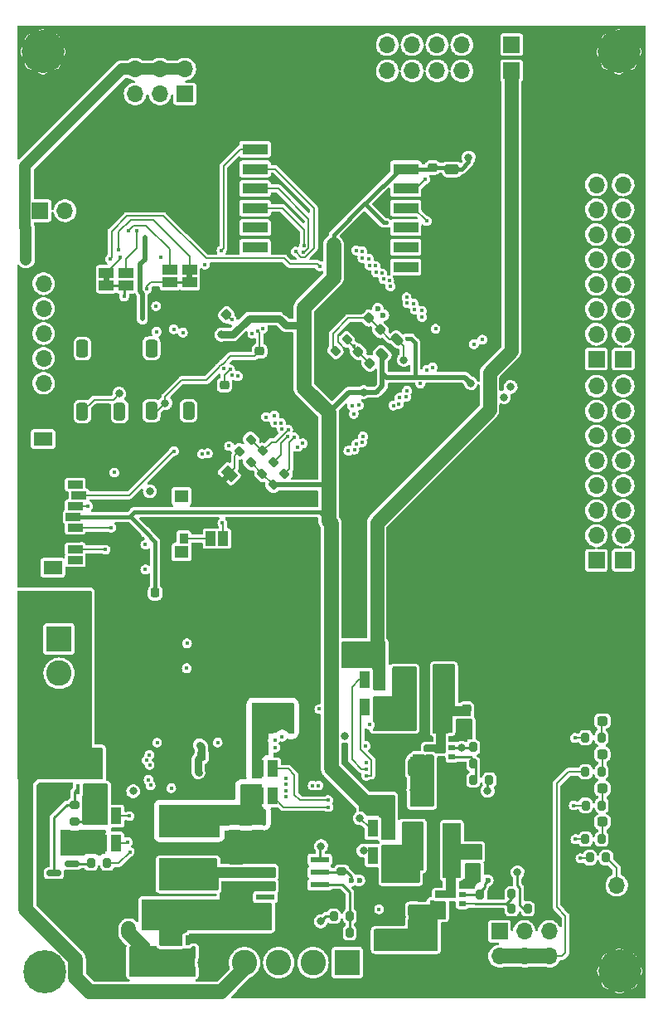
<source format=gbr>
%TF.GenerationSoftware,KiCad,Pcbnew,(6.0.9)*%
%TF.CreationDate,2022-10-31T13:49:50+01:00*%
%TF.ProjectId,marvin_fc_board,6d617276-696e-45f6-9663-5f626f617264,rev?*%
%TF.SameCoordinates,Original*%
%TF.FileFunction,Copper,L4,Bot*%
%TF.FilePolarity,Positive*%
%FSLAX46Y46*%
G04 Gerber Fmt 4.6, Leading zero omitted, Abs format (unit mm)*
G04 Created by KiCad (PCBNEW (6.0.9)) date 2022-10-31 13:49:50*
%MOMM*%
%LPD*%
G01*
G04 APERTURE LIST*
G04 Aperture macros list*
%AMRoundRect*
0 Rectangle with rounded corners*
0 $1 Rounding radius*
0 $2 $3 $4 $5 $6 $7 $8 $9 X,Y pos of 4 corners*
0 Add a 4 corners polygon primitive as box body*
4,1,4,$2,$3,$4,$5,$6,$7,$8,$9,$2,$3,0*
0 Add four circle primitives for the rounded corners*
1,1,$1+$1,$2,$3*
1,1,$1+$1,$4,$5*
1,1,$1+$1,$6,$7*
1,1,$1+$1,$8,$9*
0 Add four rect primitives between the rounded corners*
20,1,$1+$1,$2,$3,$4,$5,0*
20,1,$1+$1,$4,$5,$6,$7,0*
20,1,$1+$1,$6,$7,$8,$9,0*
20,1,$1+$1,$8,$9,$2,$3,0*%
%AMRotRect*
0 Rectangle, with rotation*
0 The origin of the aperture is its center*
0 $1 length*
0 $2 width*
0 $3 Rotation angle, in degrees counterclockwise*
0 Add horizontal line*
21,1,$1,$2,0,0,$3*%
%AMFreePoly0*
4,1,21,1.372500,0.787500,0.862500,0.787500,0.862500,0.532500,1.372500,0.532500,1.372500,0.127500,0.862500,0.127500,0.862500,-0.127500,1.372500,-0.127500,1.372500,-0.532500,0.862500,-0.532500,0.862500,-0.787500,1.372500,-0.787500,1.372500,-1.195000,0.612500,-1.195000,0.612500,-1.117500,-0.862500,-1.117500,-0.862500,1.117500,0.612500,1.117500,0.612500,1.195000,1.372500,1.195000,
1.372500,0.787500,1.372500,0.787500,$1*%
G04 Aperture macros list end*
%TA.AperFunction,ComponentPad*%
%ADD10C,0.700000*%
%TD*%
%TA.AperFunction,ComponentPad*%
%ADD11C,4.400000*%
%TD*%
%TA.AperFunction,ComponentPad*%
%ADD12R,1.700000X1.700000*%
%TD*%
%TA.AperFunction,ComponentPad*%
%ADD13O,1.700000X1.700000*%
%TD*%
%TA.AperFunction,ComponentPad*%
%ADD14R,2.600000X2.600000*%
%TD*%
%TA.AperFunction,ComponentPad*%
%ADD15C,2.600000*%
%TD*%
%TA.AperFunction,SMDPad,CuDef*%
%ADD16R,1.000000X1.500000*%
%TD*%
%TA.AperFunction,SMDPad,CuDef*%
%ADD17RoundRect,0.200000X0.053033X-0.335876X0.335876X-0.053033X-0.053033X0.335876X-0.335876X0.053033X0*%
%TD*%
%TA.AperFunction,SMDPad,CuDef*%
%ADD18RoundRect,0.300000X-0.300000X0.600000X-0.300000X-0.600000X0.300000X-0.600000X0.300000X0.600000X0*%
%TD*%
%TA.AperFunction,SMDPad,CuDef*%
%ADD19RoundRect,0.300450X-0.300449X0.600149X-0.300449X-0.600149X0.300449X-0.600149X0.300449X0.600149X0*%
%TD*%
%TA.AperFunction,SMDPad,CuDef*%
%ADD20R,3.500000X2.950000*%
%TD*%
%TA.AperFunction,SMDPad,CuDef*%
%ADD21RoundRect,0.237500X-0.287500X-0.237500X0.287500X-0.237500X0.287500X0.237500X-0.287500X0.237500X0*%
%TD*%
%TA.AperFunction,SMDPad,CuDef*%
%ADD22RoundRect,0.225000X-0.017678X0.335876X-0.335876X0.017678X0.017678X-0.335876X0.335876X-0.017678X0*%
%TD*%
%TA.AperFunction,SMDPad,CuDef*%
%ADD23R,1.100000X1.750000*%
%TD*%
%TA.AperFunction,SMDPad,CuDef*%
%ADD24RoundRect,0.200000X0.200000X0.275000X-0.200000X0.275000X-0.200000X-0.275000X0.200000X-0.275000X0*%
%TD*%
%TA.AperFunction,SMDPad,CuDef*%
%ADD25RotRect,1.000000X1.500000X45.000000*%
%TD*%
%TA.AperFunction,SMDPad,CuDef*%
%ADD26RoundRect,0.200000X-0.200000X-0.275000X0.200000X-0.275000X0.200000X0.275000X-0.200000X0.275000X0*%
%TD*%
%TA.AperFunction,SMDPad,CuDef*%
%ADD27RoundRect,0.250000X-0.475000X0.250000X-0.475000X-0.250000X0.475000X-0.250000X0.475000X0.250000X0*%
%TD*%
%TA.AperFunction,SMDPad,CuDef*%
%ADD28RoundRect,0.250000X0.250000X0.475000X-0.250000X0.475000X-0.250000X-0.475000X0.250000X-0.475000X0*%
%TD*%
%TA.AperFunction,SMDPad,CuDef*%
%ADD29RoundRect,0.200000X-0.053033X0.335876X-0.335876X0.053033X0.053033X-0.335876X0.335876X-0.053033X0*%
%TD*%
%TA.AperFunction,SMDPad,CuDef*%
%ADD30R,2.800000X1.100000*%
%TD*%
%TA.AperFunction,SMDPad,CuDef*%
%ADD31R,2.600000X1.100000*%
%TD*%
%TA.AperFunction,SMDPad,CuDef*%
%ADD32R,1.500000X1.000000*%
%TD*%
%TA.AperFunction,SMDPad,CuDef*%
%ADD33RoundRect,0.225000X-0.250000X0.225000X-0.250000X-0.225000X0.250000X-0.225000X0.250000X0.225000X0*%
%TD*%
%TA.AperFunction,SMDPad,CuDef*%
%ADD34R,1.500000X4.000000*%
%TD*%
%TA.AperFunction,SMDPad,CuDef*%
%ADD35RoundRect,0.150000X0.587500X0.150000X-0.587500X0.150000X-0.587500X-0.150000X0.587500X-0.150000X0*%
%TD*%
%TA.AperFunction,SMDPad,CuDef*%
%ADD36R,0.700000X0.510000*%
%TD*%
%TA.AperFunction,SMDPad,CuDef*%
%ADD37RoundRect,0.250000X0.325000X0.650000X-0.325000X0.650000X-0.325000X-0.650000X0.325000X-0.650000X0*%
%TD*%
%TA.AperFunction,SMDPad,CuDef*%
%ADD38RoundRect,0.225000X-0.225000X-0.250000X0.225000X-0.250000X0.225000X0.250000X-0.225000X0.250000X0*%
%TD*%
%TA.AperFunction,SMDPad,CuDef*%
%ADD39RoundRect,0.225000X0.250000X-0.225000X0.250000X0.225000X-0.250000X0.225000X-0.250000X-0.225000X0*%
%TD*%
%TA.AperFunction,SMDPad,CuDef*%
%ADD40RoundRect,0.225000X-0.335876X-0.017678X-0.017678X-0.335876X0.335876X0.017678X0.017678X0.335876X0*%
%TD*%
%TA.AperFunction,SMDPad,CuDef*%
%ADD41RoundRect,0.218750X-0.114905X0.424264X-0.424264X0.114905X0.114905X-0.424264X0.424264X-0.114905X0*%
%TD*%
%TA.AperFunction,SMDPad,CuDef*%
%ADD42R,1.910000X0.610000*%
%TD*%
%TA.AperFunction,SMDPad,CuDef*%
%ADD43R,1.205000X1.550000*%
%TD*%
%TA.AperFunction,SMDPad,CuDef*%
%ADD44RoundRect,0.200000X0.275000X-0.200000X0.275000X0.200000X-0.275000X0.200000X-0.275000X-0.200000X0*%
%TD*%
%TA.AperFunction,SMDPad,CuDef*%
%ADD45R,0.405000X0.990000*%
%TD*%
%TA.AperFunction,SMDPad,CuDef*%
%ADD46FreePoly0,90.000000*%
%TD*%
%TA.AperFunction,SMDPad,CuDef*%
%ADD47RoundRect,0.250000X0.475000X-0.250000X0.475000X0.250000X-0.475000X0.250000X-0.475000X-0.250000X0*%
%TD*%
%TA.AperFunction,SMDPad,CuDef*%
%ADD48R,1.498600X0.812800*%
%TD*%
%TA.AperFunction,SMDPad,CuDef*%
%ADD49R,0.939800X0.990600*%
%TD*%
%TA.AperFunction,SMDPad,CuDef*%
%ADD50R,1.397000X1.295400*%
%TD*%
%TA.AperFunction,SMDPad,CuDef*%
%ADD51R,1.905000X1.397000*%
%TD*%
%TA.AperFunction,SMDPad,CuDef*%
%ADD52FreePoly0,270.000000*%
%TD*%
%TA.AperFunction,SMDPad,CuDef*%
%ADD53RoundRect,0.250000X0.650000X-0.325000X0.650000X0.325000X-0.650000X0.325000X-0.650000X-0.325000X0*%
%TD*%
%TA.AperFunction,ViaPad*%
%ADD54C,0.800000*%
%TD*%
%TA.AperFunction,ViaPad*%
%ADD55C,0.400000*%
%TD*%
%TA.AperFunction,ViaPad*%
%ADD56C,0.500000*%
%TD*%
%TA.AperFunction,ViaPad*%
%ADD57C,0.600000*%
%TD*%
%TA.AperFunction,Conductor*%
%ADD58C,0.200000*%
%TD*%
%TA.AperFunction,Conductor*%
%ADD59C,0.500000*%
%TD*%
%TA.AperFunction,Conductor*%
%ADD60C,0.400000*%
%TD*%
%TA.AperFunction,Conductor*%
%ADD61C,1.500000*%
%TD*%
%TA.AperFunction,Conductor*%
%ADD62C,0.750000*%
%TD*%
%TA.AperFunction,Conductor*%
%ADD63C,0.250000*%
%TD*%
%TA.AperFunction,Conductor*%
%ADD64C,1.200000*%
%TD*%
%TA.AperFunction,Conductor*%
%ADD65C,1.400000*%
%TD*%
G04 APERTURE END LIST*
%TO.C,JP1*%
G36*
X115450909Y-100593955D02*
G01*
X115097355Y-100947509D01*
X114673091Y-100523245D01*
X115026645Y-100169691D01*
X115450909Y-100593955D01*
G37*
%TO.C,JP3*%
G36*
X103271600Y-80488600D02*
G01*
X102671600Y-80488600D01*
X102671600Y-79988600D01*
X103271600Y-79988600D01*
X103271600Y-80488600D01*
G37*
%TO.C,JP6*%
G36*
X111780000Y-80180000D02*
G01*
X111180000Y-80180000D01*
X111180000Y-79680000D01*
X111780000Y-79680000D01*
X111780000Y-80180000D01*
G37*
%TD*%
D10*
%TO.P,REF\u002A\u002A,1*%
%TO.N,N/C*%
X157060000Y-150840000D03*
D11*
%TO.N,GND*%
X155410000Y-150840000D03*
D10*
%TO.N,N/C*%
X155410000Y-149190000D03*
X155410000Y-152490000D03*
X153760000Y-150840000D03*
X154243274Y-152006726D03*
X156576726Y-152006726D03*
X156576726Y-149673274D03*
X154243274Y-149673274D03*
%TD*%
D12*
%TO.P,J3,1,Pin_1*%
%TO.N,/PE0*%
X155780000Y-108910000D03*
D13*
%TO.P,J3,2,Pin_2*%
%TO.N,/PE1*%
X155780000Y-106370000D03*
%TO.P,J3,3,Pin_3*%
%TO.N,/PE2*%
X155780000Y-103830000D03*
%TO.P,J3,4,Pin_4*%
%TO.N,/PE3*%
X155780000Y-101290000D03*
%TO.P,J3,5,Pin_5*%
%TO.N,/PE4*%
X155780000Y-98750000D03*
%TO.P,J3,6,Pin_6*%
%TO.N,/PE5*%
X155780000Y-96210000D03*
%TO.P,J3,7,Pin_7*%
%TO.N,/PE6*%
X155780000Y-93670000D03*
%TO.P,J3,8,Pin_8*%
%TO.N,/PE7*%
X155780000Y-91130000D03*
%TD*%
D14*
%TO.P,J18,1,Pin_1*%
%TO.N,+BATT*%
X98154444Y-123960136D03*
D15*
%TO.P,J18,2,Pin_2*%
%TO.N,Net-(J18-Pad2)*%
X98154444Y-120460136D03*
%TD*%
D10*
%TO.P,REF\u002A\u002A,1*%
%TO.N,N/C*%
X155340000Y-58700000D03*
D11*
%TO.N,GND*%
X155340000Y-57050000D03*
D10*
%TO.N,N/C*%
X154173274Y-55883274D03*
X154173274Y-58216726D03*
X156990000Y-57050000D03*
X153690000Y-57050000D03*
X156506726Y-58216726D03*
X156506726Y-55883274D03*
X155340000Y-55400000D03*
%TD*%
D12*
%TO.P,J4,1,Pin_1*%
%TO.N,GND*%
X143134994Y-151874998D03*
D13*
%TO.P,J4,2,Pin_2*%
%TO.N,+5VP*%
X143134994Y-149334998D03*
%TO.P,J4,3,Pin_3*%
%TO.N,GND*%
X145674994Y-151874998D03*
%TO.P,J4,4,Pin_4*%
%TO.N,+5VP*%
X145674994Y-149334998D03*
%TO.P,J4,5,Pin_5*%
%TO.N,GND*%
X148214994Y-151874998D03*
%TO.P,J4,6,Pin_6*%
%TO.N,+5VP*%
X148214994Y-149334998D03*
%TD*%
D12*
%TO.P,J1,1,Pin_1*%
%TO.N,GND*%
X96560000Y-93400000D03*
D13*
%TO.P,J1,2,Pin_2*%
%TO.N,+3V3*%
X96560000Y-90860000D03*
%TO.P,J1,3,Pin_3*%
%TO.N,/SWCLK*%
X96560000Y-88320000D03*
%TO.P,J1,4,Pin_4*%
%TO.N,/SWDIO*%
X96560000Y-85780000D03*
%TO.P,J1,5,Pin_5*%
%TO.N,/DBG_UART_TX*%
X96560000Y-83240000D03*
%TO.P,J1,6,Pin_6*%
%TO.N,/DBG_UART_RX*%
X96560000Y-80700000D03*
%TD*%
D12*
%TO.P,J7,1,Pin_1*%
%TO.N,/PE8*%
X155770000Y-88390000D03*
D13*
%TO.P,J7,2,Pin_2*%
%TO.N,/PE9*%
X155770000Y-85850000D03*
%TO.P,J7,3,Pin_3*%
%TO.N,/PE10*%
X155770000Y-83310000D03*
%TO.P,J7,4,Pin_4*%
%TO.N,/PE11*%
X155770000Y-80770000D03*
%TO.P,J7,5,Pin_5*%
%TO.N,/PE12*%
X155770000Y-78230000D03*
%TO.P,J7,6,Pin_6*%
%TO.N,/PE13*%
X155770000Y-75690000D03*
%TO.P,J7,7,Pin_7*%
%TO.N,/PE14*%
X155770000Y-73150000D03*
%TO.P,J7,8,Pin_8*%
%TO.N,/PE15*%
X155770000Y-70610000D03*
%TD*%
D12*
%TO.P,J2,1,Pin_1*%
%TO.N,/PORTA0*%
X153030000Y-108930000D03*
D13*
%TO.P,J2,2,Pin_2*%
%TO.N,/PORTA1*%
X153030000Y-106390000D03*
%TO.P,J2,3,Pin_3*%
%TO.N,/PORTA2*%
X153030000Y-103850000D03*
%TO.P,J2,4,Pin_4*%
%TO.N,/PORTA3*%
X153030000Y-101310000D03*
%TO.P,J2,5,Pin_5*%
%TO.N,/PORTA4*%
X153030000Y-98770000D03*
%TO.P,J2,6,Pin_6*%
%TO.N,/PORTA5*%
X153030000Y-96230000D03*
%TO.P,J2,7,Pin_7*%
%TO.N,/PORTA6*%
X153030000Y-93690000D03*
%TO.P,J2,8,Pin_8*%
%TO.N,/PORTA7*%
X153030000Y-91150000D03*
%TD*%
D10*
%TO.P,REF\u002A\u002A,1*%
%TO.N,N/C*%
X97656726Y-58206726D03*
X96490000Y-58690000D03*
X95323274Y-58206726D03*
X95323274Y-55873274D03*
X94840000Y-57040000D03*
X97656726Y-55873274D03*
X98140000Y-57040000D03*
D11*
%TO.N,GND*%
X96490000Y-57040000D03*
D10*
%TO.N,N/C*%
X96490000Y-55390000D03*
%TD*%
D14*
%TO.P,J17,1,Pin_1*%
%TO.N,Net-(J17-Pad1)*%
X98129444Y-116950136D03*
D15*
%TO.P,J17,2,Pin_2*%
%TO.N,+BATT*%
X98129444Y-113450136D03*
%TD*%
D14*
%TO.P,J12,1,Pin_1*%
%TO.N,GND*%
X103275000Y-150045000D03*
D15*
%TO.P,J12,2,Pin_2*%
%TO.N,Net-(C16-Pad1)*%
X106775000Y-150045000D03*
%TD*%
D12*
%TO.P,J5,1,Pin_1*%
%TO.N,GND*%
X110990000Y-56260000D03*
D13*
%TO.P,J5,2,Pin_2*%
%TO.N,+5VP*%
X110990000Y-58800000D03*
%TO.P,J5,3,Pin_3*%
%TO.N,GND*%
X108450000Y-56260000D03*
%TO.P,J5,4,Pin_4*%
%TO.N,+5VP*%
X108450000Y-58800000D03*
%TO.P,J5,5,Pin_5*%
%TO.N,GND*%
X105910000Y-56260000D03*
%TO.P,J5,6,Pin_6*%
%TO.N,+5VP*%
X105910000Y-58800000D03*
%TD*%
D12*
%TO.P,J6,1,Pin_1*%
%TO.N,/PORTA8*%
X153030000Y-88390000D03*
D13*
%TO.P,J6,2,Pin_2*%
%TO.N,/PORTA9*%
X153030000Y-85850000D03*
%TO.P,J6,3,Pin_3*%
%TO.N,/PORTA10*%
X153030000Y-83310000D03*
%TO.P,J6,4,Pin_4*%
%TO.N,/PORTA11*%
X153030000Y-80770000D03*
%TO.P,J6,5,Pin_5*%
%TO.N,/PORTA12*%
X153030000Y-78230000D03*
%TO.P,J6,6,Pin_6*%
%TO.N,/PORTA13*%
X153030000Y-75690000D03*
%TO.P,J6,7,Pin_7*%
%TO.N,/PORTA14*%
X153030000Y-73150000D03*
%TO.P,J6,8,Pin_8*%
%TO.N,/PORTA15*%
X153030000Y-70610000D03*
%TD*%
D12*
%TO.P,J8,1,Pin_1*%
%TO.N,/PWM0*%
X143135000Y-146790000D03*
D13*
%TO.P,J8,2,Pin_2*%
%TO.N,/PWM1*%
X145675000Y-146790000D03*
%TO.P,J8,3,Pin_3*%
%TO.N,/PWM2*%
X148215000Y-146790000D03*
%TD*%
D12*
%TO.P,J15,1,Pin_1*%
%TO.N,/Power supply/UPDI*%
X96205000Y-73260000D03*
D13*
%TO.P,J15,2,Pin_2*%
%TO.N,/Power supply/TXD*%
X98745000Y-73260000D03*
%TO.P,J15,3,Pin_3*%
%TO.N,GND*%
X101285000Y-73260000D03*
%TD*%
D12*
%TO.P,J9,1,Pin_1*%
%TO.N,/PWM5*%
X110990000Y-61345000D03*
D13*
%TO.P,J9,2,Pin_2*%
%TO.N,/PWM4*%
X108450000Y-61345000D03*
%TO.P,J9,3,Pin_3*%
%TO.N,/PWM3*%
X105910000Y-61345000D03*
%TD*%
D10*
%TO.P,REF\u002A\u002A,1*%
%TO.N,N/C*%
X97813726Y-152042726D03*
X97813726Y-149709274D03*
X98297000Y-150876000D03*
X95480274Y-149709274D03*
X95480274Y-152042726D03*
X94997000Y-150876000D03*
X96647000Y-149226000D03*
X96647000Y-152526000D03*
D11*
%TO.N,GND*%
X96647000Y-150876000D03*
%TD*%
D12*
%TO.P,J13,1,Pin_1*%
%TO.N,GND*%
X152575000Y-142080000D03*
D13*
%TO.P,J13,2,Pin_2*%
%TO.N,Net-(J13-Pad2)*%
X155115000Y-142080000D03*
%TD*%
D12*
%TO.P,J10,1,Pin_1*%
%TO.N,+5VL*%
X144367000Y-56320000D03*
D13*
%TO.P,J10,2,Pin_2*%
%TO.N,GND*%
X141827000Y-56320000D03*
%TO.P,J10,3,Pin_3*%
%TO.N,Net-(F1-Pad1)*%
X139287000Y-56320000D03*
%TO.P,J10,4,Pin_4*%
%TO.N,/UART4.TX*%
X136747000Y-56320000D03*
%TO.P,J10,5,Pin_5*%
%TO.N,/UART4.RX*%
X134207000Y-56320000D03*
%TO.P,J10,6,Pin_6*%
%TO.N,/EXP1*%
X131667000Y-56320000D03*
%TD*%
D14*
%TO.P,J14,1,Pin_1*%
%TO.N,+5VL*%
X127590000Y-149980000D03*
D15*
%TO.P,J14,2,Pin_2*%
%TO.N,+3V3*%
X124090000Y-149980000D03*
%TO.P,J14,3,Pin_3*%
%TO.N,+5VP*%
X120590000Y-149980000D03*
%TO.P,J14,4,Pin_4*%
%TO.N,+BATT*%
X117090000Y-149980000D03*
%TO.P,J14,5,Pin_5*%
%TO.N,GND*%
X113590000Y-149980000D03*
%TD*%
D12*
%TO.P,J11,1,Pin_1*%
%TO.N,+5VL*%
X144370000Y-58980000D03*
D13*
%TO.P,J11,2,Pin_2*%
%TO.N,GND*%
X141830000Y-58980000D03*
%TO.P,J11,3,Pin_3*%
%TO.N,Net-(F2-Pad1)*%
X139290000Y-58980000D03*
%TO.P,J11,4,Pin_4*%
%TO.N,/USART6.TX*%
X136750000Y-58980000D03*
%TO.P,J11,5,Pin_5*%
%TO.N,/USART6.RX*%
X134210000Y-58980000D03*
%TO.P,J11,6,Pin_6*%
%TO.N,/EXP2*%
X131670000Y-58980000D03*
%TD*%
D16*
%TO.P,JP7,1,A*%
%TO.N,Net-(J16-Pad9)*%
X113624600Y-106705400D03*
%TO.P,JP7,2,B*%
%TO.N,/TF_CS*%
X114924600Y-106705400D03*
%TD*%
D17*
%TO.P,R34,1*%
%TO.N,+3V3*%
X120015837Y-101243563D03*
%TO.P,R34,2*%
%TO.N,/I2C1.SDA*%
X121182563Y-100076837D03*
%TD*%
D18*
%TO.P,SW3,1,1*%
%TO.N,/BTN1*%
X100520002Y-93740001D03*
%TO.P,SW3,2,2*%
%TO.N,GND*%
X104320002Y-87340001D03*
D19*
%TO.P,SW3,3*%
%TO.N,N/C*%
X100520002Y-87340001D03*
D18*
%TO.P,SW3,4*%
X104320002Y-93740001D03*
%TD*%
D20*
%TO.P,L2,1,1*%
%TO.N,Net-(L2-Pad1)*%
X110363000Y-141028000D03*
%TO.P,L2,2,2*%
%TO.N,Net-(C20-Pad1)*%
X110363000Y-135578000D03*
%TD*%
D21*
%TO.P,D5,1,K*%
%TO.N,GND*%
X151895000Y-128709998D03*
%TO.P,D5,2,A*%
%TO.N,Net-(D5-Pad2)*%
X153645000Y-128709998D03*
%TD*%
D22*
%TO.P,C7,1*%
%TO.N,/VDDA*%
X129768008Y-84211992D03*
%TO.P,C7,2*%
%TO.N,GND*%
X128671992Y-85308008D03*
%TD*%
D23*
%TO.P,R16,1,1*%
%TO.N,/Power supply/Medium Power Converter A/VOUT*%
X130798800Y-123853800D03*
%TO.P,R16,2,2*%
%TO.N,/Power supply/V5L_SENSE+*%
X129398800Y-123853800D03*
%TO.P,R16,3,3*%
%TO.N,/Power supply/V5L_SENSE-*%
X129398800Y-121103800D03*
%TO.P,R16,4,4*%
%TO.N,+5VL*%
X130798800Y-121103800D03*
%TD*%
D24*
%TO.P,R23,1*%
%TO.N,Net-(J13-Pad2)*%
X154025000Y-139260000D03*
%TO.P,R23,2*%
%TO.N,/Power supply/5V*%
X152375000Y-139260000D03*
%TD*%
D17*
%TO.P,R35,1*%
%TO.N,+3V3*%
X118898237Y-100100563D03*
%TO.P,R35,2*%
%TO.N,/I2C1.SCL*%
X120064963Y-98933837D03*
%TD*%
D25*
%TO.P,JP1,1,A*%
%TO.N,GND*%
X114602381Y-101018219D03*
%TO.P,JP1,2,B*%
%TO.N,Net-(JP1-Pad2)*%
X115521619Y-100098981D03*
%TD*%
D26*
%TO.P,R45,1*%
%TO.N,/Power supply/V5L_EN*%
X140449800Y-127990600D03*
%TO.P,R45,2*%
%TO.N,GND*%
X142099800Y-127990600D03*
%TD*%
D27*
%TO.P,C41,1*%
%TO.N,/Power supply/Medium Power Converter A/VOUT*%
X131927600Y-125770600D03*
%TO.P,C41,2*%
%TO.N,GND*%
X131927600Y-127670600D03*
%TD*%
D28*
%TO.P,C16,1*%
%TO.N,Net-(C16-Pad1)*%
X105250000Y-146500000D03*
%TO.P,C16,2*%
%TO.N,GND*%
X103350000Y-146500000D03*
%TD*%
D23*
%TO.P,R19,1,1*%
%TO.N,Net-(Q2-Pad1)*%
X102551000Y-135023000D03*
%TO.P,R19,2,2*%
%TO.N,/Power supply/VBAT_SENSE-*%
X103951000Y-135023000D03*
%TO.P,R19,3,3*%
%TO.N,/Power supply/VBAT_SENSE+*%
X103951000Y-137773000D03*
%TO.P,R19,4,4*%
%TO.N,VBUS*%
X102551000Y-137773000D03*
%TD*%
D29*
%TO.P,R4,1*%
%TO.N,/VREF*%
X127543363Y-86396637D03*
%TO.P,R4,2*%
%TO.N,/VDDA*%
X126376637Y-87563363D03*
%TD*%
D30*
%TO.P,U12,1,GND*%
%TO.N,GND*%
X133459500Y-64990000D03*
D31*
%TO.P,U12,2,GND*%
X133559500Y-66990000D03*
%TO.P,U12,3,3.3V*%
%TO.N,+3V3*%
X133559500Y-68990000D03*
%TO.P,U12,4,RESET*%
%TO.N,/RADIO_RST*%
X133559500Y-70990000D03*
%TO.P,U12,5,DI00*%
%TO.N,/RADIO_INT*%
X133559500Y-72990000D03*
%TO.P,U12,6,DI01*%
%TO.N,unconnected-(U12-Pad6)*%
X133559500Y-74990000D03*
%TO.P,U12,7,DI02*%
%TO.N,unconnected-(U12-Pad7)*%
X133559500Y-76990000D03*
%TO.P,U12,8,DI03*%
%TO.N,unconnected-(U12-Pad8)*%
X133559500Y-78990000D03*
%TO.P,U12,9,GND*%
%TO.N,GND*%
X118159500Y-78990000D03*
%TO.P,U12,10,DI04*%
%TO.N,unconnected-(U12-Pad10)*%
X118159500Y-76990000D03*
%TO.P,U12,11,DI05*%
%TO.N,unconnected-(U12-Pad11)*%
X118159500Y-74990000D03*
%TO.P,U12,12,SCK*%
%TO.N,/SPI2.SCK*%
X118159500Y-72990000D03*
%TO.P,U12,13,MISO*%
%TO.N,/SPI2.MISO*%
X118159500Y-70990000D03*
%TO.P,U12,14,MOSI*%
%TO.N,/SPI2.MOSI*%
X118159500Y-68990000D03*
%TO.P,U12,15,NSS*%
%TO.N,/RADIO_CS*%
X118159500Y-66990000D03*
%TO.P,U12,16,GND*%
%TO.N,GND*%
X118159500Y-64990000D03*
%TD*%
D17*
%TO.P,R1,1*%
%TO.N,Net-(JP1-Pad2)*%
X116586837Y-97789163D03*
%TO.P,R1,2*%
%TO.N,Net-(R1-Pad2)*%
X117753563Y-96622437D03*
%TD*%
D32*
%TO.P,JP3,1,A*%
%TO.N,/Marvin Peripherals Deck/I2CF_SCL*%
X102971600Y-79588600D03*
%TO.P,JP3,2,B*%
%TO.N,Net-(JP3-Pad2)*%
X102971600Y-80888600D03*
%TD*%
D33*
%TO.P,C15,1*%
%TO.N,/BTN1*%
X115036600Y-91046000D03*
%TO.P,C15,2*%
%TO.N,GND*%
X115036600Y-92596000D03*
%TD*%
D34*
%TO.P,L4,1,1*%
%TO.N,Net-(C43-Pad2)*%
X138172600Y-137718800D03*
%TO.P,L4,2,2*%
%TO.N,/Power supply/Medium Power Converter B/VOUT*%
X134572600Y-137718800D03*
%TD*%
D26*
%TO.P,R29,1*%
%TO.N,+5VL*%
X151914999Y-127020001D03*
%TO.P,R29,2*%
%TO.N,Net-(D4-Pad2)*%
X153564999Y-127020001D03*
%TD*%
%TO.P,R27,1*%
%TO.N,+BATT*%
X151920002Y-137380000D03*
%TO.P,R27,2*%
%TO.N,Net-(D3-Pad2)*%
X153570002Y-137380000D03*
%TD*%
%TO.P,R13,1*%
%TO.N,/Power supply/Medium Power Converter B/FB*%
X144385000Y-142970000D03*
%TO.P,R13,2*%
%TO.N,GND*%
X146035000Y-142970000D03*
%TD*%
%TO.P,R14,1*%
%TO.N,Net-(C20-Pad1)*%
X126200400Y-145237200D03*
%TO.P,R14,2*%
%TO.N,Net-(R14-Pad2)*%
X127850400Y-145237200D03*
%TD*%
D35*
%TO.P,Q3,1,B*%
%TO.N,Net-(Q3-Pad1)*%
X99489500Y-139893000D03*
%TO.P,Q3,2,E*%
%TO.N,GND*%
X99489500Y-141793000D03*
%TO.P,Q3,3,C*%
%TO.N,Net-(Q2-Pad4)*%
X97614500Y-140843000D03*
%TD*%
D27*
%TO.P,C20,1*%
%TO.N,Net-(C20-Pad1)*%
X118414800Y-135067000D03*
%TO.P,C20,2*%
%TO.N,GND*%
X118414800Y-136967000D03*
%TD*%
D21*
%TO.P,D4,1,K*%
%TO.N,GND*%
X151915000Y-125310000D03*
%TO.P,D4,2,A*%
%TO.N,Net-(D4-Pad2)*%
X153665000Y-125310000D03*
%TD*%
D18*
%TO.P,SW2,1,1*%
%TO.N,/BTN0*%
X107590000Y-93680000D03*
%TO.P,SW2,2,2*%
%TO.N,GND*%
X111390000Y-87280000D03*
D19*
%TO.P,SW2,3*%
%TO.N,N/C*%
X107590000Y-87280000D03*
D18*
%TO.P,SW2,4*%
X111390000Y-93680000D03*
%TD*%
D21*
%TO.P,D6,1,K*%
%TO.N,GND*%
X151905000Y-132210000D03*
%TO.P,D6,2,A*%
%TO.N,Net-(D6-Pad2)*%
X153655000Y-132210000D03*
%TD*%
D23*
%TO.P,R17,1,1*%
%TO.N,/Power supply/Medium Power Converter B/VOUT*%
X131637000Y-139043000D03*
%TO.P,R17,2,2*%
%TO.N,/Power supply/3V3_SENSE+*%
X130237000Y-139043000D03*
%TO.P,R17,3,3*%
%TO.N,/Power supply/3V3_SENSE-*%
X130237000Y-136293000D03*
%TO.P,R17,4,4*%
%TO.N,+3V3*%
X131637000Y-136293000D03*
%TD*%
D36*
%TO.P,U14,1,VIN*%
%TO.N,VBUS*%
X135949200Y-129016800D03*
%TO.P,U14,2,SW*%
%TO.N,Net-(C40-Pad2)*%
X135949200Y-128066800D03*
%TO.P,U14,3,GND*%
%TO.N,GND*%
X135949200Y-127116800D03*
%TO.P,U14,4,BST*%
%TO.N,Net-(C40-Pad1)*%
X138269200Y-127116800D03*
%TO.P,U14,5,EN*%
%TO.N,/Power supply/V5L_EN*%
X138269200Y-128066800D03*
%TO.P,U14,6,FB*%
%TO.N,/Power supply/Medium Power Converter A/FB*%
X138269200Y-129016800D03*
%TD*%
D27*
%TO.P,C45,1*%
%TO.N,/Power supply/Medium Power Converter B/VOUT*%
X134061200Y-141290000D03*
%TO.P,C45,2*%
%TO.N,GND*%
X134061200Y-143190000D03*
%TD*%
D24*
%TO.P,R10,1*%
%TO.N,/Power supply/Medium Power Converter A/VOUT*%
X142099800Y-131343400D03*
%TO.P,R10,2*%
%TO.N,/Power supply/Medium Power Converter A/FB*%
X140449800Y-131343400D03*
%TD*%
D22*
%TO.P,C4,1*%
%TO.N,/VREF*%
X128708008Y-87631992D03*
%TO.P,C4,2*%
%TO.N,GND*%
X127611992Y-88728008D03*
%TD*%
D26*
%TO.P,R30,1*%
%TO.N,+5VP*%
X151915000Y-130500000D03*
%TO.P,R30,2*%
%TO.N,Net-(D5-Pad2)*%
X153565000Y-130500000D03*
%TD*%
D37*
%TO.P,C26,1*%
%TO.N,VBUS*%
X134952000Y-145288000D03*
%TO.P,C26,2*%
%TO.N,GND*%
X132002000Y-145288000D03*
%TD*%
D38*
%TO.P,C25,1*%
%TO.N,/Power supply/5V*%
X112712200Y-128905000D03*
%TO.P,C25,2*%
%TO.N,GND*%
X114262200Y-128905000D03*
%TD*%
D21*
%TO.P,D3,1,K*%
%TO.N,GND*%
X151902500Y-135609999D03*
%TO.P,D3,2,A*%
%TO.N,Net-(D3-Pad2)*%
X153652500Y-135609999D03*
%TD*%
D39*
%TO.P,C43,1*%
%TO.N,Net-(C43-Pad1)*%
X140475000Y-140450000D03*
%TO.P,C43,2*%
%TO.N,Net-(C43-Pad2)*%
X140475000Y-138900000D03*
%TD*%
D40*
%TO.P,C6,1*%
%TO.N,GND*%
X114132992Y-82789392D03*
%TO.P,C6,2*%
%TO.N,Net-(C6-Pad2)*%
X115229008Y-83885408D03*
%TD*%
D27*
%TO.P,C42,1*%
%TO.N,/Power supply/Medium Power Converter A/VOUT*%
X133908800Y-125770600D03*
%TO.P,C42,2*%
%TO.N,GND*%
X133908800Y-127670600D03*
%TD*%
D22*
%TO.P,C3,1*%
%TO.N,/VDDA*%
X130968008Y-85411992D03*
%TO.P,C3,2*%
%TO.N,GND*%
X129871992Y-86508008D03*
%TD*%
D41*
%TO.P,L1,1,1*%
%TO.N,/VDDA*%
X132681301Y-86378699D03*
%TO.P,L1,2,2*%
%TO.N,+3V3*%
X131178699Y-87881301D03*
%TD*%
D34*
%TO.P,L3,1,1*%
%TO.N,Net-(C40-Pad2)*%
X137256448Y-122021600D03*
%TO.P,L3,2,2*%
%TO.N,/Power supply/Medium Power Converter A/VOUT*%
X133656448Y-122021600D03*
%TD*%
D32*
%TO.P,JP5,1,A*%
%TO.N,/I2C2.SDA*%
X109480000Y-79280000D03*
%TO.P,JP5,2,B*%
%TO.N,Net-(JP5-Pad2)*%
X109480000Y-80580000D03*
%TD*%
D26*
%TO.P,R11,1*%
%TO.N,/Power supply/Medium Power Converter A/FB*%
X140449800Y-129667000D03*
%TO.P,R11,2*%
%TO.N,GND*%
X142099800Y-129667000D03*
%TD*%
D33*
%TO.P,C14,1*%
%TO.N,/BTN0*%
X118643400Y-87566200D03*
%TO.P,C14,2*%
%TO.N,GND*%
X118643400Y-89116200D03*
%TD*%
D42*
%TO.P,U7,1,VINA*%
%TO.N,VBUS*%
X124776200Y-139471400D03*
%TO.P,U7,2,EN*%
%TO.N,/Power supply/V5P_EN*%
X124776200Y-140741400D03*
%TO.P,U7,3,FB*%
%TO.N,Net-(R14-Pad2)*%
X124776200Y-142011400D03*
%TO.P,U7,4,AGND*%
%TO.N,GND*%
X124776200Y-143281400D03*
%TO.P,U7,5*%
%TO.N,N/C*%
X119216200Y-143281400D03*
%TO.P,U7,6,VINSW*%
%TO.N,VBUS*%
X119216200Y-142011400D03*
%TO.P,U7,7,SW*%
%TO.N,Net-(L2-Pad1)*%
X119216200Y-140741400D03*
%TO.P,U7,8,PGND*%
%TO.N,GND*%
X119216200Y-139471400D03*
D43*
%TO.P,U7,9,PADGND*%
X122598700Y-142151400D03*
X122598700Y-140601400D03*
X121393700Y-140601400D03*
X121393700Y-142151400D03*
%TD*%
D32*
%TO.P,JP4,1,A*%
%TO.N,Net-(JP3-Pad2)*%
X104981603Y-80888600D03*
%TO.P,JP4,2,B*%
%TO.N,/I2C2.SCL*%
X104981603Y-79588600D03*
%TD*%
D24*
%TO.P,R21,1*%
%TO.N,/Power supply/VBAT_EN*%
X103060000Y-139827000D03*
%TO.P,R21,2*%
%TO.N,Net-(Q3-Pad1)*%
X101410000Y-139827000D03*
%TD*%
D44*
%TO.P,R20,1*%
%TO.N,Net-(Q2-Pad1)*%
X99695000Y-135572000D03*
%TO.P,R20,2*%
%TO.N,Net-(Q2-Pad4)*%
X99695000Y-133922000D03*
%TD*%
D24*
%TO.P,R12,1*%
%TO.N,/Power supply/Medium Power Converter B/VOUT*%
X146035000Y-144494000D03*
%TO.P,R12,2*%
%TO.N,/Power supply/Medium Power Converter B/FB*%
X144385000Y-144494000D03*
%TD*%
D32*
%TO.P,JP6,1,A*%
%TO.N,/Marvin Peripherals Deck/I2CF_SDA*%
X111480000Y-79280000D03*
%TO.P,JP6,2,B*%
%TO.N,Net-(JP5-Pad2)*%
X111480000Y-80580000D03*
%TD*%
D39*
%TO.P,C37,1*%
%TO.N,+3V3*%
X136310000Y-68835000D03*
%TO.P,C37,2*%
%TO.N,GND*%
X136310000Y-67285000D03*
%TD*%
D45*
%TO.P,Q2,1,S*%
%TO.N,Net-(Q2-Pad1)*%
X102082000Y-132245000D03*
%TO.P,Q2,2,S*%
X101422000Y-132245000D03*
%TO.P,Q2,3,S*%
X100762000Y-132245000D03*
%TO.P,Q2,4,G*%
%TO.N,Net-(Q2-Pad4)*%
X100102000Y-132245000D03*
D46*
%TO.P,Q2,5,D*%
%TO.N,+BATT*%
X101092000Y-130252500D03*
%TD*%
D24*
%TO.P,R15,1*%
%TO.N,Net-(R14-Pad2)*%
X127825000Y-146939000D03*
%TO.P,R15,2*%
%TO.N,GND*%
X126175000Y-146939000D03*
%TD*%
D22*
%TO.P,C8,1*%
%TO.N,/VREF*%
X129878008Y-88831992D03*
%TO.P,C8,2*%
%TO.N,GND*%
X128781992Y-89928008D03*
%TD*%
D47*
%TO.P,C36,1*%
%TO.N,+3V3*%
X138280000Y-69040000D03*
%TO.P,C36,2*%
%TO.N,GND*%
X138280000Y-67140000D03*
%TD*%
D27*
%TO.P,C23,1*%
%TO.N,Net-(C20-Pad1)*%
X116078000Y-135067000D03*
%TO.P,C23,2*%
%TO.N,GND*%
X116078000Y-136967000D03*
%TD*%
D48*
%TO.P,J16,1,DAT2*%
%TO.N,unconnected-(J16-Pad1)*%
X99792001Y-101194999D03*
%TO.P,J16,2,CD/DAT3*%
%TO.N,/TF_CS*%
X100192000Y-102294999D03*
%TO.P,J16,3,CMD*%
%TO.N,/SPI1.MOSI*%
X99792001Y-103394999D03*
%TO.P,J16,4,VDD*%
%TO.N,+3V3*%
X99592001Y-104495000D03*
%TO.P,J16,5,CLK*%
%TO.N,/SPI1.SCK*%
X99792001Y-105595000D03*
%TO.P,J16,6,VSS*%
%TO.N,GND*%
X99592001Y-106695000D03*
%TO.P,J16,7,DAT0*%
%TO.N,/SPI1.MISO*%
X99792001Y-107794884D03*
%TO.P,J16,8,DAT1*%
%TO.N,unconnected-(J16-Pad8)*%
X99792001Y-108894884D03*
D49*
%TO.P,J16,9,CD*%
%TO.N,Net-(J16-Pad9)*%
X110877000Y-106695064D03*
D50*
%TO.P,J16,10*%
%TO.N,N/C*%
X110652001Y-108085000D03*
%TO.P,J16,11*%
X110652001Y-102385000D03*
D51*
%TO.P,J16,12*%
X97502000Y-109684999D03*
%TO.P,J16,13*%
X96501999Y-96535001D03*
%TD*%
D45*
%TO.P,Q1,1,S*%
%TO.N,VBUS*%
X109260000Y-147715000D03*
%TO.P,Q1,2,S*%
X109920000Y-147715000D03*
%TO.P,Q1,3,S*%
X110580000Y-147715000D03*
%TO.P,Q1,4,G*%
%TO.N,GND*%
X111240000Y-147715000D03*
D52*
%TO.P,Q1,5,D*%
%TO.N,Net-(C16-Pad1)*%
X110250000Y-149707500D03*
%TD*%
D39*
%TO.P,C40,1*%
%TO.N,Net-(C40-Pad1)*%
X139750800Y-125590600D03*
%TO.P,C40,2*%
%TO.N,Net-(C40-Pad2)*%
X139750800Y-124040600D03*
%TD*%
D26*
%TO.P,R46,1*%
%TO.N,/Power supply/3V3L_EN*%
X141161000Y-143002000D03*
%TO.P,R46,2*%
%TO.N,GND*%
X142811000Y-143002000D03*
%TD*%
%TO.P,R31,1*%
%TO.N,+3V3*%
X151934999Y-133929999D03*
%TO.P,R31,2*%
%TO.N,Net-(D6-Pad2)*%
X153584999Y-133929999D03*
%TD*%
D37*
%TO.P,C24,1*%
%TO.N,VBUS*%
X134375000Y-130050000D03*
%TO.P,C24,2*%
%TO.N,GND*%
X131425000Y-130050000D03*
%TD*%
D29*
%TO.P,R3,1*%
%TO.N,Net-(R1-Pad2)*%
X118921963Y-97765437D03*
%TO.P,R3,2*%
%TO.N,+3V3*%
X117755237Y-98932163D03*
%TD*%
D27*
%TO.P,C44,1*%
%TO.N,/Power supply/Medium Power Converter B/VOUT*%
X132003800Y-141290000D03*
%TO.P,C44,2*%
%TO.N,GND*%
X132003800Y-143190000D03*
%TD*%
D53*
%TO.P,C21,1*%
%TO.N,VBUS*%
X116205000Y-142318000D03*
%TO.P,C21,2*%
%TO.N,GND*%
X116205000Y-139368000D03*
%TD*%
D36*
%TO.P,U15,1,VIN*%
%TO.N,VBUS*%
X137012952Y-143957000D03*
%TO.P,U15,2,SW*%
%TO.N,Net-(C43-Pad2)*%
X137012952Y-143007000D03*
%TO.P,U15,3,GND*%
%TO.N,GND*%
X137012952Y-142057000D03*
%TO.P,U15,4,BST*%
%TO.N,Net-(C43-Pad1)*%
X139332952Y-142057000D03*
%TO.P,U15,5,EN*%
%TO.N,/Power supply/3V3L_EN*%
X139332952Y-143007000D03*
%TO.P,U15,6,FB*%
%TO.N,/Power supply/Medium Power Converter B/FB*%
X139332952Y-143957000D03*
%TD*%
D38*
%TO.P,C34,1*%
%TO.N,+3V3*%
X107962400Y-112242600D03*
%TO.P,C34,2*%
%TO.N,GND*%
X109512400Y-112242600D03*
%TD*%
D44*
%TO.P,R9,1*%
%TO.N,/Power supply/V5P_EN*%
X127000000Y-140652000D03*
%TO.P,R9,2*%
%TO.N,GND*%
X127000000Y-139002000D03*
%TD*%
D23*
%TO.P,R18,1,1*%
%TO.N,+5VP*%
X118527600Y-130197000D03*
%TO.P,R18,2,2*%
%TO.N,/Power supply/V5P_SENSE-*%
X119927600Y-130197000D03*
%TO.P,R18,3,3*%
%TO.N,/Power supply/V5P_SENSE+*%
X119927600Y-132947000D03*
%TO.P,R18,4,4*%
%TO.N,Net-(C20-Pad1)*%
X118527600Y-132947000D03*
%TD*%
D54*
%TO.N,GND*%
X128066800Y-111937800D03*
X133146800Y-145338800D03*
D55*
X113385600Y-133019800D03*
D54*
X121005600Y-89128600D03*
D55*
X129850000Y-90700000D03*
D56*
X123190000Y-98094800D03*
D55*
X133654800Y-99644200D03*
D54*
X114452400Y-80772000D03*
X122682000Y-139319000D03*
X142468600Y-74803000D03*
X115200000Y-138100000D03*
X122682000Y-144780000D03*
X121285000Y-139319000D03*
X128092200Y-100507800D03*
X123494800Y-114020600D03*
X121285000Y-144780000D03*
X125700000Y-83650000D03*
X132283200Y-113766600D03*
D56*
X117678200Y-87016700D03*
D54*
X113792000Y-102108000D03*
X135600000Y-123750000D03*
X143078200Y-128905000D03*
X147600000Y-87750000D03*
X98425000Y-143256000D03*
X122809000Y-128473200D03*
X128117600Y-101879400D03*
X132765800Y-130886200D03*
D56*
X135737600Y-86995000D03*
D57*
X113328696Y-130081100D03*
D55*
X125044200Y-76174600D03*
D54*
X119200000Y-138176000D03*
X104089200Y-132334000D03*
X107693444Y-118664136D03*
X128041400Y-115798600D03*
X140350000Y-101250000D03*
X122682000Y-143637000D03*
X123494800Y-115925600D03*
X96266000Y-143256000D03*
X132283200Y-115722400D03*
X132308600Y-111861600D03*
X125800000Y-89450000D03*
X122682000Y-138176000D03*
X123545600Y-111937800D03*
X114477800Y-79425800D03*
D55*
X111480600Y-133070600D03*
D54*
X121350000Y-83600000D03*
X121285000Y-138176000D03*
X132867400Y-132334000D03*
X128041400Y-113842800D03*
D55*
X132511800Y-94183200D03*
D54*
X121285000Y-143637000D03*
X97282000Y-143256000D03*
X107693444Y-121204136D03*
X135575000Y-124750000D03*
D55*
%TO.N,Net-(C6-Pad2)*%
X115785467Y-84366533D03*
D54*
%TO.N,/VDDA*%
X133330000Y-88470000D03*
D55*
%TO.N,/VREF*%
X135050000Y-90899500D03*
X128250000Y-87100000D03*
D54*
%TO.N,+3V3*%
X139979400Y-67843400D03*
X130800000Y-134000000D03*
D55*
X109601000Y-132181600D03*
X133684669Y-86277105D03*
D54*
X140195008Y-90850792D03*
D55*
X131546600Y-74484500D03*
D56*
X106977800Y-106026600D03*
D55*
X126187200Y-76758800D03*
D54*
X114731800Y-85902800D03*
D55*
X150723600Y-133934200D03*
X125298200Y-94030800D03*
X106650000Y-84300000D03*
D54*
X129235200Y-91770200D03*
D55*
X103784400Y-99974400D03*
D54*
X122990000Y-90250000D03*
D55*
X106940000Y-75960000D03*
D54*
X129800000Y-134000000D03*
D55*
X108153200Y-127533400D03*
X113050000Y-78750000D03*
D54*
X131800000Y-134000000D03*
%TO.N,VBUS*%
X108712000Y-144272000D03*
X119176800Y-144678400D03*
X98806000Y-138176000D03*
X134400000Y-133600000D03*
X124908022Y-138091978D03*
X135675000Y-133550000D03*
X132860000Y-147860000D03*
X119176800Y-146100800D03*
X107175000Y-145925000D03*
X135610600Y-132384800D03*
X99441000Y-137414000D03*
X108712000Y-145923000D03*
X117754400Y-144678400D03*
X107188000Y-144272000D03*
X134332200Y-132384800D03*
X130920000Y-147020000D03*
X131560000Y-147870000D03*
X100203000Y-138176000D03*
X132180000Y-147030000D03*
X100838000Y-137414000D03*
X117703600Y-146100800D03*
D57*
%TO.N,/Power supply/5V*%
X112500000Y-127750000D03*
X112395000Y-130581100D03*
D54*
X105714800Y-132485200D03*
X127297900Y-126847600D03*
D55*
X113351057Y-98014257D03*
X130840000Y-144530000D03*
X124739400Y-124104400D03*
X151409400Y-139319000D03*
D54*
%TO.N,Net-(C20-Pad1)*%
X113995200Y-136702800D03*
X124866400Y-145770600D03*
%TO.N,+BATT*%
X94742000Y-131445000D03*
D55*
X150901400Y-137388600D03*
D54*
%TO.N,/Power supply/Medium Power Converter A/VOUT*%
X141933448Y-132435600D03*
X132054600Y-124460000D03*
%TO.N,/Power supply/Medium Power Converter B/VOUT*%
X132969000Y-139827000D03*
X144975500Y-140766800D03*
D55*
%TO.N,/DBG_UART_RX*%
X120802273Y-94917636D03*
D54*
%TO.N,+5VP*%
X120400000Y-124650000D03*
X121400000Y-124640000D03*
X94760000Y-77240000D03*
X94770000Y-78240000D03*
X94760000Y-76240000D03*
X119360000Y-124650000D03*
D55*
%TO.N,/PWM3*%
X118973449Y-85281118D03*
D57*
%TO.N,/PWM4*%
X131253369Y-83904909D03*
%TO.N,/PWM5*%
X130700000Y-83280409D03*
D54*
%TO.N,+5VL*%
X128900000Y-118400000D03*
D55*
X150850600Y-127050800D03*
D54*
X127600000Y-118400000D03*
X130600000Y-118400000D03*
D55*
%TO.N,/UART4.TX*%
X115821661Y-90023652D03*
%TO.N,/UART4.RX*%
X116411851Y-90128911D03*
%TO.N,/Power supply/UPDI*%
X114340000Y-127520000D03*
%TO.N,/TF_CS*%
X114833400Y-105105200D03*
X109890000Y-97780000D03*
X135204200Y-84109700D03*
%TO.N,/SPI3.MOSI*%
X120200000Y-94900000D03*
X107380000Y-128770000D03*
%TO.N,/SPI3.SCK*%
X107391200Y-129819400D03*
X119301400Y-94307800D03*
%TO.N,/SPI3.MISO*%
X120145300Y-94161100D03*
D54*
X143567000Y-92278800D03*
D55*
X107060515Y-129319349D03*
%TO.N,/NRST*%
X132288091Y-93131691D03*
D54*
X107414800Y-101881600D03*
D55*
%TO.N,Net-(JP3-Pad2)*%
X104800000Y-82000000D03*
%TO.N,/I2C2.SCL*%
X129121800Y-77371800D03*
X106100000Y-75300000D03*
%TO.N,/I2C2.SDA*%
X128509112Y-77309113D03*
X105200000Y-75300000D03*
%TO.N,Net-(JP5-Pad2)*%
X107100000Y-81250000D03*
%TO.N,/BTN0*%
X118423663Y-85520155D03*
D54*
X108991400Y-92887800D03*
D55*
%TO.N,/SPI2.MISO*%
X123060578Y-77472422D03*
%TO.N,/PSU_ALERT*%
X136296400Y-89255600D03*
X107487646Y-131883845D03*
%TO.N,/SPI2.MOSI*%
X122300978Y-77419222D03*
%TO.N,/PSU_CS*%
X107289600Y-131318000D03*
X135737600Y-89484200D03*
%TO.N,/SPI2.SCK*%
X123139200Y-76835000D03*
%TO.N,/PYRO2_TRIG*%
X128092200Y-93167200D03*
X111180464Y-119934136D03*
%TO.N,/PYRO1_TRIG*%
X115513641Y-97262159D03*
X111205864Y-117394136D03*
%TO.N,Net-(R1-Pad2)*%
X121533407Y-95600009D03*
%TO.N,/BTN1*%
X115620800Y-89458800D03*
D54*
X104292400Y-91922600D03*
D57*
%TO.N,/Power supply/V5P_EN*%
X128016000Y-141605000D03*
D55*
%TO.N,Net-(J13-Pad2)*%
X120233300Y-128031100D03*
%TO.N,/Power supply/VBAT_EN*%
X105359200Y-138684000D03*
%TO.N,/Power supply/ALERT1*%
X129550000Y-129550000D03*
X121350000Y-132450497D03*
%TO.N,/Power supply/ALERT2*%
X129438400Y-127863600D03*
X121350000Y-131800000D03*
%TO.N,/I2C1.SDA*%
X140538200Y-86868000D03*
X122163961Y-96382962D03*
%TO.N,/I2C1.SCL*%
X141379593Y-86407607D03*
X121523420Y-96316396D03*
%TO.N,/PYRO1_SENSE*%
X106959400Y-109855000D03*
X128240358Y-93992265D03*
%TO.N,/PYRO2_SENSE*%
X106959400Y-107315000D03*
X128778000Y-93116400D03*
%TO.N,/Power supply/V5L_EN*%
X121350000Y-133050000D03*
D54*
X139242800Y-128066800D03*
D57*
%TO.N,/Power supply/3V3L_EN*%
X128814597Y-141566972D03*
X141935995Y-141572533D03*
D55*
%TO.N,/PE2*%
X127693675Y-97736407D03*
%TO.N,/PE3*%
X128306834Y-97643166D03*
%TO.N,/PE4*%
X128484819Y-97065181D03*
%TO.N,/PE5*%
X129100000Y-96880500D03*
%TO.N,/PE6*%
X129206230Y-96288108D03*
D54*
%TO.N,/FLASH_CS*%
X144277000Y-91238800D03*
D55*
X136600000Y-85300000D03*
%TO.N,/Marvin Peripherals Deck/I2CF_SCL*%
X104344565Y-77967859D03*
%TO.N,/RADIO_CS*%
X132867823Y-92979000D03*
X114731800Y-77300877D03*
%TO.N,/RADIO_RST*%
X135550000Y-70050000D03*
X132922612Y-92327388D03*
%TO.N,/RADIO_INT*%
X133600000Y-92250000D03*
X135700000Y-74300000D03*
%TO.N,/SPI1.SCK*%
X103477857Y-105577857D03*
X135204200Y-83464400D03*
%TO.N,/SPI1.MISO*%
X134478253Y-83348053D03*
X102900000Y-107850000D03*
%TO.N,/SPI1.MOSI*%
X101100000Y-103400000D03*
X134391400Y-82727800D03*
%TO.N,/Marvin Peripherals Deck/I2CF_SDA*%
X104250000Y-77250000D03*
%TO.N,/PE7*%
X131978200Y-80978200D03*
%TO.N,/PE8*%
X131864155Y-80389647D03*
%TO.N,/PE9*%
X131284954Y-80234954D03*
%TO.N,/PE10*%
X131144481Y-79652142D03*
%TO.N,/PE11*%
X130553200Y-79553200D03*
%TO.N,/PE12*%
X130489397Y-78893719D03*
%TO.N,/PE13*%
X129838358Y-78838358D03*
%TO.N,/PE14*%
X129809929Y-78140071D03*
%TO.N,/PE15*%
X129141927Y-78091926D03*
%TO.N,/IMU_INT*%
X124782760Y-78920506D03*
X103350000Y-78175000D03*
%TO.N,/SWDIO*%
X117881400Y-85775800D03*
%TO.N,/SWCLK*%
X114984611Y-89388588D03*
%TO.N,/DBG_UART_TX*%
X120900000Y-95500000D03*
%TO.N,/PE0*%
X122525995Y-97357829D03*
%TO.N,/PE1*%
X123034637Y-96985344D03*
D54*
%TO.N,/Power supply/3V3_SENSE-*%
X128879600Y-135255000D03*
%TO.N,/Power supply/3V3_SENSE+*%
X129235200Y-138557000D03*
D55*
%TO.N,/Power supply/V5L_SENSE-*%
X129500000Y-130250000D03*
%TO.N,/Power supply/V5L_SENSE+*%
X129550000Y-130900000D03*
%TO.N,/Power supply/VBAT_SENSE+*%
X124652690Y-131899359D03*
X105156000Y-137668000D03*
%TO.N,/Power supply/VBAT_SENSE-*%
X124053200Y-131903200D03*
X105333800Y-135026400D03*
%TO.N,/Power supply/V5P_SENSE+*%
X125650000Y-134100000D03*
%TO.N,/Power supply/V5P_SENSE-*%
X125628400Y-133400800D03*
%TO.N,/Power supply/TXD*%
X121336336Y-131200653D03*
%TO.N,/Power supply/Sensor Array/TEMP_2*%
X129875000Y-125700000D03*
X120192800Y-127254000D03*
%TO.N,/Power supply/Sensor Array/TEMP_3*%
X120929400Y-126923748D03*
X112750600Y-98069400D03*
%TO.N,/Marvin Peripherals Deck/DRDY*%
X108500000Y-77990500D03*
X108050000Y-83000000D03*
%TO.N,/R*%
X133678200Y-91621800D03*
X108100000Y-85600000D03*
%TO.N,/G*%
X133720700Y-82692100D03*
X109850000Y-85350000D03*
%TO.N,/B*%
X110794800Y-85699600D03*
X133637854Y-82098349D03*
%TD*%
D58*
%TO.N,GND*%
X128671992Y-85308008D02*
X128500000Y-85480000D01*
X126620000Y-86640000D02*
X127611992Y-87631992D01*
X128500000Y-85480000D02*
X127220000Y-85480000D01*
X128781992Y-89898008D02*
X127611992Y-88728008D01*
X127220000Y-85480000D02*
X126620000Y-86080000D01*
X128781992Y-89928008D02*
X128781992Y-89898008D01*
X128671992Y-85308008D02*
X129871992Y-86508008D01*
X126620000Y-86080000D02*
X126620000Y-86640000D01*
X127611992Y-87631992D02*
X127611992Y-88728008D01*
%TO.N,Net-(C6-Pad2)*%
X115710133Y-84366533D02*
X115229008Y-83885408D01*
X115785467Y-84366533D02*
X115710133Y-84366533D01*
%TO.N,/VDDA*%
X130968008Y-85411992D02*
X129768008Y-84211992D01*
X132681301Y-86378699D02*
X131934715Y-86378699D01*
X127688008Y-84211992D02*
X126130000Y-85770000D01*
X133330000Y-87027398D02*
X132681301Y-86378699D01*
X126130000Y-87316726D02*
X126376637Y-87563363D01*
X131934715Y-86378699D02*
X130968008Y-85411992D01*
X129768008Y-84211992D02*
X127688008Y-84211992D01*
X126130000Y-85770000D02*
X126130000Y-87316726D01*
X133330000Y-88470000D02*
X133330000Y-87027398D01*
%TO.N,/VREF*%
X127543363Y-86396637D02*
X127543363Y-86467347D01*
X127543363Y-86467347D02*
X128708008Y-87631992D01*
X128708008Y-87631992D02*
X129878008Y-88801992D01*
X129878008Y-88801992D02*
X129878008Y-88831992D01*
D59*
%TO.N,+3V3*%
X129235200Y-91770200D02*
X130529800Y-91770200D01*
D60*
X106977800Y-106026600D02*
X105446200Y-104495000D01*
D59*
X130529800Y-91770200D02*
X131178699Y-91121301D01*
D60*
X107962400Y-107011200D02*
X106977800Y-106026600D01*
D61*
X125947900Y-130147900D02*
X125947900Y-105170700D01*
D58*
X150727801Y-133929999D02*
X150723600Y-133934200D01*
D60*
X124790200Y-104013000D02*
X125679200Y-104902000D01*
D61*
X125679200Y-93878400D02*
X123150000Y-91349200D01*
D62*
X115897200Y-85902800D02*
X117550000Y-84250000D01*
X120621141Y-84250000D02*
X121331941Y-84960800D01*
D61*
X123139200Y-87833200D02*
X123139200Y-84960800D01*
D60*
X139979400Y-67843400D02*
X139979400Y-68300600D01*
D61*
X125679200Y-101600000D02*
X125679200Y-96951800D01*
D60*
X133559500Y-68990000D02*
X136155000Y-68990000D01*
D59*
X129235200Y-91770200D02*
X127787400Y-91770200D01*
X106450000Y-81519239D02*
X106450000Y-78716000D01*
D60*
X136310000Y-68835000D02*
X138075000Y-68835000D01*
X129410150Y-72539850D02*
X129359650Y-72539850D01*
X134077105Y-86277105D02*
X134500000Y-86700000D01*
D59*
X106940000Y-78226000D02*
X106940000Y-75960000D01*
D62*
X114731800Y-85902800D02*
X115897200Y-85902800D01*
D60*
X136155000Y-68990000D02*
X136310000Y-68835000D01*
D61*
X123150000Y-91349200D02*
X123150000Y-87844000D01*
D59*
X131178699Y-89826701D02*
X131601998Y-90250000D01*
D61*
X129800000Y-134000000D02*
X125947900Y-130147900D01*
D60*
X133684669Y-86277105D02*
X134077105Y-86277105D01*
D61*
X123139200Y-83134200D02*
X126187200Y-80086200D01*
D62*
X121331941Y-84960800D02*
X123139200Y-84960800D01*
D61*
X126187200Y-80086200D02*
X126187200Y-76758800D01*
D59*
X106650000Y-84300000D02*
X106650000Y-81719239D01*
D60*
X105446200Y-104495000D02*
X105307800Y-104495000D01*
D61*
X123139200Y-84960800D02*
X123139200Y-83134200D01*
D60*
X129359650Y-72539850D02*
X126187200Y-75712300D01*
D59*
X131601998Y-90250000D02*
X134500000Y-90250000D01*
D62*
X117550000Y-84250000D02*
X120621141Y-84250000D01*
D59*
X125322763Y-101243563D02*
X125679200Y-101600000D01*
D60*
X126187200Y-75712300D02*
X126187200Y-76758800D01*
D59*
X127787400Y-91770200D02*
X125679200Y-93878400D01*
D60*
X131304300Y-74484500D02*
X129359650Y-72539850D01*
X134500000Y-86700000D02*
X134500000Y-90250000D01*
D58*
X117755237Y-98932163D02*
X117755237Y-98957563D01*
D60*
X107962400Y-112242600D02*
X107962400Y-107011200D01*
D59*
X131178699Y-89826701D02*
X131178699Y-87881301D01*
D58*
X118898237Y-100125963D02*
X120015837Y-101243563D01*
D59*
X134500000Y-90250000D02*
X139594216Y-90250000D01*
D60*
X105307800Y-104495000D02*
X99592001Y-104495000D01*
D59*
X131178699Y-91121301D02*
X131178699Y-89826701D01*
D60*
X133559500Y-68990000D02*
X132960000Y-68990000D01*
D61*
X125679200Y-96951800D02*
X125679200Y-93878400D01*
D60*
X131546600Y-74484500D02*
X131304300Y-74484500D01*
X139240000Y-69040000D02*
X138280000Y-69040000D01*
D61*
X125947900Y-105170700D02*
X125679200Y-104902000D01*
D60*
X139979400Y-68300600D02*
X139240000Y-69040000D01*
X138075000Y-68835000D02*
X138280000Y-69040000D01*
X105789800Y-104013000D02*
X124790200Y-104013000D01*
D59*
X106450000Y-78716000D02*
X106940000Y-78226000D01*
D58*
X117755237Y-98957563D02*
X118898237Y-100100563D01*
D59*
X106650000Y-81719239D02*
X106450000Y-81519239D01*
D60*
X105307800Y-104495000D02*
X105789800Y-104013000D01*
D59*
X120015837Y-101243563D02*
X125322763Y-101243563D01*
X139594216Y-90250000D02*
X140195008Y-90850792D01*
D58*
X118898237Y-100100563D02*
X118898237Y-100125963D01*
D60*
X132960000Y-68990000D02*
X129410150Y-72539850D01*
D61*
X123150000Y-87844000D02*
X123139200Y-87833200D01*
X125679200Y-104902000D02*
X125679200Y-101600000D01*
D58*
X151934999Y-133929999D02*
X150727801Y-133929999D01*
D61*
%TO.N,Net-(C16-Pad1)*%
X105250000Y-146500000D02*
X105250000Y-146950000D01*
X106775000Y-148475000D02*
X106775000Y-150045000D01*
X105250000Y-146950000D02*
X106775000Y-148475000D01*
D63*
%TO.N,VBUS*%
X131770000Y-148080000D02*
X131560000Y-147870000D01*
X134940000Y-147100000D02*
X134940000Y-145300000D01*
X132640000Y-148080000D02*
X131770000Y-148080000D01*
X135602200Y-132109800D02*
X135602200Y-132152200D01*
X132180000Y-147030000D02*
X132250000Y-147100000D01*
X132180000Y-147030000D02*
X130930000Y-147030000D01*
X132860000Y-147860000D02*
X132640000Y-148080000D01*
X124908022Y-138091978D02*
X124776200Y-138223800D01*
X131560000Y-147870000D02*
X130920000Y-147230000D01*
X130930000Y-147030000D02*
X130920000Y-147020000D01*
X135610600Y-132109800D02*
X135602200Y-132118200D01*
X134940000Y-145300000D02*
X134952000Y-145288000D01*
X130920000Y-147230000D02*
X130920000Y-147020000D01*
X132250000Y-147100000D02*
X134940000Y-147100000D01*
X124776200Y-138223800D02*
X124776200Y-139471400D01*
D62*
%TO.N,/Power supply/5V*%
X112712200Y-128905000D02*
X112712200Y-127962200D01*
X112395000Y-130581100D02*
X112353696Y-130539796D01*
X112353696Y-129263504D02*
X112712200Y-128905000D01*
D58*
X151409400Y-139319000D02*
X152316000Y-139319000D01*
X152316000Y-139319000D02*
X152375000Y-139260000D01*
D62*
X112353696Y-130539796D02*
X112353696Y-129263504D01*
X112712200Y-127962200D02*
X112500000Y-127750000D01*
D63*
%TO.N,Net-(C20-Pad1)*%
X125399800Y-145237200D02*
X126200400Y-145237200D01*
X124866400Y-145770600D02*
X125399800Y-145237200D01*
D58*
%TO.N,+BATT*%
X116310000Y-150760000D02*
X117090000Y-149980000D01*
D61*
X95934500Y-130252500D02*
X101092000Y-130252500D01*
X117110000Y-150540000D02*
X116310000Y-151340000D01*
X94742000Y-131445000D02*
X95934500Y-130252500D01*
X116310000Y-151340000D02*
X114680000Y-152970000D01*
D58*
X116310000Y-151340000D02*
X116310000Y-150760000D01*
X150910000Y-137380000D02*
X150901400Y-137388600D01*
D61*
X101281000Y-152970000D02*
X99822000Y-151511000D01*
X99822000Y-149596227D02*
X94742000Y-144516227D01*
D58*
X151920002Y-137380000D02*
X150910000Y-137380000D01*
D61*
X99822000Y-151511000D02*
X99822000Y-149596227D01*
X114680000Y-152970000D02*
X101281000Y-152970000D01*
X94742000Y-144516227D02*
X94742000Y-131445000D01*
D63*
%TO.N,/Power supply/Medium Power Converter A/VOUT*%
X141933448Y-132435600D02*
X141933448Y-131509752D01*
X141933448Y-131509752D02*
X142099800Y-131343400D01*
%TO.N,/Power supply/Medium Power Converter B/VOUT*%
X145614000Y-144494000D02*
X146035000Y-144494000D01*
X145220000Y-142320000D02*
X145220000Y-144100000D01*
X144975500Y-140766800D02*
X144975500Y-142075500D01*
X144975500Y-142075500D02*
X145220000Y-142320000D01*
X145220000Y-144100000D02*
X145614000Y-144494000D01*
D58*
%TO.N,Net-(D3-Pad2)*%
X153652500Y-135609999D02*
X153652500Y-137297502D01*
X153652500Y-137297502D02*
X153570002Y-137380000D01*
%TO.N,Net-(D4-Pad2)*%
X153564999Y-127020001D02*
X153564999Y-125410001D01*
X153564999Y-125410001D02*
X153665000Y-125310000D01*
%TO.N,Net-(D5-Pad2)*%
X153645000Y-128709998D02*
X153645000Y-130420000D01*
X153645000Y-130420000D02*
X153565000Y-130500000D01*
D59*
%TO.N,+5VP*%
X119370000Y-124640000D02*
X119360000Y-124650000D01*
D64*
X94655000Y-68695000D02*
X104550000Y-58800000D01*
D58*
X149475002Y-149334998D02*
X148214994Y-149334998D01*
X151915000Y-130500000D02*
X150200000Y-130500000D01*
D64*
X94760000Y-78230000D02*
X94760000Y-75065000D01*
X104550000Y-58800000D02*
X105910000Y-58800000D01*
D58*
X148980000Y-144300000D02*
X149890000Y-145210000D01*
X149890000Y-148920000D02*
X149475002Y-149334998D01*
X150200000Y-130500000D02*
X148980000Y-131720000D01*
D64*
X94770000Y-78240000D02*
X94760000Y-78230000D01*
X110990000Y-58800000D02*
X105910000Y-58800000D01*
D61*
X148214994Y-149334998D02*
X143134994Y-149334998D01*
D64*
X94760000Y-75065000D02*
X94655000Y-74960000D01*
D59*
X121400000Y-124640000D02*
X119370000Y-124640000D01*
D58*
X148980000Y-131720000D02*
X148980000Y-144300000D01*
D64*
X94655000Y-74960000D02*
X94655000Y-68695000D01*
D58*
X149890000Y-145210000D02*
X149890000Y-148920000D01*
%TO.N,+5VL*%
X150881399Y-127020001D02*
X150850600Y-127050800D01*
D65*
X130600000Y-105086600D02*
X142113000Y-93573600D01*
X144350000Y-59000000D02*
X144370000Y-58980000D01*
X130600000Y-118400000D02*
X130600000Y-105086600D01*
D58*
X151914999Y-127020001D02*
X150881399Y-127020001D01*
D65*
X142113000Y-93573600D02*
X142113000Y-89789000D01*
X144350000Y-87552000D02*
X144350000Y-59000000D01*
X142113000Y-89789000D02*
X144350000Y-87552000D01*
D58*
%TO.N,/TF_CS*%
X114924600Y-105196400D02*
X114833400Y-105105200D01*
X109820000Y-97780000D02*
X105305001Y-102294999D01*
X109890000Y-97780000D02*
X109820000Y-97780000D01*
X105305001Y-102294999D02*
X100192000Y-102294999D01*
X114924600Y-106705400D02*
X114924600Y-105196400D01*
%TO.N,Net-(JP1-Pad2)*%
X116100000Y-98276000D02*
X116586837Y-97789163D01*
X115521619Y-100098981D02*
X116100000Y-99520600D01*
X116100000Y-99520600D02*
X116100000Y-98276000D01*
D63*
%TO.N,Net-(JP3-Pad2)*%
X104800000Y-82000000D02*
X104800000Y-81070203D01*
X104800000Y-81070203D02*
X104981603Y-80888600D01*
X104981603Y-80888600D02*
X102971600Y-80888600D01*
D58*
%TO.N,/I2C2.SCL*%
X104981603Y-78177797D02*
X104981603Y-79588600D01*
X106100000Y-77059400D02*
X104981603Y-78177797D01*
X106100000Y-75300000D02*
X106100000Y-77059400D01*
%TO.N,/I2C2.SDA*%
X105200000Y-75300000D02*
X105750000Y-74750000D01*
X105750000Y-74750000D02*
X107040000Y-74750000D01*
X109480000Y-77190000D02*
X109480000Y-79280000D01*
X107040000Y-74750000D02*
X109480000Y-77190000D01*
D63*
%TO.N,Net-(JP5-Pad2)*%
X109480000Y-80580000D02*
X111480000Y-80580000D01*
D58*
X107503800Y-80580000D02*
X109480000Y-80580000D01*
X107100000Y-81250000D02*
X107100000Y-80983800D01*
X107100000Y-80983800D02*
X107503800Y-80580000D01*
%TO.N,/BTN0*%
X114870212Y-88888588D02*
X114777504Y-88888588D01*
X118643400Y-87566200D02*
X118643400Y-85739892D01*
X108991400Y-92887800D02*
X108199200Y-93680000D01*
X118122400Y-88087200D02*
X115671600Y-88087200D01*
X115671600Y-88087200D02*
X114870212Y-88888588D01*
X108991400Y-92202000D02*
X108991400Y-92887800D01*
X110642400Y-90551000D02*
X108991400Y-92202000D01*
X114777504Y-88888588D02*
X114484611Y-89181481D01*
X114484611Y-89274189D02*
X113207800Y-90551000D01*
X118643400Y-87566200D02*
X118122400Y-88087200D01*
X113207800Y-90551000D02*
X110642400Y-90551000D01*
X118643400Y-85739892D02*
X118423663Y-85520155D01*
X114484611Y-89181481D02*
X114484611Y-89274189D01*
X108199200Y-93680000D02*
X107590000Y-93680000D01*
D63*
%TO.N,Net-(Q2-Pad1)*%
X99695000Y-135572000D02*
X101028000Y-135572000D01*
X101577000Y-135023000D02*
X102551000Y-135023000D01*
X101028000Y-135572000D02*
X101577000Y-135023000D01*
%TO.N,Net-(Q2-Pad4)*%
X99695000Y-133922000D02*
X99695000Y-132555000D01*
X97614500Y-140843000D02*
X97614500Y-135176500D01*
X99695000Y-132555000D02*
X100005000Y-132245000D01*
X97614500Y-135176500D02*
X98933000Y-133858000D01*
X98933000Y-133858000D02*
X99631000Y-133858000D01*
X99631000Y-133858000D02*
X99695000Y-133922000D01*
X100005000Y-132245000D02*
X100102000Y-132245000D01*
%TO.N,Net-(Q3-Pad1)*%
X101344000Y-139893000D02*
X101410000Y-139827000D01*
X99489500Y-139893000D02*
X101344000Y-139893000D01*
D58*
%TO.N,/SPI2.MISO*%
X123639200Y-77042107D02*
X123639200Y-74089200D01*
X123060578Y-77472422D02*
X123208885Y-77472422D01*
X123208885Y-77472422D02*
X123639200Y-77042107D01*
X120540000Y-70990000D02*
X118159500Y-70990000D01*
X123639200Y-74089200D02*
X120540000Y-70990000D01*
%TO.N,/SPI2.MOSI*%
X124180600Y-77066392D02*
X124180600Y-72980600D01*
X124180600Y-72980600D02*
X120190000Y-68990000D01*
X122300978Y-77419222D02*
X122854178Y-77972422D01*
X122854178Y-77972422D02*
X123274570Y-77972422D01*
X123274570Y-77972422D02*
X124180600Y-77066392D01*
X120190000Y-68990000D02*
X118159500Y-68990000D01*
%TO.N,/SPI2.SCK*%
X123139200Y-76835000D02*
X123139200Y-75189200D01*
X120940000Y-72990000D02*
X118159500Y-72990000D01*
X123139200Y-75189200D02*
X120940000Y-72990000D01*
%TO.N,Net-(D6-Pad2)*%
X153655000Y-132210000D02*
X153655000Y-133859998D01*
X153655000Y-133859998D02*
X153584999Y-133929999D01*
%TO.N,Net-(R1-Pad2)*%
X120283216Y-96850200D02*
X121533407Y-95600009D01*
X118896563Y-97765437D02*
X117753563Y-96622437D01*
X119837200Y-96850200D02*
X120283216Y-96850200D01*
X118921963Y-97765437D02*
X119837200Y-96850200D01*
%TO.N,/BTN1*%
X115036600Y-91046000D02*
X115036600Y-90043000D01*
X104292400Y-91922600D02*
X103674999Y-92540001D01*
X103674999Y-92540001D02*
X101720002Y-92540001D01*
X115036600Y-90043000D02*
X115620800Y-89458800D01*
X101720002Y-92540001D02*
X100520002Y-93740001D01*
D63*
%TO.N,/Power supply/V5P_EN*%
X128016000Y-141605000D02*
X128016000Y-141173200D01*
X124776200Y-140741400D02*
X126529600Y-140741400D01*
X127494800Y-140652000D02*
X127000000Y-140652000D01*
X128016000Y-141173200D02*
X127494800Y-140652000D01*
%TO.N,/Power supply/Medium Power Converter A/FB*%
X138269200Y-129016800D02*
X140180600Y-129016800D01*
X140703800Y-129540000D02*
X140703800Y-131216400D01*
X140180600Y-129016800D02*
X140703800Y-129540000D01*
%TO.N,/Power supply/Medium Power Converter B/FB*%
X144385000Y-143420000D02*
X144385000Y-142970000D01*
D58*
X139332952Y-143957000D02*
X140592000Y-143957000D01*
D63*
X143848000Y-143957000D02*
X140592000Y-143957000D01*
X143848000Y-143957000D02*
X144385000Y-143420000D01*
X144385000Y-144494000D02*
X143848000Y-143957000D01*
D58*
%TO.N,Net-(J13-Pad2)*%
X154025000Y-139260000D02*
X155115000Y-140350000D01*
X155115000Y-140350000D02*
X155115000Y-142080000D01*
%TO.N,/Power supply/VBAT_EN*%
X104216200Y-139827000D02*
X103060000Y-139827000D01*
X105359200Y-138684000D02*
X104216200Y-139827000D01*
%TO.N,/I2C1.SDA*%
X122163961Y-96382962D02*
X121691400Y-96855523D01*
X121691400Y-96855523D02*
X121691400Y-99568000D01*
X121691400Y-99568000D02*
X121182563Y-100076837D01*
%TO.N,/I2C1.SCL*%
X121523420Y-96316396D02*
X120827800Y-97012016D01*
X120827800Y-98171000D02*
X120064963Y-98933837D01*
X120827800Y-97012016D02*
X120827800Y-98171000D01*
%TO.N,Net-(J16-Pad9)*%
X113624600Y-106705400D02*
X110887336Y-106705400D01*
X110887336Y-106705400D02*
X110877000Y-106695064D01*
D63*
%TO.N,/Power supply/V5L_EN*%
X139242800Y-128066800D02*
X140500600Y-128066800D01*
X138269200Y-128066800D02*
X139242800Y-128066800D01*
%TO.N,/Power supply/3V3L_EN*%
X140340000Y-143007000D02*
X141156000Y-143007000D01*
X141161000Y-143002000D02*
X141161000Y-142739000D01*
X141600000Y-141908528D02*
X141935995Y-141572533D01*
X141600000Y-142300000D02*
X141600000Y-141908528D01*
X141161000Y-142739000D02*
X141600000Y-142300000D01*
X139332952Y-143007000D02*
X140340000Y-143007000D01*
X141156000Y-143007000D02*
X141161000Y-143002000D01*
D58*
%TO.N,/Marvin Peripherals Deck/I2CF_SCL*%
X104344565Y-77967859D02*
X104344565Y-78215635D01*
X104344565Y-78215635D02*
X102971600Y-79588600D01*
%TO.N,/RADIO_CS*%
X114731800Y-77300877D02*
X114939709Y-77092968D01*
X114939709Y-77092968D02*
X114939709Y-68676891D01*
X116626600Y-66990000D02*
X118159500Y-66990000D01*
X114939709Y-68676891D02*
X116626600Y-66990000D01*
%TO.N,/RADIO_RST*%
X135550000Y-70050000D02*
X134610000Y-70990000D01*
X134610000Y-70990000D02*
X133559500Y-70990000D01*
%TO.N,/RADIO_INT*%
X133559500Y-72990000D02*
X134390000Y-72990000D01*
X134390000Y-72990000D02*
X135700000Y-74300000D01*
%TO.N,/SPI1.SCK*%
X103460714Y-105595000D02*
X99792001Y-105595000D01*
X103477857Y-105577857D02*
X103460714Y-105595000D01*
%TO.N,/SPI1.MISO*%
X102900000Y-107850000D02*
X102844884Y-107794884D01*
X102844884Y-107794884D02*
X99792001Y-107794884D01*
%TO.N,/SPI1.MOSI*%
X101100000Y-103400000D02*
X101094999Y-103394999D01*
X101094999Y-103394999D02*
X99792001Y-103394999D01*
%TO.N,/Marvin Peripherals Deck/I2CF_SDA*%
X104250000Y-77250000D02*
X104250000Y-75400000D01*
X104250000Y-75400000D02*
X105450000Y-74200000D01*
X107800000Y-74200000D02*
X111480000Y-77880000D01*
X105450000Y-74200000D02*
X107800000Y-74200000D01*
X111480000Y-77880000D02*
X111480000Y-79280000D01*
%TO.N,/IMU_INT*%
X108820000Y-73800000D02*
X113150400Y-78130400D01*
X103350000Y-78175000D02*
X103501900Y-78023100D01*
X103501900Y-75348100D02*
X105050000Y-73800000D01*
X121158000Y-78130400D02*
X121716800Y-78689200D01*
X103501900Y-78023100D02*
X103501900Y-75348100D01*
X105050000Y-73800000D02*
X108820000Y-73800000D01*
X124551454Y-78689200D02*
X124782760Y-78920506D01*
X121716800Y-78689200D02*
X124551454Y-78689200D01*
X113150400Y-78130400D02*
X121158000Y-78130400D01*
%TO.N,/Power supply/3V3_SENSE-*%
X128879600Y-135255000D02*
X129917600Y-136293000D01*
X129917600Y-136293000D02*
X130237000Y-136293000D01*
%TO.N,/Power supply/3V3_SENSE+*%
X129751000Y-138557000D02*
X130237000Y-139043000D01*
X129235200Y-138557000D02*
X129751000Y-138557000D01*
%TO.N,/Power supply/V5L_SENSE-*%
X129500000Y-130250000D02*
X129050000Y-130250000D01*
X129050000Y-130250000D02*
X128050000Y-129250000D01*
X128050000Y-129250000D02*
X128050000Y-121850000D01*
X128050000Y-121850000D02*
X128796200Y-121103800D01*
X128796200Y-121103800D02*
X129398800Y-121103800D01*
%TO.N,/Power supply/V5L_SENSE+*%
X130050000Y-129298653D02*
X128938400Y-128187053D01*
X128938400Y-124314200D02*
X129398800Y-123853800D01*
X128938400Y-128187053D02*
X128938400Y-124314200D01*
X130007107Y-130900000D02*
X130050000Y-130857107D01*
X129550000Y-130900000D02*
X130007107Y-130900000D01*
X130050000Y-130857107D02*
X130050000Y-129298653D01*
%TO.N,/Power supply/VBAT_SENSE+*%
X105051000Y-137773000D02*
X105156000Y-137668000D01*
X103951000Y-137773000D02*
X105051000Y-137773000D01*
%TO.N,/Power supply/VBAT_SENSE-*%
X105330400Y-135023000D02*
X103951000Y-135023000D01*
X105333800Y-135026400D02*
X105330400Y-135023000D01*
%TO.N,/Power supply/V5P_SENSE+*%
X121080600Y-134100000D02*
X119927600Y-132947000D01*
X125650000Y-134100000D02*
X121080600Y-134100000D01*
%TO.N,/Power supply/V5P_SENSE-*%
X121547000Y-130197000D02*
X119927600Y-130197000D01*
X122200000Y-130850000D02*
X121547000Y-130197000D01*
X125628400Y-133400800D02*
X122750800Y-133400800D01*
X122200000Y-132850000D02*
X122200000Y-130850000D01*
X122750800Y-133400800D02*
X122200000Y-132850000D01*
D63*
%TO.N,Net-(R14-Pad2)*%
X127850400Y-145237200D02*
X127850400Y-146913600D01*
X127050800Y-142011400D02*
X124776200Y-142011400D01*
X127838200Y-142798800D02*
X127050800Y-142011400D01*
X127838200Y-145225000D02*
X127838200Y-142798800D01*
X127850400Y-146913600D02*
X127825000Y-146939000D01*
%TD*%
%TA.AperFunction,Conductor*%
%TO.N,GND*%
G36*
X158036621Y-54395502D02*
G01*
X158083114Y-54449158D01*
X158094500Y-54501500D01*
X158094500Y-153498500D01*
X158074498Y-153566621D01*
X158020842Y-153613114D01*
X157968500Y-153624500D01*
X115815321Y-153624500D01*
X115747200Y-153604498D01*
X115700707Y-153550842D01*
X115690603Y-153480568D01*
X115720097Y-153415988D01*
X115726226Y-153409405D01*
X116300996Y-152834636D01*
X117089473Y-152046159D01*
X117089478Y-152046153D01*
X117641190Y-151494441D01*
X117682067Y-151467127D01*
X117814285Y-151412361D01*
X117814289Y-151412359D01*
X117818859Y-151410466D01*
X118033659Y-151278836D01*
X118037419Y-151275624D01*
X118037424Y-151275621D01*
X118221462Y-151118437D01*
X118225224Y-151115224D01*
X118303413Y-151023677D01*
X118385621Y-150927424D01*
X118385624Y-150927419D01*
X118388836Y-150923659D01*
X118520466Y-150708859D01*
X118527767Y-150691234D01*
X118614979Y-150480684D01*
X118614980Y-150480682D01*
X118616873Y-150476111D01*
X118652549Y-150327508D01*
X118674528Y-150235961D01*
X118674529Y-150235955D01*
X118675683Y-150231148D01*
X118695449Y-149980000D01*
X118984551Y-149980000D01*
X119004317Y-150231148D01*
X119005471Y-150235955D01*
X119005472Y-150235961D01*
X119027451Y-150327508D01*
X119063127Y-150476111D01*
X119065020Y-150480682D01*
X119065021Y-150480684D01*
X119152234Y-150691234D01*
X119159534Y-150708859D01*
X119291164Y-150923659D01*
X119294376Y-150927419D01*
X119294379Y-150927424D01*
X119376587Y-151023677D01*
X119454776Y-151115224D01*
X119458538Y-151118437D01*
X119642576Y-151275621D01*
X119642581Y-151275624D01*
X119646341Y-151278836D01*
X119861141Y-151410466D01*
X119865711Y-151412359D01*
X119865715Y-151412361D01*
X120088510Y-151504645D01*
X120093889Y-151506873D01*
X120170469Y-151525258D01*
X120334039Y-151564528D01*
X120334045Y-151564529D01*
X120338852Y-151565683D01*
X120590000Y-151585449D01*
X120841148Y-151565683D01*
X120845955Y-151564529D01*
X120845961Y-151564528D01*
X121009531Y-151525258D01*
X121086111Y-151506873D01*
X121091490Y-151504645D01*
X121314285Y-151412361D01*
X121314289Y-151412359D01*
X121318859Y-151410466D01*
X121533659Y-151278836D01*
X121537419Y-151275624D01*
X121537424Y-151275621D01*
X121721462Y-151118437D01*
X121725224Y-151115224D01*
X121803413Y-151023677D01*
X121885621Y-150927424D01*
X121885624Y-150927419D01*
X121888836Y-150923659D01*
X122020466Y-150708859D01*
X122027767Y-150691234D01*
X122114979Y-150480684D01*
X122114980Y-150480682D01*
X122116873Y-150476111D01*
X122152549Y-150327508D01*
X122174528Y-150235961D01*
X122174529Y-150235955D01*
X122175683Y-150231148D01*
X122195449Y-149980000D01*
X122484551Y-149980000D01*
X122504317Y-150231148D01*
X122505471Y-150235955D01*
X122505472Y-150235961D01*
X122527451Y-150327508D01*
X122563127Y-150476111D01*
X122565020Y-150480682D01*
X122565021Y-150480684D01*
X122652234Y-150691234D01*
X122659534Y-150708859D01*
X122791164Y-150923659D01*
X122794376Y-150927419D01*
X122794379Y-150927424D01*
X122876587Y-151023677D01*
X122954776Y-151115224D01*
X122958538Y-151118437D01*
X123142576Y-151275621D01*
X123142581Y-151275624D01*
X123146341Y-151278836D01*
X123361141Y-151410466D01*
X123365711Y-151412359D01*
X123365715Y-151412361D01*
X123588510Y-151504645D01*
X123593889Y-151506873D01*
X123670469Y-151525258D01*
X123834039Y-151564528D01*
X123834045Y-151564529D01*
X123838852Y-151565683D01*
X124090000Y-151585449D01*
X124341148Y-151565683D01*
X124345955Y-151564529D01*
X124345961Y-151564528D01*
X124509531Y-151525258D01*
X124586111Y-151506873D01*
X124591490Y-151504645D01*
X124814285Y-151412361D01*
X124814289Y-151412359D01*
X124818859Y-151410466D01*
X124958904Y-151324646D01*
X125989500Y-151324646D01*
X125992618Y-151350846D01*
X125996456Y-151359486D01*
X125996456Y-151359487D01*
X126029787Y-151434525D01*
X126038061Y-151453153D01*
X126117287Y-151532241D01*
X126127924Y-151536944D01*
X126127926Y-151536945D01*
X126186502Y-151562841D01*
X126219673Y-151577506D01*
X126245354Y-151580500D01*
X128934646Y-151580500D01*
X128938350Y-151580059D01*
X128938353Y-151580059D01*
X128945746Y-151579179D01*
X128960846Y-151577382D01*
X128975915Y-151570689D01*
X129052518Y-151536663D01*
X129063153Y-151531939D01*
X129084658Y-151510397D01*
X129120595Y-151474397D01*
X129142241Y-151452713D01*
X129151387Y-151432027D01*
X129177510Y-151372937D01*
X129187506Y-151350327D01*
X129190500Y-151324646D01*
X129190500Y-150833138D01*
X153104758Y-150833138D01*
X153122035Y-150989633D01*
X153176143Y-151137490D01*
X153180380Y-151143796D01*
X153180382Y-151143799D01*
X153204853Y-151180215D01*
X153263958Y-151268172D01*
X153316991Y-151316428D01*
X153369282Y-151364009D01*
X153380410Y-151374135D01*
X153418785Y-151394971D01*
X153512099Y-151445637D01*
X153512101Y-151445638D01*
X153518776Y-151449262D01*
X153526125Y-151451190D01*
X153555989Y-151459025D01*
X153611922Y-151473698D01*
X153614586Y-151474397D01*
X153675402Y-151511031D01*
X153706757Y-151574728D01*
X153698698Y-151645265D01*
X153685699Y-151668724D01*
X153670147Y-151690851D01*
X153670144Y-151690857D01*
X153665775Y-151697074D01*
X153608583Y-151843765D01*
X153603576Y-151881798D01*
X153589605Y-151987919D01*
X153588032Y-151999864D01*
X153605309Y-152156359D01*
X153659417Y-152304216D01*
X153663654Y-152310522D01*
X153663656Y-152310525D01*
X153691098Y-152351362D01*
X153747232Y-152434898D01*
X153863684Y-152540861D01*
X153870359Y-152544485D01*
X153995373Y-152612363D01*
X153995375Y-152612364D01*
X154002050Y-152615988D01*
X154009399Y-152617916D01*
X154146993Y-152654013D01*
X154146995Y-152654013D01*
X154154343Y-152655941D01*
X154237654Y-152657250D01*
X154304172Y-152658295D01*
X154304175Y-152658295D01*
X154311769Y-152658414D01*
X154465242Y-152623264D01*
X154565835Y-152572671D01*
X154594280Y-152558365D01*
X154664125Y-152545627D01*
X154729768Y-152572671D01*
X154770370Y-152630912D01*
X154771519Y-152634955D01*
X154772035Y-152639633D01*
X154826143Y-152787490D01*
X154830380Y-152793796D01*
X154830382Y-152793799D01*
X154857824Y-152834636D01*
X154913958Y-152918172D01*
X155030410Y-153024135D01*
X155037085Y-153027759D01*
X155162099Y-153095637D01*
X155162101Y-153095638D01*
X155168776Y-153099262D01*
X155176125Y-153101190D01*
X155313719Y-153137287D01*
X155313721Y-153137287D01*
X155321069Y-153139215D01*
X155404380Y-153140524D01*
X155470898Y-153141569D01*
X155470901Y-153141569D01*
X155478495Y-153141688D01*
X155631968Y-153106538D01*
X155772625Y-153035795D01*
X155844423Y-152974474D01*
X155886574Y-152938474D01*
X155886576Y-152938471D01*
X155892348Y-152933542D01*
X155984224Y-152805683D01*
X156042950Y-152659598D01*
X156044152Y-152651153D01*
X156044433Y-152650535D01*
X156045986Y-152644739D01*
X156046952Y-152644998D01*
X156073548Y-152586531D01*
X156133217Y-152548059D01*
X156204214Y-152547953D01*
X156229017Y-152558171D01*
X156328825Y-152612363D01*
X156328827Y-152612364D01*
X156335502Y-152615988D01*
X156342851Y-152617916D01*
X156480445Y-152654013D01*
X156480447Y-152654013D01*
X156487795Y-152655941D01*
X156571106Y-152657250D01*
X156637624Y-152658295D01*
X156637627Y-152658295D01*
X156645221Y-152658414D01*
X156798694Y-152623264D01*
X156939351Y-152552521D01*
X157012554Y-152490000D01*
X157053300Y-152455200D01*
X157053302Y-152455197D01*
X157059074Y-152450268D01*
X157150950Y-152322409D01*
X157209676Y-152176324D01*
X157220238Y-152102113D01*
X157231279Y-152024533D01*
X157231279Y-152024530D01*
X157231860Y-152020449D01*
X157232004Y-152006726D01*
X157213089Y-151850420D01*
X157171424Y-151740156D01*
X157160120Y-151710240D01*
X157160119Y-151710237D01*
X157157436Y-151703138D01*
X157153134Y-151696878D01*
X157132953Y-151667514D01*
X157110853Y-151600045D01*
X157128738Y-151531338D01*
X157180930Y-151483207D01*
X157208664Y-151473327D01*
X157274563Y-151458234D01*
X157281968Y-151456538D01*
X157422625Y-151385795D01*
X157479825Y-151336942D01*
X157536574Y-151288474D01*
X157536576Y-151288471D01*
X157542348Y-151283542D01*
X157634224Y-151155683D01*
X157692950Y-151009598D01*
X157715134Y-150853723D01*
X157715278Y-150840000D01*
X157696363Y-150683694D01*
X157662201Y-150593286D01*
X157643394Y-150543514D01*
X157643393Y-150543511D01*
X157640710Y-150536412D01*
X157551531Y-150406657D01*
X157490960Y-150352690D01*
X157439648Y-150306972D01*
X157439645Y-150306970D01*
X157433976Y-150301919D01*
X157423691Y-150296473D01*
X157362823Y-150264245D01*
X157294831Y-150228245D01*
X157211879Y-150207409D01*
X157207110Y-150206211D01*
X157145915Y-150170216D01*
X157113894Y-150106850D01*
X157121215Y-150036232D01*
X157135481Y-150010484D01*
X157150950Y-149988957D01*
X157209676Y-149842872D01*
X157221451Y-149760135D01*
X157231279Y-149691081D01*
X157231279Y-149691078D01*
X157231860Y-149686997D01*
X157231928Y-149680528D01*
X157231961Y-149677408D01*
X157231961Y-149677402D01*
X157232004Y-149673274D01*
X157229616Y-149653536D01*
X157224018Y-149607281D01*
X157213089Y-149516968D01*
X157169666Y-149402051D01*
X157160120Y-149376788D01*
X157160119Y-149376785D01*
X157157436Y-149369686D01*
X157068257Y-149239931D01*
X157016678Y-149193976D01*
X156956374Y-149140246D01*
X156956371Y-149140244D01*
X156950702Y-149135193D01*
X156811557Y-149061519D01*
X156804192Y-149059669D01*
X156666224Y-149025014D01*
X156666222Y-149025014D01*
X156658854Y-149023163D01*
X156651256Y-149023123D01*
X156651254Y-149023123D01*
X156584045Y-149022771D01*
X156501410Y-149022339D01*
X156494031Y-149024111D01*
X156494027Y-149024111D01*
X156355693Y-149057322D01*
X156355689Y-149057323D01*
X156348314Y-149059094D01*
X156227067Y-149121674D01*
X156157359Y-149135143D01*
X156091436Y-149108788D01*
X156050226Y-149050975D01*
X156047225Y-149040815D01*
X156046363Y-149033694D01*
X156009802Y-148936937D01*
X155993394Y-148893514D01*
X155993393Y-148893511D01*
X155990710Y-148886412D01*
X155901531Y-148756657D01*
X155844345Y-148705706D01*
X155789648Y-148656972D01*
X155789645Y-148656970D01*
X155783976Y-148651919D01*
X155644831Y-148578245D01*
X155637466Y-148576395D01*
X155499498Y-148541740D01*
X155499496Y-148541740D01*
X155492128Y-148539889D01*
X155484530Y-148539849D01*
X155484528Y-148539849D01*
X155417319Y-148539497D01*
X155334684Y-148539065D01*
X155327305Y-148540837D01*
X155327301Y-148540837D01*
X155188967Y-148574048D01*
X155188963Y-148574049D01*
X155181588Y-148575820D01*
X155105095Y-148615301D01*
X155059012Y-148639086D01*
X155041679Y-148648032D01*
X155035957Y-148653024D01*
X155035955Y-148653025D01*
X154928759Y-148746538D01*
X154928756Y-148746541D01*
X154923034Y-148751533D01*
X154893365Y-148793747D01*
X154854858Y-148848538D01*
X154832501Y-148880348D01*
X154775309Y-149027039D01*
X154774317Y-149034570D01*
X154772524Y-149041555D01*
X154736209Y-149102560D01*
X154672676Y-149134248D01*
X154602097Y-149126557D01*
X154591537Y-149121579D01*
X154478105Y-149061519D01*
X154470740Y-149059669D01*
X154332772Y-149025014D01*
X154332770Y-149025014D01*
X154325402Y-149023163D01*
X154317804Y-149023123D01*
X154317802Y-149023123D01*
X154250593Y-149022771D01*
X154167958Y-149022339D01*
X154160579Y-149024111D01*
X154160575Y-149024111D01*
X154022241Y-149057322D01*
X154022237Y-149057323D01*
X154014862Y-149059094D01*
X153874953Y-149131306D01*
X153869231Y-149136298D01*
X153869229Y-149136299D01*
X153762033Y-149229812D01*
X153762030Y-149229815D01*
X153756308Y-149234807D01*
X153726639Y-149277021D01*
X153694581Y-149322636D01*
X153665775Y-149363622D01*
X153608583Y-149510313D01*
X153603379Y-149549844D01*
X153589399Y-149656031D01*
X153588032Y-149666412D01*
X153605309Y-149822907D01*
X153659417Y-149970764D01*
X153688129Y-150013491D01*
X153709520Y-150081186D01*
X153690916Y-150149702D01*
X153638223Y-150197283D01*
X153612961Y-150206284D01*
X153593180Y-150211033D01*
X153531588Y-150225820D01*
X153455095Y-150265301D01*
X153401016Y-150293213D01*
X153391679Y-150298032D01*
X153385957Y-150303024D01*
X153385955Y-150303025D01*
X153278759Y-150396538D01*
X153278756Y-150396541D01*
X153273034Y-150401533D01*
X153243365Y-150443747D01*
X153186875Y-150524125D01*
X153182501Y-150530348D01*
X153125309Y-150677039D01*
X153104758Y-150833138D01*
X129190500Y-150833138D01*
X129190500Y-149304752D01*
X141979961Y-149304752D01*
X141993790Y-149515747D01*
X141995211Y-149521343D01*
X141995212Y-149521348D01*
X142041197Y-149702412D01*
X142045839Y-149720688D01*
X142048256Y-149725931D01*
X142124267Y-149890813D01*
X142134363Y-149912712D01*
X142256399Y-150085389D01*
X142315384Y-150142850D01*
X142403278Y-150228472D01*
X142407859Y-150232935D01*
X142412655Y-150236140D01*
X142412658Y-150236142D01*
X142532894Y-150316481D01*
X142583671Y-150350409D01*
X142588979Y-150352690D01*
X142588980Y-150352690D01*
X142772644Y-150431598D01*
X142772647Y-150431599D01*
X142777947Y-150433876D01*
X142783576Y-150435150D01*
X142783577Y-150435150D01*
X142978544Y-150479267D01*
X142978547Y-150479267D01*
X142984180Y-150480542D01*
X142989951Y-150480769D01*
X142989953Y-150480769D01*
X143051983Y-150483206D01*
X143195464Y-150488844D01*
X143201173Y-150488016D01*
X143201177Y-150488016D01*
X143399009Y-150459331D01*
X143399013Y-150459330D01*
X143404724Y-150458502D01*
X143600088Y-150392185D01*
X143640589Y-150385498D01*
X145179422Y-150385498D01*
X145229159Y-150395730D01*
X145312644Y-150431598D01*
X145312647Y-150431599D01*
X145317947Y-150433876D01*
X145323576Y-150435150D01*
X145323577Y-150435150D01*
X145518544Y-150479267D01*
X145518547Y-150479267D01*
X145524180Y-150480542D01*
X145529951Y-150480769D01*
X145529953Y-150480769D01*
X145591983Y-150483206D01*
X145735464Y-150488844D01*
X145741173Y-150488016D01*
X145741177Y-150488016D01*
X145939009Y-150459331D01*
X145939013Y-150459330D01*
X145944724Y-150458502D01*
X146140088Y-150392185D01*
X146180589Y-150385498D01*
X147719422Y-150385498D01*
X147769159Y-150395730D01*
X147852644Y-150431598D01*
X147852647Y-150431599D01*
X147857947Y-150433876D01*
X147863576Y-150435150D01*
X147863577Y-150435150D01*
X148058544Y-150479267D01*
X148058547Y-150479267D01*
X148064180Y-150480542D01*
X148069951Y-150480769D01*
X148069953Y-150480769D01*
X148131983Y-150483206D01*
X148275464Y-150488844D01*
X148281173Y-150488016D01*
X148281177Y-150488016D01*
X148479009Y-150459331D01*
X148479013Y-150459330D01*
X148484724Y-150458502D01*
X148574498Y-150428028D01*
X148679477Y-150392393D01*
X148679482Y-150392391D01*
X148684949Y-150390535D01*
X148689992Y-150387711D01*
X148864389Y-150290044D01*
X148864393Y-150290041D01*
X148869436Y-150287217D01*
X149032006Y-150152010D01*
X149167213Y-149989440D01*
X149170037Y-149984397D01*
X149170040Y-149984393D01*
X149270531Y-149804953D01*
X149271589Y-149805546D01*
X149313583Y-149756148D01*
X149382701Y-149735498D01*
X149538435Y-149735498D01*
X149547866Y-149732434D01*
X149547870Y-149732433D01*
X149559355Y-149728701D01*
X149578580Y-149724085D01*
X149590514Y-149722195D01*
X149590515Y-149722195D01*
X149600306Y-149720644D01*
X149609139Y-149716143D01*
X149609143Y-149716142D01*
X149619908Y-149710657D01*
X149638168Y-149703093D01*
X149659092Y-149696294D01*
X149676895Y-149683359D01*
X149693747Y-149673033D01*
X149697864Y-149670935D01*
X149713344Y-149663048D01*
X149735907Y-149640485D01*
X149735911Y-149640482D01*
X150195484Y-149180909D01*
X150195487Y-149180905D01*
X150218050Y-149158342D01*
X150224956Y-149144788D01*
X150228037Y-149138742D01*
X150238365Y-149121887D01*
X150245467Y-149112112D01*
X150251296Y-149104089D01*
X150258094Y-149083168D01*
X150265658Y-149064908D01*
X150271144Y-149054141D01*
X150271145Y-149054137D01*
X150275646Y-149045304D01*
X150278860Y-149025014D01*
X150279087Y-149023578D01*
X150283703Y-149004353D01*
X150287435Y-148992868D01*
X150287436Y-148992864D01*
X150290500Y-148983433D01*
X150290500Y-145178481D01*
X150290499Y-145178475D01*
X150290499Y-145146567D01*
X150287436Y-145137140D01*
X150287435Y-145137133D01*
X150283703Y-145125647D01*
X150279089Y-145106427D01*
X150277199Y-145094493D01*
X150277197Y-145094485D01*
X150275646Y-145084696D01*
X150271146Y-145075865D01*
X150271145Y-145075861D01*
X150265658Y-145065093D01*
X150258094Y-145046832D01*
X150251296Y-145025910D01*
X150238368Y-145008116D01*
X150228038Y-144991259D01*
X150222552Y-144980493D01*
X150222551Y-144980492D01*
X150218050Y-144971658D01*
X149775894Y-144529502D01*
X149417405Y-144171012D01*
X149383379Y-144108700D01*
X149380500Y-144081917D01*
X149380500Y-139312823D01*
X150903791Y-139312823D01*
X150904955Y-139321725D01*
X150904955Y-139321728D01*
X150909024Y-139352842D01*
X150922380Y-139454979D01*
X150980120Y-139586203D01*
X150985897Y-139593076D01*
X150985898Y-139593077D01*
X151058868Y-139679885D01*
X151072370Y-139695948D01*
X151191713Y-139775390D01*
X151328557Y-139818142D01*
X151337529Y-139818306D01*
X151337532Y-139818307D01*
X151402863Y-139819504D01*
X151471899Y-139820770D01*
X151480933Y-139818307D01*
X151601555Y-139785422D01*
X151601558Y-139785421D01*
X151610217Y-139783060D01*
X151614619Y-139780357D01*
X151683178Y-139771896D01*
X151747156Y-139802676D01*
X151763580Y-139820664D01*
X151809923Y-139882498D01*
X151817454Y-139892546D01*
X151824635Y-139897928D01*
X151924994Y-139973144D01*
X151924997Y-139973146D01*
X151932176Y-139978526D01*
X152003661Y-140005324D01*
X152059025Y-140026079D01*
X152059027Y-140026079D01*
X152066420Y-140028851D01*
X152074270Y-140029704D01*
X152074271Y-140029704D01*
X152080181Y-140030346D01*
X152127623Y-140035500D01*
X152374927Y-140035500D01*
X152622376Y-140035499D01*
X152625770Y-140035130D01*
X152625776Y-140035130D01*
X152675722Y-140029705D01*
X152675726Y-140029704D01*
X152683580Y-140028851D01*
X152817824Y-139978526D01*
X152825003Y-139973146D01*
X152825006Y-139973144D01*
X152925365Y-139897928D01*
X152932546Y-139892546D01*
X152940077Y-139882498D01*
X153013144Y-139785006D01*
X153013146Y-139785003D01*
X153018526Y-139777824D01*
X153068851Y-139643580D01*
X153069705Y-139635721D01*
X153074738Y-139589394D01*
X153101981Y-139523832D01*
X153160344Y-139483406D01*
X153231299Y-139480952D01*
X153292316Y-139517248D01*
X153324024Y-139580770D01*
X153325263Y-139589390D01*
X153325898Y-139595236D01*
X153329949Y-139632530D01*
X153331149Y-139643580D01*
X153381474Y-139777824D01*
X153386854Y-139785003D01*
X153386856Y-139785006D01*
X153459923Y-139882498D01*
X153467454Y-139892546D01*
X153474635Y-139897928D01*
X153574994Y-139973144D01*
X153574997Y-139973146D01*
X153582176Y-139978526D01*
X153653661Y-140005324D01*
X153709025Y-140026079D01*
X153709027Y-140026079D01*
X153716420Y-140028851D01*
X153724270Y-140029704D01*
X153724271Y-140029704D01*
X153730181Y-140030346D01*
X153777623Y-140035500D01*
X153805666Y-140035500D01*
X154181916Y-140035499D01*
X154250036Y-140055501D01*
X154271011Y-140072404D01*
X154677595Y-140478988D01*
X154711621Y-140541300D01*
X154714500Y-140568083D01*
X154714500Y-140913552D01*
X154694498Y-140981673D01*
X154640842Y-141028166D01*
X154632114Y-141031763D01*
X154625847Y-141034075D01*
X154617575Y-141037127D01*
X154612614Y-141040079D01*
X154612613Y-141040079D01*
X154482907Y-141117246D01*
X154435856Y-141145238D01*
X154276881Y-141284655D01*
X154145976Y-141450708D01*
X154143287Y-141455819D01*
X154143285Y-141455822D01*
X154096721Y-141544326D01*
X154047523Y-141637836D01*
X153984820Y-141839773D01*
X153959967Y-142049754D01*
X153973796Y-142260749D01*
X153975217Y-142266345D01*
X153975218Y-142266350D01*
X154010511Y-142405313D01*
X154025845Y-142465690D01*
X154028262Y-142470933D01*
X154069293Y-142559937D01*
X154114369Y-142657714D01*
X154236405Y-142830391D01*
X154240539Y-142834418D01*
X154336652Y-142928047D01*
X154387865Y-142977937D01*
X154392661Y-142981142D01*
X154392664Y-142981144D01*
X154499456Y-143052500D01*
X154563677Y-143095411D01*
X154568985Y-143097692D01*
X154568986Y-143097692D01*
X154752650Y-143176600D01*
X154752653Y-143176601D01*
X154757953Y-143178878D01*
X154763582Y-143180152D01*
X154763583Y-143180152D01*
X154958550Y-143224269D01*
X154958553Y-143224269D01*
X154964186Y-143225544D01*
X154969957Y-143225771D01*
X154969959Y-143225771D01*
X155031989Y-143228208D01*
X155175470Y-143233846D01*
X155181179Y-143233018D01*
X155181183Y-143233018D01*
X155379015Y-143204333D01*
X155379019Y-143204332D01*
X155384730Y-143203504D01*
X155463987Y-143176600D01*
X155579483Y-143137395D01*
X155579488Y-143137393D01*
X155584955Y-143135537D01*
X155589998Y-143132713D01*
X155764395Y-143035046D01*
X155764399Y-143035043D01*
X155769442Y-143032219D01*
X155932012Y-142897012D01*
X156067219Y-142734442D01*
X156070043Y-142729399D01*
X156070046Y-142729395D01*
X156167713Y-142554998D01*
X156167714Y-142554996D01*
X156170537Y-142549955D01*
X156172393Y-142544488D01*
X156172395Y-142544483D01*
X156225769Y-142387246D01*
X156238504Y-142349730D01*
X156240868Y-142333431D01*
X156268314Y-142144140D01*
X156268314Y-142144138D01*
X156268846Y-142140470D01*
X156270429Y-142080000D01*
X156251081Y-141869440D01*
X156249035Y-141862183D01*
X156226904Y-141783713D01*
X156193686Y-141665931D01*
X156184587Y-141647479D01*
X156102719Y-141481469D01*
X156100165Y-141476290D01*
X155973651Y-141306867D01*
X155855123Y-141197301D01*
X155822622Y-141167257D01*
X155822620Y-141167255D01*
X155818381Y-141163337D01*
X155715198Y-141098233D01*
X155644434Y-141053584D01*
X155644433Y-141053584D01*
X155639554Y-141050505D01*
X155594810Y-141032654D01*
X155538951Y-140988833D01*
X155515500Y-140915624D01*
X155515500Y-140286567D01*
X155512436Y-140277136D01*
X155512435Y-140277132D01*
X155508703Y-140265647D01*
X155504087Y-140246422D01*
X155502197Y-140234488D01*
X155502197Y-140234487D01*
X155500646Y-140224696D01*
X155496145Y-140215863D01*
X155496144Y-140215859D01*
X155490658Y-140205092D01*
X155483092Y-140186828D01*
X155482851Y-140186084D01*
X155476296Y-140165911D01*
X155469384Y-140156398D01*
X155463365Y-140148113D01*
X155453037Y-140131258D01*
X155447555Y-140120499D01*
X155447554Y-140120497D01*
X155443050Y-140111658D01*
X155420487Y-140089095D01*
X155420484Y-140089091D01*
X154762405Y-139431012D01*
X154728379Y-139368700D01*
X154725500Y-139341917D01*
X154725499Y-138941042D01*
X154725499Y-138937624D01*
X154724737Y-138930606D01*
X154719705Y-138884278D01*
X154719704Y-138884274D01*
X154718851Y-138876420D01*
X154668526Y-138742176D01*
X154663146Y-138734997D01*
X154663144Y-138734994D01*
X154587928Y-138634635D01*
X154582546Y-138627454D01*
X154575365Y-138622072D01*
X154475006Y-138546856D01*
X154475003Y-138546854D01*
X154467824Y-138541474D01*
X154378439Y-138507966D01*
X154340975Y-138493921D01*
X154340973Y-138493921D01*
X154333580Y-138491149D01*
X154325730Y-138490296D01*
X154325729Y-138490296D01*
X154275774Y-138484869D01*
X154275773Y-138484869D01*
X154272377Y-138484500D01*
X154025073Y-138484500D01*
X153777624Y-138484501D01*
X153774230Y-138484870D01*
X153774224Y-138484870D01*
X153724278Y-138490295D01*
X153724274Y-138490296D01*
X153716420Y-138491149D01*
X153582176Y-138541474D01*
X153574997Y-138546854D01*
X153574994Y-138546856D01*
X153474635Y-138622072D01*
X153467454Y-138627454D01*
X153462072Y-138634635D01*
X153386856Y-138734994D01*
X153386854Y-138734997D01*
X153381474Y-138742176D01*
X153356790Y-138808021D01*
X153334343Y-138867901D01*
X153331149Y-138876420D01*
X153330296Y-138884269D01*
X153330296Y-138884270D01*
X153325262Y-138930606D01*
X153298019Y-138996168D01*
X153239656Y-139036594D01*
X153168701Y-139039048D01*
X153107684Y-139002752D01*
X153075976Y-138939230D01*
X153074736Y-138930602D01*
X153069705Y-138884279D01*
X153069704Y-138884276D01*
X153068851Y-138876420D01*
X153018526Y-138742176D01*
X153013146Y-138734997D01*
X153013144Y-138734994D01*
X152937928Y-138634635D01*
X152932546Y-138627454D01*
X152925365Y-138622072D01*
X152825006Y-138546856D01*
X152825003Y-138546854D01*
X152817824Y-138541474D01*
X152728439Y-138507966D01*
X152690975Y-138493921D01*
X152690973Y-138493921D01*
X152683580Y-138491149D01*
X152675730Y-138490296D01*
X152675729Y-138490296D01*
X152625774Y-138484869D01*
X152625773Y-138484869D01*
X152622377Y-138484500D01*
X152375073Y-138484500D01*
X152127624Y-138484501D01*
X152124230Y-138484870D01*
X152124224Y-138484870D01*
X152074278Y-138490295D01*
X152074274Y-138490296D01*
X152066420Y-138491149D01*
X151932176Y-138541474D01*
X151924997Y-138546854D01*
X151924994Y-138546856D01*
X151824635Y-138622072D01*
X151817454Y-138627454D01*
X151812072Y-138634635D01*
X151736856Y-138734994D01*
X151736854Y-138734997D01*
X151731474Y-138742176D01*
X151721991Y-138767473D01*
X151679348Y-138824237D01*
X151612787Y-138848936D01*
X151567908Y-138843959D01*
X151484139Y-138818907D01*
X151475163Y-138818852D01*
X151475162Y-138818852D01*
X151414955Y-138818484D01*
X151340776Y-138818031D01*
X151202929Y-138857428D01*
X151081680Y-138933930D01*
X150986777Y-139041388D01*
X150925847Y-139171163D01*
X150922221Y-139194454D01*
X150906242Y-139297084D01*
X150903791Y-139312823D01*
X149380500Y-139312823D01*
X149380500Y-131938083D01*
X149400502Y-131869962D01*
X149417405Y-131848988D01*
X150328988Y-130937405D01*
X150391300Y-130903379D01*
X150418083Y-130900500D01*
X151140164Y-130900500D01*
X151208285Y-130920502D01*
X151254778Y-130974158D01*
X151258146Y-130982271D01*
X151258619Y-130983534D01*
X151271474Y-131017824D01*
X151276854Y-131025003D01*
X151276856Y-131025006D01*
X151352072Y-131125365D01*
X151357454Y-131132546D01*
X151364635Y-131137928D01*
X151464994Y-131213144D01*
X151464997Y-131213146D01*
X151472176Y-131218526D01*
X151552328Y-131248573D01*
X151599025Y-131266079D01*
X151599027Y-131266079D01*
X151606420Y-131268851D01*
X151614270Y-131269704D01*
X151614271Y-131269704D01*
X151664217Y-131275130D01*
X151667623Y-131275500D01*
X151914927Y-131275500D01*
X152162376Y-131275499D01*
X152165770Y-131275130D01*
X152165776Y-131275130D01*
X152215722Y-131269705D01*
X152215726Y-131269704D01*
X152223580Y-131268851D01*
X152357824Y-131218526D01*
X152365003Y-131213146D01*
X152365006Y-131213144D01*
X152465365Y-131137928D01*
X152472546Y-131132546D01*
X152477928Y-131125365D01*
X152553144Y-131025006D01*
X152553146Y-131025003D01*
X152558526Y-131017824D01*
X152608851Y-130883580D01*
X152609869Y-130874211D01*
X152614738Y-130829394D01*
X152641981Y-130763832D01*
X152700344Y-130723406D01*
X152771299Y-130720952D01*
X152832316Y-130757248D01*
X152864024Y-130820770D01*
X152865263Y-130829390D01*
X152866424Y-130840077D01*
X152869765Y-130870836D01*
X152871149Y-130883580D01*
X152921474Y-131017824D01*
X152926854Y-131025003D01*
X152926856Y-131025006D01*
X153002072Y-131125365D01*
X153007454Y-131132546D01*
X153014635Y-131137928D01*
X153114994Y-131213144D01*
X153114997Y-131213146D01*
X153122176Y-131218526D01*
X153169464Y-131236253D01*
X153226226Y-131278892D01*
X153250927Y-131345453D01*
X153235720Y-131414802D01*
X153185435Y-131464921D01*
X153171621Y-131471384D01*
X153100911Y-131499380D01*
X152983500Y-131588500D01*
X152894380Y-131705911D01*
X152871608Y-131763427D01*
X152845896Y-131828369D01*
X152840118Y-131842962D01*
X152829500Y-131930703D01*
X152829501Y-132489296D01*
X152829956Y-132493054D01*
X152829956Y-132493059D01*
X152836710Y-132548875D01*
X152840118Y-132577038D01*
X152843096Y-132584561D01*
X152843097Y-132584563D01*
X152857124Y-132619991D01*
X152894380Y-132714089D01*
X152983500Y-132831500D01*
X153100911Y-132920620D01*
X153174884Y-132949908D01*
X153230857Y-132993581D01*
X153254500Y-133067059D01*
X153254500Y-133082037D01*
X153234498Y-133150158D01*
X153180842Y-133196651D01*
X153172728Y-133200019D01*
X153142175Y-133211473D01*
X153134996Y-133216853D01*
X153134993Y-133216855D01*
X153052776Y-133278474D01*
X153027453Y-133297453D01*
X153022071Y-133304634D01*
X152946855Y-133404993D01*
X152946853Y-133404996D01*
X152941473Y-133412175D01*
X152921020Y-133466735D01*
X152896856Y-133531194D01*
X152891148Y-133546419D01*
X152890295Y-133554268D01*
X152890295Y-133554269D01*
X152885261Y-133600605D01*
X152858018Y-133666167D01*
X152799655Y-133706593D01*
X152728700Y-133709047D01*
X152667683Y-133672751D01*
X152635975Y-133609229D01*
X152634735Y-133600601D01*
X152629704Y-133554278D01*
X152629703Y-133554275D01*
X152628850Y-133546419D01*
X152578525Y-133412175D01*
X152573145Y-133404996D01*
X152573143Y-133404993D01*
X152497927Y-133304634D01*
X152492545Y-133297453D01*
X152467222Y-133278474D01*
X152385005Y-133216855D01*
X152385002Y-133216853D01*
X152377823Y-133211473D01*
X152288438Y-133177965D01*
X152250974Y-133163920D01*
X152250972Y-133163920D01*
X152243579Y-133161148D01*
X152235729Y-133160295D01*
X152235728Y-133160295D01*
X152185773Y-133154868D01*
X152185772Y-133154868D01*
X152182376Y-133154499D01*
X151935072Y-133154499D01*
X151687623Y-133154500D01*
X151684229Y-133154869D01*
X151684223Y-133154869D01*
X151634277Y-133160294D01*
X151634273Y-133160295D01*
X151626419Y-133161148D01*
X151492175Y-133211473D01*
X151484996Y-133216853D01*
X151484993Y-133216855D01*
X151402776Y-133278474D01*
X151377453Y-133297453D01*
X151372071Y-133304634D01*
X151296855Y-133404993D01*
X151296853Y-133404996D01*
X151291473Y-133412175D01*
X151283854Y-133432500D01*
X151278145Y-133447728D01*
X151235504Y-133504493D01*
X151168943Y-133529193D01*
X151160163Y-133529499D01*
X151056753Y-133529499D01*
X150988223Y-133509232D01*
X150935695Y-133475185D01*
X150798339Y-133434107D01*
X150789363Y-133434052D01*
X150789362Y-133434052D01*
X150729155Y-133433684D01*
X150654976Y-133433231D01*
X150517129Y-133472628D01*
X150395880Y-133549130D01*
X150300977Y-133656588D01*
X150240047Y-133786363D01*
X150233631Y-133827572D01*
X150221735Y-133903977D01*
X150217991Y-133928023D01*
X150219155Y-133936925D01*
X150219155Y-133936928D01*
X150224114Y-133974847D01*
X150236580Y-134070179D01*
X150294320Y-134201403D01*
X150300097Y-134208276D01*
X150300098Y-134208277D01*
X150370073Y-134291522D01*
X150386570Y-134311148D01*
X150427394Y-134338323D01*
X150455535Y-134357055D01*
X150505913Y-134390590D01*
X150642757Y-134433342D01*
X150651729Y-134433506D01*
X150651732Y-134433507D01*
X150717063Y-134434704D01*
X150786099Y-134435970D01*
X150795133Y-134433507D01*
X150915755Y-134400622D01*
X150915758Y-134400621D01*
X150924417Y-134398260D01*
X150932067Y-134393563D01*
X150932069Y-134393562D01*
X151004443Y-134349124D01*
X151070371Y-134330499D01*
X151160163Y-134330499D01*
X151228284Y-134350501D01*
X151274777Y-134404157D01*
X151278145Y-134412270D01*
X151291473Y-134447823D01*
X151296853Y-134455002D01*
X151296855Y-134455005D01*
X151350294Y-134526307D01*
X151377453Y-134562545D01*
X151384634Y-134567927D01*
X151484993Y-134643143D01*
X151484996Y-134643145D01*
X151492175Y-134648525D01*
X151581560Y-134682033D01*
X151619024Y-134696078D01*
X151619026Y-134696078D01*
X151626419Y-134698850D01*
X151634269Y-134699703D01*
X151634270Y-134699703D01*
X151681335Y-134704816D01*
X151687622Y-134705499D01*
X151934926Y-134705499D01*
X152182375Y-134705498D01*
X152185769Y-134705129D01*
X152185775Y-134705129D01*
X152235721Y-134699704D01*
X152235725Y-134699703D01*
X152243579Y-134698850D01*
X152377823Y-134648525D01*
X152385002Y-134643145D01*
X152385005Y-134643143D01*
X152485364Y-134567927D01*
X152492545Y-134562545D01*
X152519704Y-134526307D01*
X152573143Y-134455005D01*
X152573145Y-134455002D01*
X152578525Y-134447823D01*
X152628850Y-134313579D01*
X152631988Y-134284696D01*
X152634737Y-134259393D01*
X152661980Y-134193831D01*
X152720343Y-134153405D01*
X152791298Y-134150951D01*
X152852315Y-134187247D01*
X152884023Y-134250769D01*
X152885262Y-134259389D01*
X152886966Y-134275080D01*
X152888309Y-134287438D01*
X152891148Y-134313579D01*
X152941473Y-134447823D01*
X152946853Y-134455002D01*
X152946855Y-134455005D01*
X153000294Y-134526307D01*
X153027453Y-134562545D01*
X153034634Y-134567927D01*
X153134988Y-134643139D01*
X153134990Y-134643140D01*
X153142175Y-134648525D01*
X153150585Y-134651678D01*
X153155846Y-134654558D01*
X153205992Y-134704816D01*
X153221007Y-134774207D01*
X153196123Y-134840700D01*
X153141724Y-134882230D01*
X153098411Y-134899379D01*
X152981000Y-134988499D01*
X152891880Y-135105910D01*
X152837618Y-135242961D01*
X152827000Y-135330702D01*
X152827001Y-135889295D01*
X152827456Y-135893053D01*
X152827456Y-135893058D01*
X152834859Y-135954234D01*
X152837618Y-135977037D01*
X152840596Y-135984560D01*
X152840597Y-135984562D01*
X152843773Y-135992584D01*
X152891880Y-136114088D01*
X152981000Y-136231499D01*
X153098411Y-136320619D01*
X153172384Y-136349907D01*
X153228357Y-136393580D01*
X153252000Y-136467058D01*
X153252000Y-136527353D01*
X153231998Y-136595474D01*
X153178342Y-136641967D01*
X153170229Y-136645335D01*
X153127178Y-136661474D01*
X153119999Y-136666854D01*
X153119996Y-136666856D01*
X153053588Y-136716627D01*
X153012456Y-136747454D01*
X153007074Y-136754635D01*
X152931858Y-136854994D01*
X152931856Y-136854997D01*
X152926476Y-136862176D01*
X152876151Y-136996420D01*
X152875298Y-137004269D01*
X152875298Y-137004270D01*
X152870264Y-137050606D01*
X152843021Y-137116168D01*
X152784658Y-137156594D01*
X152713703Y-137159048D01*
X152652686Y-137122752D01*
X152620978Y-137059230D01*
X152619738Y-137050602D01*
X152614707Y-137004279D01*
X152614706Y-137004276D01*
X152613853Y-136996420D01*
X152563528Y-136862176D01*
X152558148Y-136854997D01*
X152558146Y-136854994D01*
X152482930Y-136754635D01*
X152477548Y-136747454D01*
X152436416Y-136716627D01*
X152370008Y-136666856D01*
X152370005Y-136666854D01*
X152362826Y-136661474D01*
X152238004Y-136614681D01*
X152235977Y-136613921D01*
X152235975Y-136613921D01*
X152228582Y-136611149D01*
X152220732Y-136610296D01*
X152220731Y-136610296D01*
X152170776Y-136604869D01*
X152170775Y-136604869D01*
X152167379Y-136604500D01*
X151920075Y-136604500D01*
X151672626Y-136604501D01*
X151669232Y-136604870D01*
X151669226Y-136604870D01*
X151619280Y-136610295D01*
X151619276Y-136610296D01*
X151611422Y-136611149D01*
X151477178Y-136661474D01*
X151469999Y-136666854D01*
X151469996Y-136666856D01*
X151403588Y-136716627D01*
X151362456Y-136747454D01*
X151357074Y-136754635D01*
X151283088Y-136853354D01*
X151276476Y-136862176D01*
X151273323Y-136870586D01*
X151271186Y-136874490D01*
X151220928Y-136924636D01*
X151151537Y-136939651D01*
X151114120Y-136929990D01*
X151113495Y-136929585D01*
X150976139Y-136888507D01*
X150967163Y-136888452D01*
X150967162Y-136888452D01*
X150906955Y-136888084D01*
X150832776Y-136887631D01*
X150694929Y-136927028D01*
X150573680Y-137003530D01*
X150567738Y-137010258D01*
X150567737Y-137010259D01*
X150532108Y-137050602D01*
X150478777Y-137110988D01*
X150417847Y-137240763D01*
X150416466Y-137249635D01*
X150400937Y-137349373D01*
X150395791Y-137382423D01*
X150396955Y-137391325D01*
X150396955Y-137391328D01*
X150403856Y-137444100D01*
X150414380Y-137524579D01*
X150418951Y-137534968D01*
X150465192Y-137640057D01*
X150472120Y-137655803D01*
X150477897Y-137662676D01*
X150477898Y-137662677D01*
X150558590Y-137758672D01*
X150564370Y-137765548D01*
X150571847Y-137770525D01*
X150660915Y-137829814D01*
X150683713Y-137844990D01*
X150692288Y-137847669D01*
X150708264Y-137852660D01*
X150820557Y-137887742D01*
X150829529Y-137887906D01*
X150829532Y-137887907D01*
X150894863Y-137889104D01*
X150963899Y-137890370D01*
X150972933Y-137887907D01*
X151093558Y-137855021D01*
X151093560Y-137855020D01*
X151102217Y-137852660D01*
X151109864Y-137847965D01*
X151118106Y-137844398D01*
X151119637Y-137847935D01*
X151170509Y-137833966D01*
X151238267Y-137855164D01*
X151275882Y-137896240D01*
X151276476Y-137897824D01*
X151281859Y-137905006D01*
X151281860Y-137905008D01*
X151310092Y-137942677D01*
X151362456Y-138012546D01*
X151369637Y-138017928D01*
X151469996Y-138093144D01*
X151469999Y-138093146D01*
X151477178Y-138098526D01*
X151538014Y-138121332D01*
X151604027Y-138146079D01*
X151604029Y-138146079D01*
X151611422Y-138148851D01*
X151619272Y-138149704D01*
X151619273Y-138149704D01*
X151669219Y-138155130D01*
X151672625Y-138155500D01*
X151919929Y-138155500D01*
X152167378Y-138155499D01*
X152170772Y-138155130D01*
X152170778Y-138155130D01*
X152220724Y-138149705D01*
X152220728Y-138149704D01*
X152228582Y-138148851D01*
X152362826Y-138098526D01*
X152370005Y-138093146D01*
X152370008Y-138093144D01*
X152470367Y-138017928D01*
X152477548Y-138012546D01*
X152503163Y-137978368D01*
X152558146Y-137905006D01*
X152558148Y-137905003D01*
X152563528Y-137897824D01*
X152607510Y-137780500D01*
X152611081Y-137770975D01*
X152611081Y-137770973D01*
X152613853Y-137763580D01*
X152615078Y-137752308D01*
X152619740Y-137709394D01*
X152646983Y-137643832D01*
X152705346Y-137603406D01*
X152776301Y-137600952D01*
X152837318Y-137637248D01*
X152869026Y-137700770D01*
X152870266Y-137709398D01*
X152874927Y-137752308D01*
X152876151Y-137763580D01*
X152926476Y-137897824D01*
X152931856Y-137905003D01*
X152931858Y-137905006D01*
X152986841Y-137978368D01*
X153012456Y-138012546D01*
X153019637Y-138017928D01*
X153119996Y-138093144D01*
X153119999Y-138093146D01*
X153127178Y-138098526D01*
X153188014Y-138121332D01*
X153254027Y-138146079D01*
X153254029Y-138146079D01*
X153261422Y-138148851D01*
X153269272Y-138149704D01*
X153269273Y-138149704D01*
X153319219Y-138155130D01*
X153322625Y-138155500D01*
X153569929Y-138155500D01*
X153817378Y-138155499D01*
X153820772Y-138155130D01*
X153820778Y-138155130D01*
X153870724Y-138149705D01*
X153870728Y-138149704D01*
X153878582Y-138148851D01*
X154012826Y-138098526D01*
X154020005Y-138093146D01*
X154020008Y-138093144D01*
X154120367Y-138017928D01*
X154127548Y-138012546D01*
X154153163Y-137978368D01*
X154208146Y-137905006D01*
X154208148Y-137905003D01*
X154213528Y-137897824D01*
X154257510Y-137780500D01*
X154261081Y-137770975D01*
X154261081Y-137770973D01*
X154263853Y-137763580D01*
X154270502Y-137702377D01*
X154270501Y-137057624D01*
X154269739Y-137050606D01*
X154264707Y-137004278D01*
X154264706Y-137004274D01*
X154263853Y-136996420D01*
X154213528Y-136862176D01*
X154208148Y-136854997D01*
X154208146Y-136854994D01*
X154132930Y-136754635D01*
X154127548Y-136747454D01*
X154103433Y-136729381D01*
X154060920Y-136672522D01*
X154053000Y-136628556D01*
X154053000Y-136467058D01*
X154073002Y-136398937D01*
X154132616Y-136349907D01*
X154206589Y-136320619D01*
X154324000Y-136231499D01*
X154413120Y-136114088D01*
X154461227Y-135992584D01*
X154464401Y-135984567D01*
X154464402Y-135984565D01*
X154467382Y-135977037D01*
X154478000Y-135889296D01*
X154477999Y-135330703D01*
X154477544Y-135326937D01*
X154468354Y-135250994D01*
X154467382Y-135242961D01*
X154413120Y-135105910D01*
X154324000Y-134988499D01*
X154206589Y-134899379D01*
X154080008Y-134849262D01*
X154024035Y-134805589D01*
X154000558Y-134738586D01*
X154017033Y-134669527D01*
X154050826Y-134631285D01*
X154062549Y-134622499D01*
X154142545Y-134562545D01*
X154169704Y-134526307D01*
X154223143Y-134455005D01*
X154223145Y-134455002D01*
X154228525Y-134447823D01*
X154278850Y-134313579D01*
X154283033Y-134275080D01*
X154285130Y-134255773D01*
X154285130Y-134255772D01*
X154285499Y-134252376D01*
X154285498Y-133607623D01*
X154284736Y-133600605D01*
X154279704Y-133554277D01*
X154279703Y-133554273D01*
X154278850Y-133546419D01*
X154228525Y-133412175D01*
X154223145Y-133404996D01*
X154223143Y-133404993D01*
X154147927Y-133304634D01*
X154142545Y-133297453D01*
X154105933Y-133270014D01*
X154063420Y-133213155D01*
X154055500Y-133169189D01*
X154055500Y-133067059D01*
X154075502Y-132998938D01*
X154135116Y-132949908D01*
X154209089Y-132920620D01*
X154326500Y-132831500D01*
X154415620Y-132714089D01*
X154452876Y-132619991D01*
X154466901Y-132584568D01*
X154466902Y-132584566D01*
X154469882Y-132577038D01*
X154480500Y-132489297D01*
X154480499Y-131930704D01*
X154480044Y-131926938D01*
X154470854Y-131850995D01*
X154469882Y-131842962D01*
X154464105Y-131828369D01*
X154438392Y-131763427D01*
X154415620Y-131705911D01*
X154326500Y-131588500D01*
X154209089Y-131499380D01*
X154129468Y-131467856D01*
X154079568Y-131448099D01*
X154079566Y-131448098D01*
X154072038Y-131445118D01*
X154063997Y-131444145D01*
X154056161Y-131442155D01*
X154056754Y-131439819D01*
X154002699Y-131416581D01*
X153962988Y-131357729D01*
X153961398Y-131286751D01*
X153998435Y-131226180D01*
X154008295Y-131219155D01*
X154007824Y-131218526D01*
X154115365Y-131137928D01*
X154122546Y-131132546D01*
X154127928Y-131125365D01*
X154203144Y-131025006D01*
X154203146Y-131025003D01*
X154208526Y-131017824D01*
X154258851Y-130883580D01*
X154260236Y-130870836D01*
X154265131Y-130825774D01*
X154265131Y-130825773D01*
X154265500Y-130822377D01*
X154265499Y-130177624D01*
X154264737Y-130170606D01*
X154259705Y-130124278D01*
X154259704Y-130124274D01*
X154258851Y-130116420D01*
X154208526Y-129982176D01*
X154203146Y-129974997D01*
X154203144Y-129974994D01*
X154127928Y-129874635D01*
X154122546Y-129867454D01*
X154095935Y-129847510D01*
X154053420Y-129790650D01*
X154045500Y-129746684D01*
X154045500Y-129567057D01*
X154065502Y-129498936D01*
X154125116Y-129449906D01*
X154199089Y-129420618D01*
X154316500Y-129331498D01*
X154405620Y-129214087D01*
X154433008Y-129144913D01*
X154456901Y-129084566D01*
X154456902Y-129084564D01*
X154459882Y-129077036D01*
X154470500Y-128989295D01*
X154470499Y-128430702D01*
X154470044Y-128426936D01*
X154460854Y-128350993D01*
X154459882Y-128342960D01*
X154450993Y-128320507D01*
X154408782Y-128213896D01*
X154405620Y-128205909D01*
X154316500Y-128088498D01*
X154199089Y-127999378D01*
X154062038Y-127945116D01*
X154062564Y-127943787D01*
X154008956Y-127912065D01*
X153977102Y-127848616D01*
X153984608Y-127778017D01*
X154025509Y-127725272D01*
X154115364Y-127657929D01*
X154122545Y-127652547D01*
X154150073Y-127615817D01*
X154203143Y-127545007D01*
X154203145Y-127545004D01*
X154208525Y-127537825D01*
X154242033Y-127448440D01*
X154256078Y-127410976D01*
X154256078Y-127410974D01*
X154258850Y-127403581D01*
X154260808Y-127385563D01*
X154265130Y-127345775D01*
X154265130Y-127345774D01*
X154265499Y-127342378D01*
X154265498Y-126697625D01*
X154264736Y-126690607D01*
X154259704Y-126644279D01*
X154259703Y-126644275D01*
X154258850Y-126636421D01*
X154208525Y-126502177D01*
X154203145Y-126494998D01*
X154203143Y-126494995D01*
X154127927Y-126394636D01*
X154122545Y-126387455D01*
X154015934Y-126307554D01*
X153973419Y-126250695D01*
X153965499Y-126206728D01*
X153965499Y-126200657D01*
X153985501Y-126132536D01*
X154039157Y-126086043D01*
X154066299Y-126078401D01*
X154066158Y-126077847D01*
X154074006Y-126075854D01*
X154082038Y-126074882D01*
X154089561Y-126071904D01*
X154089563Y-126071903D01*
X154172075Y-126039234D01*
X154219089Y-126020620D01*
X154336500Y-125931500D01*
X154425620Y-125814089D01*
X154450259Y-125751858D01*
X154476901Y-125684568D01*
X154476902Y-125684566D01*
X154479882Y-125677038D01*
X154490500Y-125589297D01*
X154490499Y-125030704D01*
X154490044Y-125026938D01*
X154480854Y-124950995D01*
X154479882Y-124942962D01*
X154466633Y-124909497D01*
X154428782Y-124813898D01*
X154425620Y-124805911D01*
X154336500Y-124688500D01*
X154219089Y-124599380D01*
X154128388Y-124563469D01*
X154089568Y-124548099D01*
X154089566Y-124548098D01*
X154082038Y-124545118D01*
X153994297Y-124534500D01*
X153665218Y-124534500D01*
X153335704Y-124534501D01*
X153331946Y-124534956D01*
X153331941Y-124534956D01*
X153258845Y-124543801D01*
X153247962Y-124545118D01*
X153240439Y-124548096D01*
X153240437Y-124548097D01*
X153201612Y-124563469D01*
X153110911Y-124599380D01*
X152993500Y-124688500D01*
X152904380Y-124805911D01*
X152901218Y-124813898D01*
X152863368Y-124909497D01*
X152850118Y-124942962D01*
X152839500Y-125030703D01*
X152839501Y-125589296D01*
X152839956Y-125593054D01*
X152839956Y-125593059D01*
X152848801Y-125666155D01*
X152850118Y-125677038D01*
X152853096Y-125684561D01*
X152853097Y-125684563D01*
X152880472Y-125753703D01*
X152904380Y-125814089D01*
X152993500Y-125931500D01*
X153000335Y-125936688D01*
X153110911Y-126020620D01*
X153109394Y-126022619D01*
X153149880Y-126064196D01*
X153164499Y-126123106D01*
X153164499Y-126206728D01*
X153144497Y-126274849D01*
X153114064Y-126307554D01*
X153007453Y-126387455D01*
X153002071Y-126394636D01*
X152926855Y-126494995D01*
X152926853Y-126494998D01*
X152921473Y-126502177D01*
X152889764Y-126586762D01*
X152874992Y-126626168D01*
X152871148Y-126636421D01*
X152870295Y-126644270D01*
X152870295Y-126644271D01*
X152865261Y-126690607D01*
X152838018Y-126756169D01*
X152779655Y-126796595D01*
X152708700Y-126799049D01*
X152647683Y-126762753D01*
X152615975Y-126699231D01*
X152614735Y-126690603D01*
X152609704Y-126644280D01*
X152609703Y-126644277D01*
X152608850Y-126636421D01*
X152558525Y-126502177D01*
X152553145Y-126494998D01*
X152553143Y-126494995D01*
X152477927Y-126394636D01*
X152472545Y-126387455D01*
X152448038Y-126369088D01*
X152365005Y-126306857D01*
X152365002Y-126306855D01*
X152357823Y-126301475D01*
X152268438Y-126267967D01*
X152230974Y-126253922D01*
X152230972Y-126253922D01*
X152223579Y-126251150D01*
X152215729Y-126250297D01*
X152215728Y-126250297D01*
X152165773Y-126244870D01*
X152165772Y-126244870D01*
X152162376Y-126244501D01*
X151915072Y-126244501D01*
X151667623Y-126244502D01*
X151664229Y-126244871D01*
X151664223Y-126244871D01*
X151614277Y-126250296D01*
X151614273Y-126250297D01*
X151606419Y-126251150D01*
X151472175Y-126301475D01*
X151464996Y-126306855D01*
X151464993Y-126306857D01*
X151381960Y-126369088D01*
X151357453Y-126387455D01*
X151352071Y-126394636D01*
X151276855Y-126494995D01*
X151276853Y-126494998D01*
X151271473Y-126502177D01*
X151258644Y-126536398D01*
X151216005Y-126593161D01*
X151149444Y-126617862D01*
X151080095Y-126602655D01*
X151072134Y-126597903D01*
X151070226Y-126596666D01*
X151070224Y-126596665D01*
X151062695Y-126591785D01*
X151054098Y-126589214D01*
X151054096Y-126589213D01*
X150953390Y-126559096D01*
X150925339Y-126550707D01*
X150916363Y-126550652D01*
X150916362Y-126550652D01*
X150856155Y-126550284D01*
X150781976Y-126549831D01*
X150644129Y-126589228D01*
X150522880Y-126665730D01*
X150516938Y-126672458D01*
X150516937Y-126672459D01*
X150497714Y-126694225D01*
X150427977Y-126773188D01*
X150367047Y-126902963D01*
X150365666Y-126911835D01*
X150346753Y-127033307D01*
X150344991Y-127044623D01*
X150346155Y-127053525D01*
X150346155Y-127053528D01*
X150349948Y-127082529D01*
X150363580Y-127186779D01*
X150367197Y-127194999D01*
X150415643Y-127305100D01*
X150421320Y-127318003D01*
X150427097Y-127324876D01*
X150427098Y-127324877D01*
X150499472Y-127410976D01*
X150513570Y-127427748D01*
X150632913Y-127507190D01*
X150769757Y-127549942D01*
X150778729Y-127550106D01*
X150778732Y-127550107D01*
X150844063Y-127551304D01*
X150913099Y-127552570D01*
X150922133Y-127550107D01*
X151042758Y-127517221D01*
X151042760Y-127517220D01*
X151051417Y-127514860D01*
X151059063Y-127510165D01*
X151059066Y-127510164D01*
X151090376Y-127490939D01*
X151094932Y-127488142D01*
X151163448Y-127469543D01*
X151231144Y-127490939D01*
X151269745Y-127533215D01*
X151271473Y-127537825D01*
X151276856Y-127545007D01*
X151276857Y-127545009D01*
X151311455Y-127591172D01*
X151357453Y-127652547D01*
X151364634Y-127657929D01*
X151464993Y-127733145D01*
X151464996Y-127733147D01*
X151472175Y-127738527D01*
X151547717Y-127766846D01*
X151599024Y-127786080D01*
X151599026Y-127786080D01*
X151606419Y-127788852D01*
X151614269Y-127789705D01*
X151614270Y-127789705D01*
X151654514Y-127794077D01*
X151667622Y-127795501D01*
X151914926Y-127795501D01*
X152162375Y-127795500D01*
X152165769Y-127795131D01*
X152165775Y-127795131D01*
X152215721Y-127789706D01*
X152215725Y-127789705D01*
X152223579Y-127788852D01*
X152357823Y-127738527D01*
X152365002Y-127733147D01*
X152365005Y-127733145D01*
X152465364Y-127657929D01*
X152472545Y-127652547D01*
X152500073Y-127615817D01*
X152553143Y-127545007D01*
X152553145Y-127545004D01*
X152558525Y-127537825D01*
X152592033Y-127448440D01*
X152606078Y-127410976D01*
X152606078Y-127410974D01*
X152608850Y-127403581D01*
X152609844Y-127394435D01*
X152614737Y-127349395D01*
X152641980Y-127283833D01*
X152700343Y-127243407D01*
X152771298Y-127240953D01*
X152832315Y-127277249D01*
X152864023Y-127340771D01*
X152865262Y-127349391D01*
X152866700Y-127362631D01*
X152870155Y-127394435D01*
X152871148Y-127403581D01*
X152921473Y-127537825D01*
X152926853Y-127545004D01*
X152926855Y-127545007D01*
X152979925Y-127615817D01*
X153007453Y-127652547D01*
X153014634Y-127657929D01*
X153114993Y-127733145D01*
X153114996Y-127733147D01*
X153122175Y-127738527D01*
X153130576Y-127741677D01*
X153130581Y-127741679D01*
X153138376Y-127744601D01*
X153195140Y-127787243D01*
X153219839Y-127853805D01*
X153204631Y-127923153D01*
X153154344Y-127973271D01*
X153140530Y-127979732D01*
X153090911Y-127999378D01*
X152973500Y-128088498D01*
X152884380Y-128205909D01*
X152881218Y-128213896D01*
X152839008Y-128320507D01*
X152830118Y-128342960D01*
X152819500Y-128430701D01*
X152819501Y-128989294D01*
X152819956Y-128993052D01*
X152819956Y-128993057D01*
X152825364Y-129037748D01*
X152830118Y-129077036D01*
X152833096Y-129084559D01*
X152833097Y-129084561D01*
X152856992Y-129144913D01*
X152884380Y-129214087D01*
X152973500Y-129331498D01*
X153090911Y-129420618D01*
X153164884Y-129449906D01*
X153220857Y-129493579D01*
X153244500Y-129567057D01*
X153244500Y-129648290D01*
X153224498Y-129716411D01*
X153170842Y-129762904D01*
X153162735Y-129766270D01*
X153122176Y-129781474D01*
X153114993Y-129786858D01*
X153114992Y-129786858D01*
X153048690Y-129836549D01*
X153007454Y-129867454D01*
X153002072Y-129874635D01*
X152926856Y-129974994D01*
X152926854Y-129974997D01*
X152921474Y-129982176D01*
X152889497Y-130067475D01*
X152877607Y-130099194D01*
X152871149Y-130116420D01*
X152870296Y-130124269D01*
X152870296Y-130124270D01*
X152865262Y-130170606D01*
X152838019Y-130236168D01*
X152779656Y-130276594D01*
X152708701Y-130279048D01*
X152647684Y-130242752D01*
X152615976Y-130179230D01*
X152614736Y-130170602D01*
X152614394Y-130167448D01*
X152611736Y-130142983D01*
X152609705Y-130124279D01*
X152609704Y-130124276D01*
X152608851Y-130116420D01*
X152558526Y-129982176D01*
X152553146Y-129974997D01*
X152553144Y-129974994D01*
X152477928Y-129874635D01*
X152472546Y-129867454D01*
X152445935Y-129847510D01*
X152365006Y-129786856D01*
X152365003Y-129786854D01*
X152357824Y-129781474D01*
X152265020Y-129746684D01*
X152230975Y-129733921D01*
X152230973Y-129733921D01*
X152223580Y-129731149D01*
X152215730Y-129730296D01*
X152215729Y-129730296D01*
X152165774Y-129724869D01*
X152165773Y-129724869D01*
X152162377Y-129724500D01*
X151915073Y-129724500D01*
X151667624Y-129724501D01*
X151664230Y-129724870D01*
X151664224Y-129724870D01*
X151614278Y-129730295D01*
X151614274Y-129730296D01*
X151606420Y-129731149D01*
X151472176Y-129781474D01*
X151464997Y-129786854D01*
X151464994Y-129786856D01*
X151384065Y-129847510D01*
X151357454Y-129867454D01*
X151352072Y-129874635D01*
X151276856Y-129974994D01*
X151276854Y-129974997D01*
X151271474Y-129982176D01*
X151268324Y-129990579D01*
X151258146Y-130017729D01*
X151215505Y-130074494D01*
X151148944Y-130099194D01*
X151140164Y-130099500D01*
X150136567Y-130099500D01*
X150127135Y-130102565D01*
X150127133Y-130102565D01*
X150115648Y-130106297D01*
X150096422Y-130110913D01*
X150074696Y-130114354D01*
X150065861Y-130118856D01*
X150065860Y-130118856D01*
X150055097Y-130124340D01*
X150036836Y-130131904D01*
X150015911Y-130138703D01*
X150007887Y-130144533D01*
X149998113Y-130151634D01*
X149981257Y-130161963D01*
X149970493Y-130167448D01*
X149970492Y-130167449D01*
X149961658Y-130171950D01*
X149939095Y-130194513D01*
X149939091Y-130194516D01*
X148674516Y-131459091D01*
X148674513Y-131459095D01*
X148651950Y-131481658D01*
X148647446Y-131490498D01*
X148641965Y-131501255D01*
X148631639Y-131518107D01*
X148618704Y-131535910D01*
X148611907Y-131556830D01*
X148604341Y-131575094D01*
X148598856Y-131585859D01*
X148598855Y-131585863D01*
X148594354Y-131594696D01*
X148592803Y-131604487D01*
X148592803Y-131604488D01*
X148590913Y-131616422D01*
X148586297Y-131635647D01*
X148582565Y-131647132D01*
X148582564Y-131647136D01*
X148579500Y-131656567D01*
X148579500Y-144363433D01*
X148582564Y-144372864D01*
X148582565Y-144372868D01*
X148586297Y-144384353D01*
X148590913Y-144403578D01*
X148594354Y-144425304D01*
X148598855Y-144434137D01*
X148598856Y-144434141D01*
X148604341Y-144444906D01*
X148611905Y-144463166D01*
X148618704Y-144484090D01*
X148631639Y-144501893D01*
X148641965Y-144518745D01*
X148651950Y-144538342D01*
X148674503Y-144560895D01*
X148674516Y-144560909D01*
X149078255Y-144964647D01*
X149452595Y-145338987D01*
X149486620Y-145401300D01*
X149489500Y-145428083D01*
X149489500Y-146232618D01*
X149469498Y-146300739D01*
X149415842Y-146347232D01*
X149345568Y-146357336D01*
X149280988Y-146327842D01*
X149250494Y-146288346D01*
X149202721Y-146191473D01*
X149202719Y-146191469D01*
X149200165Y-146186290D01*
X149128288Y-146090035D01*
X149077104Y-146021491D01*
X149077103Y-146021490D01*
X149073651Y-146016867D01*
X148946236Y-145899086D01*
X148922622Y-145877257D01*
X148922620Y-145877255D01*
X148918381Y-145873337D01*
X148911751Y-145869154D01*
X148744434Y-145763584D01*
X148744433Y-145763584D01*
X148739554Y-145760505D01*
X148543160Y-145682152D01*
X148537503Y-145681027D01*
X148537497Y-145681025D01*
X148341442Y-145642028D01*
X148341440Y-145642028D01*
X148335775Y-145640901D01*
X148330000Y-145640825D01*
X148329996Y-145640825D01*
X148223976Y-145639437D01*
X148124346Y-145638133D01*
X148118649Y-145639112D01*
X148118648Y-145639112D01*
X147921650Y-145672962D01*
X147921649Y-145672962D01*
X147915953Y-145673941D01*
X147717575Y-145747127D01*
X147712614Y-145750079D01*
X147712613Y-145750079D01*
X147548873Y-145847494D01*
X147535856Y-145855238D01*
X147376881Y-145994655D01*
X147245976Y-146160708D01*
X147243287Y-146165819D01*
X147243285Y-146165822D01*
X147206223Y-146236265D01*
X147147523Y-146347836D01*
X147084820Y-146549773D01*
X147084141Y-146555510D01*
X147070088Y-146674239D01*
X147042217Y-146739537D01*
X146983469Y-146779401D01*
X146912494Y-146781174D01*
X146851828Y-146744295D01*
X146820730Y-146680471D01*
X146819490Y-146670958D01*
X146818025Y-146655006D01*
X146811081Y-146579440D01*
X146802220Y-146548019D01*
X146780853Y-146472260D01*
X146753686Y-146375931D01*
X146747297Y-146362974D01*
X146662719Y-146191469D01*
X146660165Y-146186290D01*
X146588288Y-146090035D01*
X146537104Y-146021491D01*
X146537103Y-146021490D01*
X146533651Y-146016867D01*
X146406236Y-145899086D01*
X146382622Y-145877257D01*
X146382620Y-145877255D01*
X146378381Y-145873337D01*
X146371751Y-145869154D01*
X146204434Y-145763584D01*
X146204433Y-145763584D01*
X146199554Y-145760505D01*
X146003160Y-145682152D01*
X145997503Y-145681027D01*
X145997497Y-145681025D01*
X145801442Y-145642028D01*
X145801440Y-145642028D01*
X145795775Y-145640901D01*
X145790000Y-145640825D01*
X145789996Y-145640825D01*
X145683976Y-145639437D01*
X145584346Y-145638133D01*
X145578649Y-145639112D01*
X145578648Y-145639112D01*
X145381650Y-145672962D01*
X145381649Y-145672962D01*
X145375953Y-145673941D01*
X145177575Y-145747127D01*
X145172614Y-145750079D01*
X145172613Y-145750079D01*
X145008873Y-145847494D01*
X144995856Y-145855238D01*
X144836881Y-145994655D01*
X144705976Y-146160708D01*
X144703287Y-146165819D01*
X144703285Y-146165822D01*
X144666223Y-146236265D01*
X144607523Y-146347836D01*
X144544820Y-146549773D01*
X144544141Y-146555510D01*
X144536627Y-146618995D01*
X144508756Y-146684292D01*
X144450008Y-146724156D01*
X144379034Y-146725930D01*
X144318367Y-146689051D01*
X144287269Y-146625227D01*
X144285500Y-146604185D01*
X144285500Y-145895354D01*
X144282382Y-145869154D01*
X144277812Y-145858864D01*
X144241663Y-145777482D01*
X144236939Y-145766847D01*
X144228444Y-145758366D01*
X144187084Y-145717079D01*
X144157713Y-145687759D01*
X144147076Y-145683056D01*
X144147074Y-145683055D01*
X144067478Y-145647866D01*
X144055327Y-145642494D01*
X144029646Y-145639500D01*
X142240354Y-145639500D01*
X142236650Y-145639941D01*
X142236647Y-145639941D01*
X142229254Y-145640821D01*
X142214154Y-145642618D01*
X142205514Y-145646456D01*
X142205513Y-145646456D01*
X142139131Y-145675942D01*
X142111847Y-145688061D01*
X142103628Y-145696294D01*
X142103627Y-145696295D01*
X142081774Y-145718186D01*
X142032759Y-145767287D01*
X141987494Y-145869673D01*
X141984500Y-145895354D01*
X141984500Y-147684646D01*
X141987618Y-147710846D01*
X142033061Y-147813153D01*
X142041294Y-147821372D01*
X142041295Y-147821373D01*
X142067363Y-147847395D01*
X142112287Y-147892241D01*
X142122924Y-147896944D01*
X142122926Y-147896945D01*
X142160382Y-147913504D01*
X142214673Y-147937506D01*
X142240354Y-147940500D01*
X142979069Y-147940500D01*
X143047190Y-147960502D01*
X143093683Y-148014158D01*
X143103787Y-148084432D01*
X143074293Y-148149012D01*
X143014567Y-148187396D01*
X143000407Y-148190680D01*
X142841644Y-148217960D01*
X142841643Y-148217960D01*
X142835947Y-148218939D01*
X142637569Y-148292125D01*
X142632608Y-148295077D01*
X142632607Y-148295077D01*
X142463858Y-148395472D01*
X142455850Y-148400236D01*
X142296875Y-148539653D01*
X142165970Y-148705706D01*
X142163281Y-148710817D01*
X142163279Y-148710820D01*
X142125547Y-148782538D01*
X142067517Y-148892834D01*
X142004814Y-149094771D01*
X141979961Y-149304752D01*
X129190500Y-149304752D01*
X129190500Y-148656946D01*
X129989357Y-148656946D01*
X129989714Y-148660312D01*
X129989714Y-148660318D01*
X129995066Y-148710820D01*
X129996250Y-148721995D01*
X130007581Y-148774429D01*
X130008143Y-148776397D01*
X130015575Y-148802431D01*
X130018517Y-148812738D01*
X130022491Y-148819549D01*
X130022491Y-148819550D01*
X130072158Y-148904683D01*
X130075092Y-148909712D01*
X130121527Y-148963417D01*
X130166216Y-149005644D01*
X130266238Y-149056637D01*
X130271821Y-149058283D01*
X130271824Y-149058284D01*
X130330017Y-149075439D01*
X130330020Y-149075440D01*
X130334336Y-149076712D01*
X130338792Y-149077358D01*
X130338794Y-149077358D01*
X130415942Y-149088535D01*
X130415944Y-149088535D01*
X130420395Y-149089180D01*
X130424890Y-149089185D01*
X130424893Y-149089185D01*
X132555410Y-149091461D01*
X136719414Y-149095909D01*
X136722775Y-149095550D01*
X136722783Y-149095550D01*
X136781137Y-149089324D01*
X136781138Y-149089324D01*
X136784511Y-149088964D01*
X136822034Y-149080823D01*
X136834961Y-149078019D01*
X136834964Y-149078018D01*
X136836984Y-149077580D01*
X136838951Y-149077017D01*
X136838961Y-149077014D01*
X136851137Y-149073525D01*
X136875350Y-149066589D01*
X136888049Y-149059163D01*
X136921222Y-149039763D01*
X136972265Y-149009913D01*
X136976661Y-149006104D01*
X136976664Y-149006102D01*
X137023512Y-148965511D01*
X137023521Y-148965502D01*
X137025922Y-148963422D01*
X137068101Y-148918691D01*
X137072183Y-148910664D01*
X137072185Y-148910661D01*
X137116351Y-148823807D01*
X137118991Y-148818616D01*
X137138996Y-148750496D01*
X137151375Y-148664426D01*
X137151478Y-145973474D01*
X137171483Y-145905355D01*
X137225140Y-145858864D01*
X137277483Y-145847480D01*
X137466534Y-145847490D01*
X137538605Y-145847494D01*
X137541980Y-145847494D01*
X137545327Y-145847134D01*
X137545332Y-145847134D01*
X137603580Y-145840874D01*
X137603587Y-145840873D01*
X137606926Y-145840514D01*
X137644361Y-145832371D01*
X137657274Y-145829563D01*
X137657280Y-145829562D01*
X137659273Y-145829128D01*
X137697488Y-145818169D01*
X137713425Y-145808848D01*
X137789380Y-145764427D01*
X137789384Y-145764424D01*
X137794401Y-145761490D01*
X137805042Y-145752270D01*
X137834633Y-145726629D01*
X137848057Y-145714997D01*
X137890238Y-145670261D01*
X137894320Y-145662233D01*
X137894322Y-145662230D01*
X137938484Y-145575375D01*
X137938485Y-145575371D01*
X137941123Y-145570184D01*
X137944238Y-145559577D01*
X137959855Y-145506387D01*
X137961125Y-145502063D01*
X137962819Y-145490285D01*
X137969792Y-145441785D01*
X137973500Y-145415994D01*
X137973500Y-143814500D01*
X137993502Y-143746379D01*
X138047158Y-143699886D01*
X138099500Y-143688500D01*
X138556452Y-143688500D01*
X138624573Y-143708502D01*
X138671066Y-143762158D01*
X138682452Y-143814500D01*
X138682452Y-144256646D01*
X138685570Y-144282846D01*
X138731013Y-144385153D01*
X138739246Y-144393372D01*
X138739247Y-144393373D01*
X138748392Y-144402502D01*
X138810239Y-144464241D01*
X138820876Y-144468944D01*
X138820878Y-144468945D01*
X138873274Y-144492109D01*
X138912625Y-144509506D01*
X138938306Y-144512500D01*
X139727598Y-144512500D01*
X139731302Y-144512059D01*
X139731305Y-144512059D01*
X139738698Y-144511179D01*
X139753798Y-144509382D01*
X139770677Y-144501885D01*
X139845470Y-144468663D01*
X139856105Y-144463939D01*
X139866289Y-144453738D01*
X139925441Y-144394482D01*
X139987723Y-144360403D01*
X140014614Y-144357500D01*
X140415565Y-144357500D01*
X140452156Y-144363296D01*
X140458874Y-144366719D01*
X140468665Y-144368270D01*
X140468666Y-144368270D01*
X140483880Y-144370680D01*
X140558512Y-144382500D01*
X143558500Y-144382500D01*
X143626621Y-144402502D01*
X143673114Y-144456158D01*
X143684500Y-144508500D01*
X143684501Y-144665979D01*
X143684501Y-144816376D01*
X143684870Y-144819770D01*
X143684870Y-144819776D01*
X143690049Y-144867451D01*
X143691149Y-144877580D01*
X143741474Y-145011824D01*
X143746854Y-145019003D01*
X143746856Y-145019006D01*
X143813134Y-145107439D01*
X143827454Y-145126546D01*
X143834635Y-145131928D01*
X143934994Y-145207144D01*
X143934997Y-145207146D01*
X143942176Y-145212526D01*
X143987778Y-145229621D01*
X144069025Y-145260079D01*
X144069027Y-145260079D01*
X144076420Y-145262851D01*
X144084270Y-145263704D01*
X144084271Y-145263704D01*
X144134217Y-145269130D01*
X144137623Y-145269500D01*
X144384927Y-145269500D01*
X144632376Y-145269499D01*
X144635770Y-145269130D01*
X144635776Y-145269130D01*
X144685722Y-145263705D01*
X144685726Y-145263704D01*
X144693580Y-145262851D01*
X144827824Y-145212526D01*
X144835003Y-145207146D01*
X144835006Y-145207144D01*
X144935365Y-145131928D01*
X144942546Y-145126546D01*
X144956866Y-145107439D01*
X145023144Y-145019006D01*
X145023146Y-145019003D01*
X145028526Y-145011824D01*
X145067520Y-144907806D01*
X145076079Y-144884975D01*
X145076079Y-144884973D01*
X145078851Y-144877580D01*
X145079952Y-144867451D01*
X145081510Y-144853103D01*
X145108752Y-144787541D01*
X145167115Y-144747115D01*
X145238069Y-144744660D01*
X145295868Y-144777616D01*
X145303109Y-144784857D01*
X145337135Y-144847169D01*
X145339277Y-144860346D01*
X145340049Y-144867451D01*
X145341149Y-144877580D01*
X145391474Y-145011824D01*
X145396854Y-145019003D01*
X145396856Y-145019006D01*
X145463134Y-145107439D01*
X145477454Y-145126546D01*
X145484635Y-145131928D01*
X145584994Y-145207144D01*
X145584997Y-145207146D01*
X145592176Y-145212526D01*
X145637778Y-145229621D01*
X145719025Y-145260079D01*
X145719027Y-145260079D01*
X145726420Y-145262851D01*
X145734270Y-145263704D01*
X145734271Y-145263704D01*
X145784217Y-145269130D01*
X145787623Y-145269500D01*
X146034927Y-145269500D01*
X146282376Y-145269499D01*
X146285770Y-145269130D01*
X146285776Y-145269130D01*
X146335722Y-145263705D01*
X146335726Y-145263704D01*
X146343580Y-145262851D01*
X146477824Y-145212526D01*
X146485003Y-145207146D01*
X146485006Y-145207144D01*
X146585365Y-145131928D01*
X146592546Y-145126546D01*
X146606866Y-145107439D01*
X146673144Y-145019006D01*
X146673146Y-145019003D01*
X146678526Y-145011824D01*
X146717520Y-144907806D01*
X146726079Y-144884975D01*
X146726079Y-144884973D01*
X146728851Y-144877580D01*
X146735500Y-144816377D01*
X146735499Y-144171624D01*
X146735130Y-144168224D01*
X146729705Y-144118278D01*
X146729704Y-144118274D01*
X146728851Y-144110420D01*
X146678526Y-143976176D01*
X146673146Y-143968997D01*
X146673144Y-143968994D01*
X146597928Y-143868635D01*
X146592546Y-143861454D01*
X146561704Y-143838339D01*
X146485006Y-143780856D01*
X146485003Y-143780854D01*
X146477824Y-143775474D01*
X146388439Y-143741966D01*
X146350975Y-143727921D01*
X146350973Y-143727921D01*
X146343580Y-143725149D01*
X146335730Y-143724296D01*
X146335729Y-143724296D01*
X146285774Y-143718869D01*
X146285773Y-143718869D01*
X146282377Y-143718500D01*
X146035073Y-143718500D01*
X145787624Y-143718501D01*
X145784224Y-143718870D01*
X145780833Y-143719054D01*
X145780776Y-143717993D01*
X145715246Y-143706257D01*
X145663221Y-143657946D01*
X145645500Y-143593512D01*
X145645500Y-142252607D01*
X145638086Y-142229790D01*
X145633472Y-142210570D01*
X145631980Y-142201149D01*
X145629719Y-142186874D01*
X145622474Y-142172654D01*
X145618828Y-142165498D01*
X145611264Y-142147237D01*
X145606914Y-142133851D01*
X145606913Y-142133850D01*
X145603849Y-142124419D01*
X145589749Y-142105012D01*
X145579421Y-142088159D01*
X145568528Y-142066780D01*
X145473220Y-141971472D01*
X145473218Y-141971471D01*
X145437905Y-141936158D01*
X145403879Y-141873846D01*
X145401000Y-141847063D01*
X145401000Y-141382739D01*
X145421002Y-141314618D01*
X145445169Y-141286928D01*
X145489151Y-141249364D01*
X145489152Y-141249363D01*
X145494923Y-141244434D01*
X145593861Y-141106747D01*
X145602356Y-141085616D01*
X145654266Y-140956487D01*
X145654267Y-140956485D01*
X145657101Y-140949434D01*
X145680990Y-140781578D01*
X145681145Y-140766800D01*
X145680565Y-140762003D01*
X145666058Y-140642129D01*
X145660776Y-140598480D01*
X145600845Y-140439877D01*
X145550121Y-140366073D01*
X145509114Y-140306408D01*
X145509113Y-140306407D01*
X145504812Y-140300149D01*
X145495843Y-140292158D01*
X145383892Y-140192412D01*
X145383888Y-140192410D01*
X145378221Y-140187360D01*
X145368984Y-140182469D01*
X145306483Y-140149377D01*
X145228381Y-140108024D01*
X145063941Y-140066719D01*
X145056343Y-140066679D01*
X145056341Y-140066679D01*
X144979168Y-140066275D01*
X144894395Y-140065831D01*
X144887008Y-140067605D01*
X144887004Y-140067605D01*
X144775174Y-140094454D01*
X144729532Y-140105412D01*
X144722788Y-140108893D01*
X144722785Y-140108894D01*
X144587903Y-140178512D01*
X144578869Y-140183175D01*
X144573147Y-140188167D01*
X144573145Y-140188168D01*
X144518922Y-140235470D01*
X144451104Y-140294631D01*
X144446737Y-140300845D01*
X144380271Y-140395417D01*
X144353613Y-140433347D01*
X144292024Y-140591313D01*
X144291032Y-140598846D01*
X144291032Y-140598847D01*
X144276500Y-140709236D01*
X144269894Y-140759411D01*
X144288499Y-140927935D01*
X144308258Y-140981928D01*
X144333354Y-141050505D01*
X144346766Y-141087156D01*
X144351002Y-141093459D01*
X144351002Y-141093460D01*
X144437096Y-141221583D01*
X144437099Y-141221586D01*
X144441330Y-141227883D01*
X144473967Y-141257580D01*
X144508800Y-141289276D01*
X144545722Y-141349917D01*
X144550000Y-141382470D01*
X144550000Y-142068500D01*
X144529998Y-142136621D01*
X144476342Y-142183114D01*
X144424000Y-142194500D01*
X144147807Y-142194501D01*
X144137624Y-142194501D01*
X144134230Y-142194870D01*
X144134224Y-142194870D01*
X144084278Y-142200295D01*
X144084274Y-142200296D01*
X144076420Y-142201149D01*
X143942176Y-142251474D01*
X143934997Y-142256854D01*
X143934994Y-142256856D01*
X143847915Y-142322119D01*
X143827454Y-142337454D01*
X143822072Y-142344635D01*
X143746856Y-142444994D01*
X143746854Y-142444997D01*
X143741474Y-142452176D01*
X143707966Y-142541561D01*
X143696051Y-142573345D01*
X143691149Y-142586420D01*
X143684500Y-142647623D01*
X143684501Y-143292376D01*
X143684870Y-143295770D01*
X143684870Y-143295776D01*
X143689147Y-143335147D01*
X143691149Y-143353580D01*
X143693924Y-143360982D01*
X143693924Y-143360983D01*
X143694033Y-143361274D01*
X143694051Y-143361516D01*
X143695750Y-143368663D01*
X143694594Y-143368938D01*
X143699214Y-143432081D01*
X143665292Y-143494449D01*
X143603036Y-143528576D01*
X143576050Y-143531500D01*
X141978613Y-143531500D01*
X141910492Y-143511498D01*
X141863999Y-143457842D01*
X141853953Y-143387974D01*
X141854851Y-143385580D01*
X141861500Y-143324377D01*
X141861499Y-142692439D01*
X141881501Y-142624318D01*
X141898404Y-142603344D01*
X141948528Y-142553220D01*
X141959419Y-142531844D01*
X141969749Y-142514989D01*
X141978021Y-142503604D01*
X141978021Y-142503603D01*
X141983850Y-142495581D01*
X141991264Y-142472763D01*
X141998827Y-142454502D01*
X142009719Y-142433126D01*
X142011270Y-142423335D01*
X142011272Y-142423328D01*
X142013473Y-142409431D01*
X142018087Y-142390212D01*
X142022436Y-142376827D01*
X142022437Y-142376820D01*
X142025500Y-142367393D01*
X142025500Y-142269626D01*
X142045502Y-142201505D01*
X142103281Y-142153218D01*
X142238836Y-142097069D01*
X142364277Y-142000815D01*
X142460531Y-141875374D01*
X142521039Y-141729295D01*
X142541677Y-141572533D01*
X142521039Y-141415771D01*
X142515890Y-141403339D01*
X142509241Y-141387288D01*
X142460531Y-141269692D01*
X142364277Y-141144251D01*
X142238836Y-141047997D01*
X142092757Y-140987489D01*
X142074520Y-140985088D01*
X141944183Y-140967929D01*
X141935995Y-140966851D01*
X141927807Y-140967929D01*
X141797471Y-140985088D01*
X141779233Y-140987489D01*
X141771604Y-140990649D01*
X141728718Y-141008413D01*
X141658128Y-141016002D01*
X141594641Y-140984223D01*
X141558414Y-140923165D01*
X141554500Y-140892004D01*
X141554500Y-139980000D01*
X141553033Y-139966353D01*
X141547881Y-139918427D01*
X141547880Y-139918420D01*
X141547519Y-139915063D01*
X141540435Y-139882498D01*
X141536569Y-139864723D01*
X141536565Y-139864708D01*
X141536133Y-139862721D01*
X141525175Y-139824512D01*
X141520965Y-139817314D01*
X141519200Y-139814295D01*
X141518457Y-139811304D01*
X141518096Y-139810461D01*
X141518233Y-139810403D01*
X141502075Y-139745394D01*
X141524919Y-139678173D01*
X141545453Y-139655458D01*
X141550627Y-139650975D01*
X141554057Y-139648003D01*
X141558228Y-139643580D01*
X141590057Y-139609822D01*
X141596238Y-139603267D01*
X141600320Y-139595239D01*
X141600322Y-139595236D01*
X141644484Y-139508381D01*
X141644485Y-139508377D01*
X141647123Y-139503190D01*
X141667125Y-139435069D01*
X141679500Y-139349000D01*
X141679500Y-138001600D01*
X141679140Y-137998249D01*
X141672881Y-137940027D01*
X141672880Y-137940020D01*
X141672519Y-137936663D01*
X141665633Y-137905006D01*
X141661569Y-137886323D01*
X141661565Y-137886308D01*
X141661133Y-137884321D01*
X141656883Y-137869501D01*
X141652347Y-137853684D01*
X141652346Y-137853681D01*
X141650175Y-137846112D01*
X141613169Y-137782837D01*
X141596433Y-137754220D01*
X141596430Y-137754216D01*
X141593496Y-137749199D01*
X141547003Y-137695543D01*
X141502267Y-137653362D01*
X141494239Y-137649280D01*
X141494236Y-137649278D01*
X141407381Y-137605116D01*
X141407377Y-137605115D01*
X141402190Y-137602477D01*
X141396604Y-137600837D01*
X141396602Y-137600836D01*
X141374439Y-137594329D01*
X141334069Y-137582475D01*
X141329613Y-137581834D01*
X141329607Y-137581833D01*
X141283772Y-137575243D01*
X141248000Y-137570100D01*
X139623500Y-137570100D01*
X139555379Y-137550098D01*
X139508886Y-137496442D01*
X139497500Y-137444100D01*
X139497500Y-135838200D01*
X139496089Y-135825077D01*
X139490881Y-135776627D01*
X139490880Y-135776620D01*
X139490519Y-135773263D01*
X139484982Y-135747807D01*
X139479569Y-135722923D01*
X139479565Y-135722908D01*
X139479133Y-135720921D01*
X139468175Y-135682712D01*
X139436371Y-135628331D01*
X139414433Y-135590820D01*
X139414430Y-135590816D01*
X139411496Y-135585799D01*
X139365003Y-135532143D01*
X139320267Y-135489962D01*
X139312239Y-135485880D01*
X139312236Y-135485878D01*
X139225381Y-135441716D01*
X139225377Y-135441715D01*
X139220190Y-135439077D01*
X139214604Y-135437437D01*
X139214602Y-135437436D01*
X139175677Y-135426007D01*
X139152069Y-135419075D01*
X139147613Y-135418434D01*
X139147607Y-135418433D01*
X139094140Y-135410746D01*
X139066000Y-135406700D01*
X137463800Y-135406700D01*
X137460454Y-135407060D01*
X137460449Y-135407060D01*
X137402219Y-135413320D01*
X137402215Y-135413321D01*
X137398863Y-135413681D01*
X137395572Y-135414397D01*
X137395571Y-135414397D01*
X137383131Y-135417103D01*
X137371246Y-135419098D01*
X137361144Y-135420300D01*
X137361141Y-135420301D01*
X137351754Y-135421418D01*
X137343112Y-135425257D01*
X137340383Y-135426007D01*
X137329692Y-135429894D01*
X137308312Y-135436025D01*
X137281026Y-135451983D01*
X137268575Y-135458364D01*
X137260080Y-135462137D01*
X137260076Y-135462140D01*
X137249447Y-135466861D01*
X137241541Y-135474780D01*
X137235654Y-135478518D01*
X137223265Y-135485764D01*
X137211399Y-135492704D01*
X137207005Y-135496511D01*
X137207000Y-135496515D01*
X137176592Y-135522864D01*
X137157743Y-135539197D01*
X137115562Y-135583933D01*
X137111480Y-135591961D01*
X137111478Y-135591964D01*
X137080532Y-135652827D01*
X137064677Y-135684010D01*
X137044675Y-135752131D01*
X137044034Y-135756587D01*
X137044033Y-135756593D01*
X137041153Y-135776627D01*
X137032300Y-135838200D01*
X137032300Y-141225000D01*
X137032660Y-141228346D01*
X137032660Y-141228351D01*
X137037925Y-141277322D01*
X137039281Y-141289937D01*
X137039999Y-141293237D01*
X137039999Y-141293238D01*
X137050231Y-141340277D01*
X137050235Y-141340292D01*
X137050667Y-141342279D01*
X137051230Y-141344242D01*
X137051232Y-141344250D01*
X137052858Y-141349917D01*
X137061625Y-141380488D01*
X137065602Y-141387288D01*
X137114948Y-141471662D01*
X137118304Y-141477401D01*
X137164797Y-141531057D01*
X137167109Y-141533237D01*
X137167111Y-141533239D01*
X137167586Y-141533687D01*
X137209533Y-141573238D01*
X137217561Y-141577320D01*
X137217564Y-141577322D01*
X137255139Y-141596427D01*
X137306795Y-141645132D01*
X137321289Y-141682599D01*
X137329996Y-141723652D01*
X137349651Y-141784281D01*
X137349774Y-141784559D01*
X137357952Y-141828777D01*
X137357952Y-142189500D01*
X137337950Y-142257621D01*
X137284294Y-142304114D01*
X137231952Y-142315500D01*
X136651000Y-142315500D01*
X136647654Y-142315860D01*
X136647649Y-142315860D01*
X136589427Y-142322119D01*
X136589420Y-142322120D01*
X136586063Y-142322481D01*
X136582763Y-142323199D01*
X136582762Y-142323199D01*
X136535723Y-142333431D01*
X136535708Y-142333435D01*
X136533721Y-142333867D01*
X136531758Y-142334430D01*
X136531750Y-142334432D01*
X136503084Y-142342653D01*
X136503081Y-142342654D01*
X136495512Y-142344825D01*
X136488712Y-142348802D01*
X136403620Y-142398567D01*
X136403616Y-142398570D01*
X136398599Y-142401504D01*
X136344943Y-142447997D01*
X136302762Y-142492733D01*
X136298680Y-142500761D01*
X136298678Y-142500764D01*
X136255126Y-142586420D01*
X136251877Y-142592810D01*
X136250237Y-142598396D01*
X136250236Y-142598398D01*
X136246748Y-142610277D01*
X136231875Y-142660931D01*
X136219500Y-142747000D01*
X136219500Y-143157670D01*
X136199498Y-143225791D01*
X136145842Y-143272284D01*
X136106363Y-143283012D01*
X136101057Y-143283557D01*
X136078534Y-143285868D01*
X136069437Y-143287755D01*
X136030276Y-143295878D01*
X136030258Y-143295882D01*
X136028418Y-143296264D01*
X136026593Y-143296759D01*
X136026580Y-143296762D01*
X136013607Y-143300280D01*
X135992906Y-143305894D01*
X135894914Y-143360687D01*
X135840369Y-143406133D01*
X135797329Y-143450048D01*
X135744518Y-143549123D01*
X135723203Y-143616844D01*
X135722477Y-143621282D01*
X135722474Y-143621295D01*
X135718697Y-143644386D01*
X135687961Y-143708384D01*
X135627504Y-143745606D01*
X135594073Y-143750046D01*
X133929245Y-143746390D01*
X133929239Y-143746390D01*
X133925922Y-143746383D01*
X133861835Y-143753036D01*
X133826853Y-143760459D01*
X133812094Y-143763591D01*
X133812090Y-143763592D01*
X133810139Y-143764006D01*
X133772722Y-143774472D01*
X133675356Y-143830371D01*
X133670927Y-143834147D01*
X133670924Y-143834149D01*
X133660470Y-143843062D01*
X133621329Y-143876431D01*
X133578793Y-143920825D01*
X133563399Y-143950507D01*
X133545728Y-143984580D01*
X133527104Y-144020489D01*
X133525420Y-144026060D01*
X133525419Y-144026061D01*
X133507857Y-144084141D01*
X133506555Y-144088447D01*
X133493489Y-144174416D01*
X133492821Y-144257572D01*
X133486604Y-145031605D01*
X133486552Y-145038045D01*
X133486797Y-145040943D01*
X133486797Y-145040947D01*
X133489464Y-145072505D01*
X133491295Y-145094179D01*
X133499425Y-145139728D01*
X133514394Y-145194034D01*
X133515424Y-145196759D01*
X133515425Y-145196763D01*
X133527841Y-145229621D01*
X133535062Y-145259021D01*
X133543228Y-145326503D01*
X133542884Y-145359393D01*
X133534194Y-145420457D01*
X133533307Y-145426687D01*
X133525471Y-145455931D01*
X133513905Y-145484702D01*
X133513901Y-145484715D01*
X133512801Y-145487450D01*
X133496552Y-145542166D01*
X133495983Y-145545045D01*
X133495982Y-145545049D01*
X133493111Y-145559576D01*
X133487465Y-145588144D01*
X133481678Y-145644923D01*
X133481654Y-145647858D01*
X133481654Y-145647866D01*
X133477941Y-146110172D01*
X133457392Y-146178130D01*
X133403365Y-146224190D01*
X133351667Y-146235160D01*
X130428569Y-146228704D01*
X130428561Y-146228704D01*
X130425206Y-146228697D01*
X130360174Y-146235552D01*
X130307751Y-146246849D01*
X130305791Y-146247407D01*
X130305784Y-146247409D01*
X130302888Y-146248234D01*
X130269450Y-146257758D01*
X130262641Y-146261725D01*
X130262638Y-146261726D01*
X130177475Y-146311339D01*
X130177472Y-146311341D01*
X130172441Y-146314272D01*
X130168034Y-146318078D01*
X130121099Y-146358607D01*
X130121093Y-146358613D01*
X130118706Y-146360674D01*
X130076451Y-146405337D01*
X130025395Y-146505327D01*
X130023748Y-146510901D01*
X130023746Y-146510906D01*
X130013892Y-146544256D01*
X130005277Y-146573414D01*
X130000799Y-146604185D01*
X129994240Y-146649260D01*
X129992755Y-146659462D01*
X129992747Y-146663961D01*
X129992747Y-146663966D01*
X129990806Y-147805411D01*
X129989357Y-148656946D01*
X129190500Y-148656946D01*
X129190500Y-148635354D01*
X129187382Y-148609154D01*
X129175232Y-148581799D01*
X129146663Y-148517482D01*
X129141939Y-148506847D01*
X129062713Y-148427759D01*
X129052076Y-148423056D01*
X129052074Y-148423055D01*
X128986192Y-148393929D01*
X128960327Y-148382494D01*
X128934646Y-148379500D01*
X126245354Y-148379500D01*
X126241650Y-148379941D01*
X126241647Y-148379941D01*
X126234254Y-148380821D01*
X126219154Y-148382618D01*
X126210514Y-148386456D01*
X126210513Y-148386456D01*
X126129918Y-148422255D01*
X126116847Y-148428061D01*
X126108628Y-148436294D01*
X126108627Y-148436295D01*
X126091825Y-148453127D01*
X126037759Y-148507287D01*
X126033056Y-148517924D01*
X126033055Y-148517926D01*
X126017938Y-148552120D01*
X125992494Y-148609673D01*
X125989500Y-148635354D01*
X125989500Y-151324646D01*
X124958904Y-151324646D01*
X125033659Y-151278836D01*
X125037419Y-151275624D01*
X125037424Y-151275621D01*
X125221462Y-151118437D01*
X125225224Y-151115224D01*
X125303413Y-151023677D01*
X125385621Y-150927424D01*
X125385624Y-150927419D01*
X125388836Y-150923659D01*
X125520466Y-150708859D01*
X125527767Y-150691234D01*
X125614979Y-150480684D01*
X125614980Y-150480682D01*
X125616873Y-150476111D01*
X125652549Y-150327508D01*
X125674528Y-150235961D01*
X125674529Y-150235955D01*
X125675683Y-150231148D01*
X125695449Y-149980000D01*
X125675683Y-149728852D01*
X125674278Y-149722997D01*
X125625024Y-149517842D01*
X125616873Y-149483889D01*
X125614278Y-149477623D01*
X125522361Y-149255715D01*
X125522359Y-149255711D01*
X125520466Y-149251141D01*
X125513597Y-149239931D01*
X125466181Y-149162557D01*
X125388836Y-149036341D01*
X125385624Y-149032581D01*
X125385621Y-149032576D01*
X125228437Y-148848538D01*
X125225224Y-148844776D01*
X125200672Y-148823807D01*
X125037424Y-148684379D01*
X125037419Y-148684376D01*
X125033659Y-148681164D01*
X124818859Y-148549534D01*
X124814289Y-148547641D01*
X124814285Y-148547639D01*
X124590684Y-148455021D01*
X124590682Y-148455020D01*
X124586111Y-148453127D01*
X124462026Y-148423337D01*
X124345961Y-148395472D01*
X124345955Y-148395471D01*
X124341148Y-148394317D01*
X124090000Y-148374551D01*
X123838852Y-148394317D01*
X123834045Y-148395471D01*
X123834039Y-148395472D01*
X123717974Y-148423337D01*
X123593889Y-148453127D01*
X123589318Y-148455020D01*
X123589316Y-148455021D01*
X123365715Y-148547639D01*
X123365711Y-148547641D01*
X123361141Y-148549534D01*
X123146341Y-148681164D01*
X123142581Y-148684376D01*
X123142576Y-148684379D01*
X122979328Y-148823807D01*
X122954776Y-148844776D01*
X122951563Y-148848538D01*
X122794379Y-149032576D01*
X122794376Y-149032581D01*
X122791164Y-149036341D01*
X122713819Y-149162557D01*
X122666404Y-149239931D01*
X122659534Y-149251141D01*
X122657641Y-149255711D01*
X122657639Y-149255715D01*
X122565722Y-149477623D01*
X122563127Y-149483889D01*
X122554976Y-149517842D01*
X122505723Y-149722997D01*
X122504317Y-149728852D01*
X122484551Y-149980000D01*
X122195449Y-149980000D01*
X122175683Y-149728852D01*
X122174278Y-149722997D01*
X122125024Y-149517842D01*
X122116873Y-149483889D01*
X122114278Y-149477623D01*
X122022361Y-149255715D01*
X122022359Y-149255711D01*
X122020466Y-149251141D01*
X122013597Y-149239931D01*
X121966181Y-149162557D01*
X121888836Y-149036341D01*
X121885624Y-149032581D01*
X121885621Y-149032576D01*
X121728437Y-148848538D01*
X121725224Y-148844776D01*
X121700672Y-148823807D01*
X121537424Y-148684379D01*
X121537419Y-148684376D01*
X121533659Y-148681164D01*
X121318859Y-148549534D01*
X121314289Y-148547641D01*
X121314285Y-148547639D01*
X121090684Y-148455021D01*
X121090682Y-148455020D01*
X121086111Y-148453127D01*
X120962026Y-148423337D01*
X120845961Y-148395472D01*
X120845955Y-148395471D01*
X120841148Y-148394317D01*
X120590000Y-148374551D01*
X120338852Y-148394317D01*
X120334045Y-148395471D01*
X120334039Y-148395472D01*
X120217974Y-148423337D01*
X120093889Y-148453127D01*
X120089318Y-148455020D01*
X120089316Y-148455021D01*
X119865715Y-148547639D01*
X119865711Y-148547641D01*
X119861141Y-148549534D01*
X119646341Y-148681164D01*
X119642581Y-148684376D01*
X119642576Y-148684379D01*
X119479328Y-148823807D01*
X119454776Y-148844776D01*
X119451563Y-148848538D01*
X119294379Y-149032576D01*
X119294376Y-149032581D01*
X119291164Y-149036341D01*
X119213819Y-149162557D01*
X119166404Y-149239931D01*
X119159534Y-149251141D01*
X119157641Y-149255711D01*
X119157639Y-149255715D01*
X119065722Y-149477623D01*
X119063127Y-149483889D01*
X119054976Y-149517842D01*
X119005723Y-149722997D01*
X119004317Y-149728852D01*
X118984551Y-149980000D01*
X118695449Y-149980000D01*
X118675683Y-149728852D01*
X118674278Y-149722997D01*
X118625024Y-149517842D01*
X118616873Y-149483889D01*
X118614278Y-149477623D01*
X118522361Y-149255715D01*
X118522359Y-149255711D01*
X118520466Y-149251141D01*
X118513597Y-149239931D01*
X118466181Y-149162557D01*
X118388836Y-149036341D01*
X118385624Y-149032581D01*
X118385621Y-149032576D01*
X118228437Y-148848538D01*
X118225224Y-148844776D01*
X118200672Y-148823807D01*
X118037424Y-148684379D01*
X118037419Y-148684376D01*
X118033659Y-148681164D01*
X117818859Y-148549534D01*
X117814289Y-148547641D01*
X117814285Y-148547639D01*
X117590684Y-148455021D01*
X117590682Y-148455020D01*
X117586111Y-148453127D01*
X117462026Y-148423337D01*
X117345961Y-148395472D01*
X117345955Y-148395471D01*
X117341148Y-148394317D01*
X117090000Y-148374551D01*
X116838852Y-148394317D01*
X116834045Y-148395471D01*
X116834039Y-148395472D01*
X116717974Y-148423337D01*
X116593889Y-148453127D01*
X116589318Y-148455020D01*
X116589316Y-148455021D01*
X116365715Y-148547639D01*
X116365711Y-148547641D01*
X116361141Y-148549534D01*
X116146341Y-148681164D01*
X116142581Y-148684376D01*
X116142576Y-148684379D01*
X115979328Y-148823807D01*
X115954776Y-148844776D01*
X115951563Y-148848538D01*
X115794379Y-149032576D01*
X115794376Y-149032581D01*
X115791164Y-149036341D01*
X115713819Y-149162557D01*
X115666404Y-149239931D01*
X115659534Y-149251141D01*
X115657641Y-149255711D01*
X115657639Y-149255715D01*
X115565722Y-149477623D01*
X115563127Y-149483889D01*
X115554976Y-149517842D01*
X115505723Y-149722997D01*
X115504317Y-149728852D01*
X115484551Y-149980000D01*
X115504317Y-150231148D01*
X115505471Y-150235955D01*
X115505472Y-150235961D01*
X115551453Y-150427483D01*
X115563127Y-150476111D01*
X115565017Y-150480673D01*
X115565018Y-150480677D01*
X115567556Y-150486803D01*
X115575149Y-150557392D01*
X115540245Y-150624123D01*
X115530527Y-150633841D01*
X115530523Y-150633846D01*
X114281773Y-151882595D01*
X114219461Y-151916621D01*
X114192678Y-151919500D01*
X112173089Y-151919500D01*
X112104968Y-151899498D01*
X112058475Y-151845842D01*
X112048371Y-151775568D01*
X112077865Y-151710988D01*
X112123016Y-151678031D01*
X112129488Y-151676175D01*
X112214730Y-151626322D01*
X112221380Y-151622433D01*
X112221384Y-151622430D01*
X112226401Y-151619496D01*
X112280057Y-151573003D01*
X112285399Y-151567338D01*
X112294784Y-151557384D01*
X112322238Y-151528267D01*
X112326320Y-151520239D01*
X112326322Y-151520236D01*
X112370484Y-151433381D01*
X112370485Y-151433377D01*
X112373123Y-151428190D01*
X112393125Y-151360069D01*
X112396164Y-151338937D01*
X112401162Y-151304172D01*
X112405500Y-151274000D01*
X112405500Y-150590194D01*
X112402539Y-150560125D01*
X112399934Y-150533684D01*
X112399630Y-150530595D01*
X112393701Y-150500788D01*
X112390643Y-150485412D01*
X112390641Y-150485406D01*
X112390039Y-150482377D01*
X112388139Y-150476111D01*
X112377990Y-150442657D01*
X112372654Y-150425067D01*
X112358368Y-150390576D01*
X112352260Y-150371779D01*
X112350540Y-150364612D01*
X112309304Y-150192851D01*
X112306211Y-150173324D01*
X112303813Y-150142850D01*
X112291774Y-149989885D01*
X112291774Y-149970114D01*
X112292285Y-149963628D01*
X112306211Y-149786676D01*
X112309304Y-149767148D01*
X112352261Y-149588219D01*
X112358368Y-149569424D01*
X112372654Y-149534933D01*
X112378800Y-149514672D01*
X112389140Y-149480588D01*
X112389142Y-149480580D01*
X112390039Y-149477623D01*
X112399630Y-149429405D01*
X112403974Y-149385302D01*
X112405197Y-149372886D01*
X112405197Y-149372879D01*
X112405500Y-149369806D01*
X112405500Y-148426000D01*
X112405140Y-148422649D01*
X112398881Y-148364427D01*
X112398880Y-148364420D01*
X112398519Y-148361063D01*
X112393922Y-148339931D01*
X112387569Y-148310723D01*
X112387565Y-148310708D01*
X112387133Y-148308721D01*
X112383220Y-148295077D01*
X112378347Y-148278084D01*
X112378346Y-148278081D01*
X112376175Y-148270512D01*
X112366854Y-148254575D01*
X112322433Y-148178620D01*
X112322430Y-148178616D01*
X112319496Y-148173599D01*
X112314437Y-148167760D01*
X112275085Y-148122346D01*
X112273003Y-148119943D01*
X112228267Y-148077762D01*
X112220239Y-148073680D01*
X112220236Y-148073678D01*
X112133381Y-148029516D01*
X112133377Y-148029515D01*
X112128190Y-148026877D01*
X112122604Y-148025237D01*
X112122602Y-148025236D01*
X112086310Y-148014580D01*
X112060069Y-148006875D01*
X112055613Y-148006234D01*
X112055607Y-148006233D01*
X112009772Y-147999643D01*
X111974000Y-147994500D01*
X111813368Y-147994500D01*
X111725522Y-148007402D01*
X111721125Y-148008722D01*
X111721121Y-148008723D01*
X111659258Y-148027296D01*
X111659255Y-148027297D01*
X111656121Y-148028238D01*
X111597685Y-148052635D01*
X111510678Y-148123589D01*
X111489557Y-148148570D01*
X111479595Y-148160352D01*
X111420338Y-148199457D01*
X111383377Y-148205000D01*
X111209000Y-148205000D01*
X111140879Y-148184998D01*
X111094386Y-148131342D01*
X111083000Y-148079000D01*
X111083000Y-147331725D01*
X111103002Y-147263604D01*
X111156658Y-147217111D01*
X111182221Y-147208604D01*
X111189253Y-147207074D01*
X111189261Y-147207072D01*
X111191279Y-147206633D01*
X111193242Y-147206070D01*
X111193250Y-147206068D01*
X111221916Y-147197847D01*
X111221919Y-147197846D01*
X111229488Y-147195675D01*
X111254695Y-147180933D01*
X111321380Y-147141933D01*
X111321384Y-147141930D01*
X111326401Y-147138996D01*
X111380057Y-147092503D01*
X111422238Y-147047767D01*
X111424224Y-147049640D01*
X111468716Y-147014246D01*
X111515983Y-147004956D01*
X119761699Y-146990746D01*
X119761703Y-146990746D01*
X119765054Y-146990740D01*
X119768379Y-146990377D01*
X119768387Y-146990377D01*
X119816590Y-146985120D01*
X119829855Y-146983674D01*
X119833129Y-146982957D01*
X119833137Y-146982956D01*
X119880089Y-146972678D01*
X119880094Y-146972677D01*
X119882080Y-146972242D01*
X119920148Y-146961279D01*
X120005679Y-146911158D01*
X120011988Y-146907461D01*
X120011991Y-146907459D01*
X120017013Y-146904516D01*
X120022820Y-146899476D01*
X120046087Y-146879279D01*
X120070628Y-146857977D01*
X120112768Y-146813205D01*
X120163568Y-146713084D01*
X120183511Y-146644946D01*
X120195811Y-146558866D01*
X120194517Y-145065093D01*
X120193612Y-144019994D01*
X120193612Y-144019992D01*
X120193609Y-144016626D01*
X120192004Y-144001787D01*
X120204564Y-143931911D01*
X120252909Y-143879918D01*
X120266124Y-143873087D01*
X120333720Y-143843062D01*
X120344353Y-143838339D01*
X120368151Y-143814500D01*
X120401736Y-143780856D01*
X120423441Y-143759113D01*
X120429413Y-143745606D01*
X120464875Y-143665392D01*
X120468706Y-143656727D01*
X120471700Y-143631046D01*
X120471700Y-142931754D01*
X120468582Y-142905554D01*
X120469295Y-142905469D01*
X120470397Y-142842007D01*
X120486660Y-142809023D01*
X120491238Y-142804167D01*
X120520305Y-142747000D01*
X120539484Y-142709281D01*
X120539485Y-142709277D01*
X120542123Y-142704090D01*
X120546446Y-142689369D01*
X120554355Y-142662430D01*
X120562125Y-142635969D01*
X120563801Y-142624318D01*
X120571129Y-142573345D01*
X120574500Y-142549900D01*
X120574500Y-142361046D01*
X123520700Y-142361046D01*
X123523818Y-142387246D01*
X123527656Y-142395886D01*
X123527656Y-142395887D01*
X123558661Y-142465690D01*
X123569261Y-142489553D01*
X123577494Y-142497772D01*
X123577495Y-142497773D01*
X123594741Y-142514989D01*
X123648487Y-142568641D01*
X123659124Y-142573344D01*
X123659126Y-142573345D01*
X123703155Y-142592810D01*
X123750873Y-142613906D01*
X123776554Y-142616900D01*
X125775846Y-142616900D01*
X125779550Y-142616459D01*
X125779553Y-142616459D01*
X125786946Y-142615579D01*
X125802046Y-142613782D01*
X125825546Y-142603344D01*
X125893718Y-142573063D01*
X125904353Y-142568339D01*
X125912741Y-142559937D01*
X125975223Y-142497345D01*
X125983441Y-142489113D01*
X125984106Y-142487609D01*
X126034069Y-142446807D01*
X126083043Y-142436900D01*
X126822362Y-142436900D01*
X126890483Y-142456902D01*
X126911457Y-142473805D01*
X127375795Y-142938143D01*
X127409821Y-143000455D01*
X127412700Y-143027238D01*
X127412700Y-144451807D01*
X127392698Y-144519928D01*
X127362265Y-144552633D01*
X127292854Y-144604654D01*
X127287472Y-144611835D01*
X127212256Y-144712194D01*
X127212254Y-144712197D01*
X127206874Y-144719376D01*
X127175122Y-144804077D01*
X127170559Y-144816249D01*
X127156549Y-144853620D01*
X127155696Y-144861469D01*
X127155696Y-144861470D01*
X127150662Y-144907806D01*
X127123419Y-144973368D01*
X127065056Y-145013794D01*
X126994101Y-145016248D01*
X126933084Y-144979952D01*
X126901376Y-144916430D01*
X126900136Y-144907802D01*
X126900044Y-144906948D01*
X126896854Y-144877580D01*
X126895105Y-144861479D01*
X126895104Y-144861476D01*
X126894251Y-144853620D01*
X126843926Y-144719376D01*
X126838546Y-144712197D01*
X126838544Y-144712194D01*
X126763328Y-144611835D01*
X126757946Y-144604654D01*
X126750765Y-144599272D01*
X126650406Y-144524056D01*
X126650403Y-144524054D01*
X126643224Y-144518674D01*
X126550970Y-144484090D01*
X126516375Y-144471121D01*
X126516373Y-144471121D01*
X126508980Y-144468349D01*
X126501130Y-144467496D01*
X126501129Y-144467496D01*
X126451174Y-144462069D01*
X126451173Y-144462069D01*
X126447777Y-144461700D01*
X126200473Y-144461700D01*
X125953024Y-144461701D01*
X125949630Y-144462070D01*
X125949624Y-144462070D01*
X125899678Y-144467495D01*
X125899674Y-144467496D01*
X125891820Y-144468349D01*
X125757576Y-144518674D01*
X125750397Y-144524054D01*
X125750394Y-144524056D01*
X125650035Y-144599272D01*
X125642854Y-144604654D01*
X125637472Y-144611835D01*
X125562256Y-144712194D01*
X125562254Y-144712197D01*
X125556874Y-144719376D01*
X125552918Y-144729930D01*
X125551549Y-144731752D01*
X125549412Y-144735655D01*
X125548849Y-144735347D01*
X125510278Y-144786693D01*
X125443716Y-144811394D01*
X125434936Y-144811700D01*
X125332407Y-144811700D01*
X125322980Y-144814763D01*
X125322973Y-144814764D01*
X125309588Y-144819113D01*
X125290369Y-144823727D01*
X125276469Y-144825929D01*
X125276466Y-144825930D01*
X125266674Y-144827481D01*
X125245303Y-144838370D01*
X125227039Y-144845935D01*
X125213652Y-144850285D01*
X125213649Y-144850286D01*
X125204220Y-144853350D01*
X125184806Y-144867456D01*
X125167954Y-144877782D01*
X125146580Y-144888672D01*
X125001860Y-145033392D01*
X124939548Y-145067418D01*
X124912105Y-145070295D01*
X124856653Y-145070005D01*
X124785295Y-145069631D01*
X124777908Y-145071405D01*
X124777904Y-145071405D01*
X124657227Y-145100378D01*
X124620432Y-145109212D01*
X124613688Y-145112693D01*
X124613685Y-145112694D01*
X124476517Y-145183492D01*
X124469769Y-145186975D01*
X124464047Y-145191967D01*
X124464045Y-145191968D01*
X124440479Y-145212526D01*
X124342004Y-145298431D01*
X124337637Y-145304645D01*
X124259380Y-145415994D01*
X124244513Y-145437147D01*
X124182924Y-145595113D01*
X124181932Y-145602646D01*
X124181932Y-145602647D01*
X124161872Y-145755024D01*
X124160794Y-145763211D01*
X124179399Y-145931735D01*
X124208893Y-146012330D01*
X124233205Y-146078765D01*
X124237666Y-146090956D01*
X124241902Y-146097259D01*
X124241902Y-146097260D01*
X124254974Y-146116713D01*
X124332230Y-146231683D01*
X124337842Y-146236790D01*
X124337845Y-146236793D01*
X124452012Y-146340677D01*
X124452016Y-146340680D01*
X124457633Y-146345791D01*
X124464306Y-146349414D01*
X124464310Y-146349417D01*
X124599958Y-146423067D01*
X124599960Y-146423068D01*
X124606635Y-146426692D01*
X124613984Y-146428620D01*
X124763283Y-146467788D01*
X124763285Y-146467788D01*
X124770633Y-146469716D01*
X124857009Y-146471073D01*
X124932561Y-146472260D01*
X124932564Y-146472260D01*
X124940160Y-146472379D01*
X124947565Y-146470683D01*
X124947566Y-146470683D01*
X125062377Y-146444388D01*
X125105429Y-146434528D01*
X125256898Y-146358347D01*
X125348007Y-146280532D01*
X125380051Y-146253164D01*
X125380052Y-146253163D01*
X125385823Y-146248234D01*
X125484761Y-146110547D01*
X125495368Y-146084162D01*
X125534562Y-145986665D01*
X125578529Y-145930921D01*
X125645654Y-145907796D01*
X125714625Y-145924633D01*
X125727034Y-145932836D01*
X125750394Y-145950344D01*
X125750397Y-145950346D01*
X125757576Y-145955726D01*
X125840107Y-145986665D01*
X125884425Y-146003279D01*
X125884427Y-146003279D01*
X125891820Y-146006051D01*
X125899670Y-146006904D01*
X125899671Y-146006904D01*
X125949617Y-146012330D01*
X125953023Y-146012700D01*
X126200327Y-146012700D01*
X126447776Y-146012699D01*
X126451170Y-146012330D01*
X126451176Y-146012330D01*
X126501122Y-146006905D01*
X126501126Y-146006904D01*
X126508980Y-146006051D01*
X126643224Y-145955726D01*
X126650403Y-145950346D01*
X126650406Y-145950344D01*
X126750765Y-145875128D01*
X126757946Y-145869746D01*
X126779585Y-145840874D01*
X126838544Y-145762206D01*
X126838546Y-145762203D01*
X126843926Y-145755024D01*
X126885200Y-145644923D01*
X126891479Y-145628175D01*
X126891479Y-145628173D01*
X126894251Y-145620780D01*
X126896221Y-145602647D01*
X126900138Y-145566594D01*
X126927381Y-145501032D01*
X126985744Y-145460606D01*
X127056699Y-145458152D01*
X127117716Y-145494448D01*
X127149424Y-145557970D01*
X127150663Y-145566590D01*
X127156549Y-145620780D01*
X127206874Y-145755024D01*
X127212254Y-145762203D01*
X127212256Y-145762206D01*
X127271215Y-145840874D01*
X127292854Y-145869746D01*
X127354369Y-145915849D01*
X127374466Y-145930911D01*
X127416980Y-145987771D01*
X127424900Y-146031737D01*
X127424900Y-146125427D01*
X127404898Y-146193548D01*
X127374465Y-146226253D01*
X127361106Y-146236265D01*
X127267454Y-146306454D01*
X127262072Y-146313635D01*
X127186856Y-146413994D01*
X127186854Y-146413997D01*
X127181474Y-146421176D01*
X127131149Y-146555420D01*
X127130296Y-146563270D01*
X127130296Y-146563271D01*
X127127914Y-146585197D01*
X127124500Y-146616623D01*
X127124501Y-147261376D01*
X127131149Y-147322580D01*
X127181474Y-147456824D01*
X127186854Y-147464003D01*
X127186856Y-147464006D01*
X127262072Y-147564365D01*
X127267454Y-147571546D01*
X127274635Y-147576928D01*
X127374994Y-147652144D01*
X127374997Y-147652146D01*
X127382176Y-147657526D01*
X127454520Y-147684646D01*
X127509025Y-147705079D01*
X127509027Y-147705079D01*
X127516420Y-147707851D01*
X127524270Y-147708704D01*
X127524271Y-147708704D01*
X127574217Y-147714130D01*
X127577623Y-147714500D01*
X127824927Y-147714500D01*
X128072376Y-147714499D01*
X128075770Y-147714130D01*
X128075776Y-147714130D01*
X128125722Y-147708705D01*
X128125726Y-147708704D01*
X128133580Y-147707851D01*
X128267824Y-147657526D01*
X128275003Y-147652146D01*
X128275006Y-147652144D01*
X128375365Y-147576928D01*
X128382546Y-147571546D01*
X128387928Y-147564365D01*
X128463144Y-147464006D01*
X128463146Y-147464003D01*
X128468526Y-147456824D01*
X128518851Y-147322580D01*
X128525500Y-147261377D01*
X128525499Y-146616624D01*
X128524148Y-146604185D01*
X128519705Y-146563278D01*
X128519704Y-146563274D01*
X128518851Y-146555420D01*
X128468526Y-146421176D01*
X128463146Y-146413997D01*
X128463144Y-146413994D01*
X128387928Y-146313635D01*
X128382546Y-146306454D01*
X128347959Y-146280532D01*
X128326335Y-146264326D01*
X128283820Y-146207467D01*
X128275900Y-146163500D01*
X128275900Y-146031737D01*
X128295902Y-145963616D01*
X128326334Y-145930911D01*
X128346431Y-145915849D01*
X128407946Y-145869746D01*
X128429585Y-145840874D01*
X128488544Y-145762206D01*
X128488546Y-145762203D01*
X128493926Y-145755024D01*
X128535200Y-145644923D01*
X128541479Y-145628175D01*
X128541479Y-145628173D01*
X128544251Y-145620780D01*
X128547809Y-145588034D01*
X128550531Y-145562974D01*
X128550531Y-145562973D01*
X128550900Y-145559577D01*
X128550899Y-144914824D01*
X128550137Y-144907806D01*
X128545105Y-144861478D01*
X128545104Y-144861474D01*
X128544251Y-144853620D01*
X128493926Y-144719376D01*
X128488546Y-144712197D01*
X128488544Y-144712194D01*
X128413328Y-144611835D01*
X128407946Y-144604654D01*
X128328830Y-144545359D01*
X128314135Y-144534346D01*
X128306267Y-144523823D01*
X130334391Y-144523823D01*
X130335555Y-144532725D01*
X130335555Y-144532728D01*
X130340069Y-144567247D01*
X130352980Y-144665979D01*
X130356597Y-144674199D01*
X130402102Y-144777616D01*
X130410720Y-144797203D01*
X130416497Y-144804076D01*
X130416498Y-144804077D01*
X130464749Y-144861479D01*
X130502970Y-144906948D01*
X130519937Y-144918242D01*
X130600182Y-144971658D01*
X130622313Y-144986390D01*
X130759157Y-145029142D01*
X130768129Y-145029306D01*
X130768132Y-145029307D01*
X130833463Y-145030504D01*
X130902499Y-145031770D01*
X130911533Y-145029307D01*
X131032158Y-144996421D01*
X131032160Y-144996420D01*
X131040817Y-144994060D01*
X131162991Y-144919045D01*
X131196568Y-144881950D01*
X131253178Y-144819407D01*
X131259200Y-144812754D01*
X131299329Y-144729928D01*
X131317795Y-144691814D01*
X131317795Y-144691813D01*
X131321710Y-144683733D01*
X131345496Y-144542354D01*
X131345647Y-144530000D01*
X131330654Y-144425304D01*
X131326596Y-144396968D01*
X131326595Y-144396965D01*
X131325323Y-144388082D01*
X131265984Y-144257572D01*
X131247598Y-144236234D01*
X131178260Y-144155763D01*
X131178257Y-144155760D01*
X131172400Y-144148963D01*
X131052095Y-144070985D01*
X130914739Y-144029907D01*
X130905763Y-144029852D01*
X130905762Y-144029852D01*
X130845555Y-144029484D01*
X130771376Y-144029031D01*
X130633529Y-144068428D01*
X130512280Y-144144930D01*
X130506338Y-144151658D01*
X130506337Y-144151659D01*
X130490166Y-144169969D01*
X130417377Y-144252388D01*
X130356447Y-144382163D01*
X130353113Y-144403578D01*
X130336154Y-144512500D01*
X130334391Y-144523823D01*
X128306267Y-144523823D01*
X128271620Y-144477486D01*
X128263700Y-144433520D01*
X128263700Y-142731407D01*
X128260637Y-142721980D01*
X128260636Y-142721973D01*
X128256287Y-142708588D01*
X128251673Y-142689369D01*
X128249472Y-142675472D01*
X128249470Y-142675465D01*
X128247919Y-142665674D01*
X128237027Y-142644298D01*
X128229464Y-142626037D01*
X128225114Y-142612650D01*
X128222050Y-142603219D01*
X128207949Y-142583811D01*
X128197617Y-142566952D01*
X128194129Y-142560105D01*
X128186728Y-142545580D01*
X128051596Y-142410448D01*
X128017570Y-142348136D01*
X128022635Y-142277321D01*
X128065182Y-142220485D01*
X128124245Y-142196431D01*
X128172762Y-142190044D01*
X128318841Y-142129536D01*
X128364084Y-142094820D01*
X128430305Y-142069220D01*
X128503785Y-142085662D01*
X128505208Y-142086483D01*
X128511756Y-142091508D01*
X128519382Y-142094667D01*
X128519384Y-142094668D01*
X128635810Y-142142893D01*
X128657835Y-142152016D01*
X128666023Y-142153094D01*
X128694181Y-142156801D01*
X128814597Y-142172654D01*
X128822785Y-142171576D01*
X128868953Y-142165498D01*
X128935013Y-142156801D01*
X128963171Y-142153094D01*
X128971359Y-142152016D01*
X129117438Y-142091508D01*
X129242879Y-141995254D01*
X129250440Y-141985401D01*
X129334106Y-141876364D01*
X129339133Y-141869813D01*
X129399641Y-141723734D01*
X129405057Y-141682599D01*
X129419201Y-141575160D01*
X129420279Y-141566972D01*
X129399641Y-141410210D01*
X129339133Y-141264131D01*
X129250827Y-141149048D01*
X129247902Y-141145236D01*
X129242879Y-141138690D01*
X129117438Y-141042436D01*
X128971359Y-140981928D01*
X128934915Y-140977130D01*
X128822785Y-140962368D01*
X128814597Y-140961290D01*
X128806409Y-140962368D01*
X128694280Y-140977130D01*
X128657835Y-140981928D01*
X128552790Y-141025439D01*
X128482202Y-141033028D01*
X128418715Y-141001249D01*
X128400525Y-140977130D01*
X128399850Y-140977620D01*
X128385749Y-140958212D01*
X128375421Y-140941359D01*
X128364528Y-140919980D01*
X127776690Y-140332142D01*
X127747804Y-140287276D01*
X127733090Y-140248026D01*
X127718526Y-140209176D01*
X127713146Y-140201997D01*
X127713144Y-140201994D01*
X127637928Y-140101635D01*
X127632546Y-140094454D01*
X127615394Y-140081599D01*
X127525006Y-140013856D01*
X127525003Y-140013854D01*
X127517824Y-140008474D01*
X127395576Y-139962646D01*
X127390975Y-139960921D01*
X127390973Y-139960921D01*
X127383580Y-139958149D01*
X127375730Y-139957296D01*
X127375729Y-139957296D01*
X127325774Y-139951869D01*
X127325773Y-139951869D01*
X127322377Y-139951500D01*
X127000048Y-139951500D01*
X126677624Y-139951501D01*
X126674230Y-139951870D01*
X126674224Y-139951870D01*
X126624278Y-139957295D01*
X126624274Y-139957296D01*
X126616420Y-139958149D01*
X126482176Y-140008474D01*
X126474997Y-140013854D01*
X126474994Y-140013856D01*
X126384606Y-140081599D01*
X126367454Y-140094454D01*
X126362072Y-140101635D01*
X126289732Y-140198158D01*
X126281474Y-140209176D01*
X126278176Y-140217975D01*
X126272120Y-140234129D01*
X126229479Y-140290894D01*
X126162917Y-140315594D01*
X126154138Y-140315900D01*
X126083034Y-140315900D01*
X126014913Y-140295898D01*
X125984579Y-140266489D01*
X125983139Y-140263247D01*
X125974905Y-140255027D01*
X125974902Y-140255023D01*
X125915397Y-140195621D01*
X125881318Y-140133339D01*
X125886321Y-140062519D01*
X125915242Y-140017431D01*
X125935151Y-139997487D01*
X125983441Y-139949113D01*
X125988355Y-139938000D01*
X126024875Y-139855392D01*
X126028706Y-139846727D01*
X126031700Y-139821046D01*
X126031700Y-139121754D01*
X126028582Y-139095554D01*
X126011968Y-139058149D01*
X125987863Y-139003882D01*
X125983139Y-138993247D01*
X125963265Y-138973407D01*
X125923718Y-138933930D01*
X125903913Y-138914159D01*
X125893276Y-138909456D01*
X125893274Y-138909455D01*
X125818550Y-138876420D01*
X125801527Y-138868894D01*
X125775846Y-138865900D01*
X125422075Y-138865900D01*
X125353954Y-138845898D01*
X125307461Y-138792242D01*
X125297357Y-138721968D01*
X125326851Y-138657388D01*
X125340244Y-138644089D01*
X125421673Y-138574542D01*
X125421674Y-138574541D01*
X125427445Y-138569612D01*
X125526383Y-138431925D01*
X125536649Y-138406388D01*
X125586788Y-138281665D01*
X125586789Y-138281663D01*
X125589623Y-138274612D01*
X125606627Y-138155131D01*
X125612931Y-138110840D01*
X125612931Y-138110837D01*
X125613512Y-138106756D01*
X125613667Y-138091978D01*
X125611862Y-138077058D01*
X125604055Y-138012546D01*
X125593298Y-137923658D01*
X125533367Y-137765055D01*
X125486740Y-137697212D01*
X125441636Y-137631586D01*
X125441635Y-137631585D01*
X125437334Y-137625327D01*
X125429333Y-137618198D01*
X125316414Y-137517590D01*
X125316410Y-137517588D01*
X125310743Y-137512538D01*
X125160903Y-137433202D01*
X124996463Y-137391897D01*
X124988865Y-137391857D01*
X124988863Y-137391857D01*
X124911690Y-137391453D01*
X124826917Y-137391009D01*
X124819530Y-137392783D01*
X124819526Y-137392783D01*
X124681131Y-137426010D01*
X124662054Y-137430590D01*
X124655310Y-137434071D01*
X124655307Y-137434072D01*
X124534468Y-137496442D01*
X124511391Y-137508353D01*
X124505669Y-137513345D01*
X124505667Y-137513346D01*
X124445216Y-137566081D01*
X124383626Y-137619809D01*
X124361639Y-137651094D01*
X124328711Y-137697946D01*
X124286135Y-137758525D01*
X124224546Y-137916491D01*
X124223554Y-137924024D01*
X124223554Y-137924025D01*
X124206824Y-138051107D01*
X124202416Y-138084589D01*
X124221021Y-138253113D01*
X124228889Y-138274612D01*
X124276520Y-138404769D01*
X124279288Y-138412334D01*
X124283524Y-138418637D01*
X124283524Y-138418638D01*
X124329282Y-138486733D01*
X124350700Y-138557009D01*
X124350700Y-138739900D01*
X124330698Y-138808021D01*
X124277042Y-138854514D01*
X124224700Y-138865900D01*
X123776554Y-138865900D01*
X123772850Y-138866341D01*
X123772847Y-138866341D01*
X123765454Y-138867221D01*
X123750354Y-138869018D01*
X123741714Y-138872856D01*
X123741713Y-138872856D01*
X123686934Y-138897188D01*
X123648047Y-138914461D01*
X123639828Y-138922694D01*
X123639827Y-138922695D01*
X123621512Y-138941042D01*
X123568959Y-138993687D01*
X123564256Y-139004324D01*
X123564255Y-139004326D01*
X123551830Y-139032432D01*
X123523694Y-139096073D01*
X123520700Y-139121754D01*
X123520700Y-139821046D01*
X123523818Y-139847246D01*
X123527656Y-139855886D01*
X123527656Y-139855887D01*
X123562013Y-139933236D01*
X123569261Y-139949553D01*
X123577497Y-139957775D01*
X123577498Y-139957776D01*
X123637003Y-140017179D01*
X123671082Y-140079461D01*
X123666079Y-140150281D01*
X123637158Y-140195369D01*
X123568959Y-140263687D01*
X123564256Y-140274324D01*
X123564255Y-140274326D01*
X123544726Y-140318500D01*
X123523694Y-140366073D01*
X123520700Y-140391754D01*
X123520700Y-141091046D01*
X123523818Y-141117246D01*
X123527656Y-141125886D01*
X123527656Y-141125887D01*
X123537944Y-141149048D01*
X123569261Y-141219553D01*
X123577497Y-141227775D01*
X123577498Y-141227776D01*
X123637003Y-141287179D01*
X123671082Y-141349461D01*
X123666079Y-141420281D01*
X123637158Y-141465369D01*
X123568959Y-141533687D01*
X123564256Y-141544324D01*
X123564255Y-141544326D01*
X123538899Y-141601681D01*
X123523694Y-141636073D01*
X123520700Y-141661754D01*
X123520700Y-142361046D01*
X120574500Y-142361046D01*
X120574500Y-141782500D01*
X120572271Y-141761762D01*
X120567881Y-141720927D01*
X120567880Y-141720920D01*
X120567519Y-141717563D01*
X120566801Y-141714262D01*
X120556569Y-141667223D01*
X120556565Y-141667208D01*
X120556133Y-141665221D01*
X120555568Y-141663250D01*
X120547347Y-141634584D01*
X120547346Y-141634581D01*
X120545175Y-141627012D01*
X120510871Y-141568357D01*
X120493746Y-141499456D01*
X120507320Y-141447638D01*
X120539484Y-141384381D01*
X120539485Y-141384377D01*
X120542123Y-141379190D01*
X120562125Y-141311069D01*
X120562854Y-141306005D01*
X120573858Y-141229463D01*
X120574500Y-141225000D01*
X120574500Y-140334000D01*
X120574140Y-140330649D01*
X120567881Y-140272427D01*
X120567880Y-140272420D01*
X120567519Y-140269063D01*
X120556133Y-140216721D01*
X120555409Y-140214197D01*
X120547347Y-140186084D01*
X120547346Y-140186081D01*
X120545175Y-140178512D01*
X120518756Y-140133339D01*
X120491433Y-140086620D01*
X120491430Y-140086616D01*
X120488496Y-140081599D01*
X120475603Y-140066719D01*
X120448231Y-140035131D01*
X120442003Y-140027943D01*
X120397267Y-139985762D01*
X120389239Y-139981680D01*
X120389236Y-139981678D01*
X120302381Y-139937516D01*
X120302377Y-139937515D01*
X120297190Y-139934877D01*
X120291604Y-139933237D01*
X120291602Y-139933236D01*
X120269439Y-139926729D01*
X120229069Y-139914875D01*
X120224613Y-139914234D01*
X120224607Y-139914233D01*
X120178686Y-139907631D01*
X120143000Y-139902500D01*
X117073806Y-139902500D01*
X117016560Y-139907911D01*
X117013629Y-139908470D01*
X117013630Y-139908470D01*
X116973096Y-139916202D01*
X116973089Y-139916204D01*
X116970178Y-139916759D01*
X116967328Y-139917587D01*
X116919549Y-139931468D01*
X116899536Y-139935558D01*
X116886900Y-139937087D01*
X116871763Y-139938000D01*
X115538237Y-139938000D01*
X115523100Y-139937087D01*
X115510464Y-139935558D01*
X115490451Y-139931468D01*
X115442672Y-139917587D01*
X115439822Y-139916759D01*
X115436911Y-139916204D01*
X115436904Y-139916202D01*
X115396370Y-139908470D01*
X115396371Y-139908470D01*
X115393440Y-139907911D01*
X115336194Y-139902500D01*
X114731500Y-139902500D01*
X114663379Y-139882498D01*
X114616886Y-139828842D01*
X114605500Y-139776500D01*
X114605500Y-139445000D01*
X114604897Y-139439393D01*
X114598881Y-139383427D01*
X114598880Y-139383420D01*
X114598519Y-139380063D01*
X114590221Y-139341917D01*
X114587569Y-139329723D01*
X114587565Y-139329708D01*
X114587133Y-139327721D01*
X114586568Y-139325750D01*
X114578347Y-139297084D01*
X114578346Y-139297081D01*
X114576175Y-139289512D01*
X114532609Y-139215020D01*
X114522433Y-139197620D01*
X114522430Y-139197616D01*
X114519496Y-139192599D01*
X114473003Y-139138943D01*
X114428267Y-139096762D01*
X114420239Y-139092680D01*
X114420236Y-139092678D01*
X114333381Y-139048516D01*
X114333377Y-139048515D01*
X114328190Y-139045877D01*
X114322604Y-139044237D01*
X114322602Y-139044236D01*
X114296575Y-139036594D01*
X114260069Y-139025875D01*
X114255613Y-139025234D01*
X114255607Y-139025233D01*
X114205875Y-139018083D01*
X114174000Y-139013500D01*
X108457000Y-139013500D01*
X108453654Y-139013860D01*
X108453649Y-139013860D01*
X108395427Y-139020119D01*
X108395420Y-139020120D01*
X108392063Y-139020481D01*
X108388763Y-139021199D01*
X108388762Y-139021199D01*
X108341723Y-139031431D01*
X108341708Y-139031435D01*
X108339721Y-139031867D01*
X108337758Y-139032430D01*
X108337750Y-139032432D01*
X108309084Y-139040653D01*
X108309081Y-139040654D01*
X108301512Y-139042825D01*
X108294712Y-139046802D01*
X108209620Y-139096567D01*
X108209616Y-139096570D01*
X108204599Y-139099504D01*
X108150943Y-139145997D01*
X108108762Y-139190733D01*
X108104680Y-139198761D01*
X108104678Y-139198764D01*
X108061994Y-139282712D01*
X108057877Y-139290810D01*
X108037875Y-139358931D01*
X108037234Y-139363387D01*
X108037233Y-139363393D01*
X108034353Y-139383427D01*
X108025500Y-139445000D01*
X108025500Y-142495000D01*
X108025860Y-142498346D01*
X108025860Y-142498351D01*
X108031888Y-142554418D01*
X108032481Y-142559937D01*
X108033199Y-142563237D01*
X108033199Y-142563238D01*
X108043431Y-142610277D01*
X108043435Y-142610292D01*
X108043867Y-142612279D01*
X108044430Y-142614242D01*
X108044432Y-142614250D01*
X108047813Y-142626037D01*
X108054825Y-142650488D01*
X108058802Y-142657288D01*
X108107949Y-142741322D01*
X108111504Y-142747401D01*
X108157997Y-142801057D01*
X108202733Y-142843238D01*
X108210761Y-142847320D01*
X108210764Y-142847322D01*
X108297619Y-142891484D01*
X108297623Y-142891485D01*
X108302810Y-142894123D01*
X108308396Y-142895763D01*
X108308398Y-142895764D01*
X108330561Y-142902271D01*
X108370931Y-142914125D01*
X108375387Y-142914766D01*
X108375393Y-142914767D01*
X108421228Y-142921357D01*
X108457000Y-142926500D01*
X114122500Y-142926500D01*
X114190621Y-142946502D01*
X114237114Y-143000158D01*
X114248500Y-143052500D01*
X114248500Y-143078500D01*
X114228498Y-143146621D01*
X114174842Y-143193114D01*
X114122500Y-143204500D01*
X106679096Y-143204500D01*
X106675748Y-143204861D01*
X106675740Y-143204861D01*
X106617405Y-143211144D01*
X106614044Y-143211506D01*
X106610740Y-143212226D01*
X106610734Y-143212227D01*
X106587014Y-143217397D01*
X106561615Y-143222932D01*
X106537776Y-143229784D01*
X106530880Y-143231766D01*
X106530879Y-143231766D01*
X106523303Y-143233944D01*
X106426432Y-143290696D01*
X106372811Y-143337230D01*
X106370626Y-143339551D01*
X106342961Y-143368938D01*
X106330665Y-143381999D01*
X106326588Y-143390032D01*
X106326586Y-143390035D01*
X106282491Y-143476920D01*
X106282489Y-143476925D01*
X106279855Y-143482115D01*
X106278219Y-143487702D01*
X106278218Y-143487705D01*
X106271252Y-143511498D01*
X106259905Y-143550251D01*
X106247596Y-143636328D01*
X106247599Y-143640826D01*
X106247599Y-143640832D01*
X106248726Y-145126546D01*
X106249149Y-145683337D01*
X106249168Y-145708977D01*
X106229218Y-145777113D01*
X106175597Y-145823647D01*
X106105331Y-145833804D01*
X106040728Y-145804360D01*
X106025525Y-145788709D01*
X106008053Y-145767287D01*
X105999011Y-145756200D01*
X105994264Y-145752273D01*
X105994261Y-145752270D01*
X105978329Y-145739090D01*
X105958282Y-145718186D01*
X105904906Y-145647866D01*
X105892922Y-145632078D01*
X105772783Y-145540887D01*
X105709168Y-145515700D01*
X105640077Y-145488345D01*
X105640075Y-145488344D01*
X105632547Y-145485364D01*
X105542772Y-145474500D01*
X105508843Y-145474500D01*
X105471582Y-145468864D01*
X105468141Y-145467799D01*
X105468138Y-145467798D01*
X105462254Y-145465977D01*
X105456136Y-145465334D01*
X105456131Y-145465333D01*
X105263498Y-145445087D01*
X105263496Y-145445087D01*
X105257369Y-145444443D01*
X105131412Y-145455906D01*
X105058344Y-145462555D01*
X105058343Y-145462555D01*
X105052203Y-145463114D01*
X105036285Y-145467799D01*
X105030937Y-145469373D01*
X104995362Y-145474500D01*
X104957228Y-145474500D01*
X104867453Y-145485364D01*
X104859925Y-145488344D01*
X104859923Y-145488345D01*
X104790832Y-145515700D01*
X104727217Y-145540887D01*
X104607078Y-145632078D01*
X104558576Y-145695977D01*
X104544663Y-145714306D01*
X104523255Y-145736321D01*
X104511447Y-145745815D01*
X104379024Y-145903630D01*
X104376056Y-145909028D01*
X104376053Y-145909033D01*
X104308597Y-146031737D01*
X104279776Y-146084162D01*
X104277913Y-146090035D01*
X104228307Y-146246415D01*
X104217484Y-146280532D01*
X104216798Y-146286649D01*
X104216797Y-146286653D01*
X104210164Y-146345791D01*
X104199500Y-146440864D01*
X104199500Y-146885868D01*
X104198763Y-146899476D01*
X104195170Y-146932552D01*
X104194475Y-146938947D01*
X104195012Y-146945083D01*
X104199026Y-146990972D01*
X104199355Y-146995796D01*
X104199500Y-146998759D01*
X104199500Y-147001841D01*
X104199830Y-147005207D01*
X104203868Y-147046392D01*
X104203990Y-147047705D01*
X104204542Y-147054015D01*
X104212430Y-147144176D01*
X104213978Y-147149505D01*
X104214520Y-147155030D01*
X104242533Y-147247813D01*
X104242871Y-147248955D01*
X104269906Y-147342010D01*
X104272462Y-147346940D01*
X104274065Y-147352251D01*
X104276961Y-147357698D01*
X104276962Y-147357700D01*
X104319563Y-147437823D01*
X104320175Y-147438989D01*
X104323002Y-147444442D01*
X104364714Y-147524912D01*
X104368174Y-147529247D01*
X104370782Y-147534151D01*
X104374672Y-147538921D01*
X104374673Y-147538922D01*
X104432064Y-147609290D01*
X104432892Y-147610317D01*
X104465369Y-147651000D01*
X104467861Y-147653492D01*
X104468833Y-147654579D01*
X104472548Y-147658928D01*
X104497094Y-147689025D01*
X104497097Y-147689028D01*
X104500989Y-147693800D01*
X104505736Y-147697727D01*
X104505738Y-147697729D01*
X104537983Y-147724404D01*
X104546763Y-147732394D01*
X104987475Y-148173106D01*
X105021501Y-148235418D01*
X105019276Y-148297696D01*
X105006875Y-148339931D01*
X105006234Y-148344387D01*
X105006233Y-148344393D01*
X105001186Y-148379500D01*
X104994500Y-148426000D01*
X104994500Y-151274000D01*
X104994860Y-151277346D01*
X104994860Y-151277351D01*
X105000117Y-151326245D01*
X105001481Y-151338937D01*
X105002199Y-151342237D01*
X105002199Y-151342238D01*
X105012431Y-151389277D01*
X105012435Y-151389292D01*
X105012867Y-151391279D01*
X105013430Y-151393242D01*
X105013432Y-151393250D01*
X105021619Y-151421795D01*
X105023825Y-151429488D01*
X105027802Y-151436288D01*
X105076297Y-151519207D01*
X105080504Y-151526401D01*
X105126997Y-151580057D01*
X105129309Y-151582237D01*
X105129311Y-151582239D01*
X105140002Y-151592320D01*
X105171733Y-151622238D01*
X105179761Y-151626320D01*
X105179764Y-151626322D01*
X105266619Y-151670484D01*
X105266623Y-151670485D01*
X105271810Y-151673123D01*
X105277397Y-151674763D01*
X105281506Y-151676395D01*
X105337436Y-151720125D01*
X105360845Y-151787151D01*
X105344301Y-151856193D01*
X105293056Y-151905331D01*
X105235005Y-151919500D01*
X101768322Y-151919500D01*
X101700201Y-151899498D01*
X101679226Y-151882595D01*
X100909404Y-151112772D01*
X100875379Y-151050460D01*
X100872500Y-151023677D01*
X100872500Y-149660360D01*
X100873237Y-149646752D01*
X100876860Y-149613406D01*
X100876860Y-149613402D01*
X100877525Y-149607281D01*
X100874834Y-149576527D01*
X100872974Y-149555258D01*
X100872645Y-149550432D01*
X100872500Y-149547470D01*
X100872500Y-149544386D01*
X100868123Y-149499748D01*
X100868010Y-149498527D01*
X100859570Y-149402051D01*
X100858022Y-149396722D01*
X100857480Y-149391197D01*
X100829467Y-149298414D01*
X100829125Y-149297259D01*
X100817055Y-149255715D01*
X100802094Y-149204217D01*
X100799538Y-149199287D01*
X100797935Y-149193976D01*
X100795038Y-149188527D01*
X100752437Y-149108404D01*
X100751825Y-149107238D01*
X100736001Y-149076712D01*
X100707286Y-149021315D01*
X100703826Y-149016980D01*
X100701218Y-149012076D01*
X100639936Y-148936937D01*
X100639108Y-148935910D01*
X100608829Y-148897980D01*
X100608826Y-148897977D01*
X100606631Y-148895227D01*
X100604139Y-148892735D01*
X100603167Y-148891648D01*
X100599452Y-148887299D01*
X100574906Y-148857202D01*
X100574903Y-148857199D01*
X100571011Y-148852427D01*
X100534016Y-148821822D01*
X100525237Y-148813833D01*
X95829405Y-144118000D01*
X95795379Y-144055688D01*
X95792500Y-144028905D01*
X95792500Y-131932321D01*
X95812502Y-131864200D01*
X95829405Y-131843226D01*
X96062226Y-131610405D01*
X96124538Y-131576379D01*
X96151321Y-131573500D01*
X99473340Y-131573500D01*
X99541461Y-131593502D01*
X99587954Y-131647158D01*
X99598856Y-131705354D01*
X99599000Y-131705354D01*
X99599000Y-131997062D01*
X99578998Y-132065183D01*
X99562096Y-132086157D01*
X99441780Y-132206472D01*
X99346472Y-132301780D01*
X99335577Y-132323163D01*
X99325253Y-132340009D01*
X99311151Y-132359419D01*
X99308087Y-132368850D01*
X99308085Y-132368853D01*
X99303736Y-132382237D01*
X99296172Y-132400498D01*
X99295097Y-132402608D01*
X99285281Y-132421874D01*
X99283730Y-132431668D01*
X99281528Y-132445570D01*
X99276914Y-132464790D01*
X99269500Y-132487607D01*
X99269500Y-133156536D01*
X99249498Y-133224657D01*
X99195842Y-133271150D01*
X99187745Y-133274512D01*
X99177176Y-133278474D01*
X99169997Y-133283854D01*
X99169994Y-133283856D01*
X99095874Y-133339407D01*
X99062454Y-133364454D01*
X99057072Y-133371635D01*
X99057071Y-133371636D01*
X99049254Y-133382066D01*
X98992395Y-133424581D01*
X98948429Y-133432500D01*
X98865607Y-133432500D01*
X98856180Y-133435563D01*
X98856173Y-133435564D01*
X98842788Y-133439913D01*
X98823569Y-133444527D01*
X98809669Y-133446729D01*
X98809666Y-133446730D01*
X98799874Y-133448281D01*
X98778503Y-133459170D01*
X98760239Y-133466735D01*
X98746852Y-133471085D01*
X98746849Y-133471086D01*
X98737420Y-133474150D01*
X98718006Y-133488256D01*
X98701154Y-133498582D01*
X98679780Y-133509472D01*
X97265972Y-134923280D01*
X97255077Y-134944663D01*
X97244753Y-134961509D01*
X97230651Y-134980919D01*
X97227587Y-134990350D01*
X97227585Y-134990353D01*
X97223236Y-135003737D01*
X97215672Y-135021998D01*
X97210954Y-135031259D01*
X97204781Y-135043374D01*
X97203230Y-135053168D01*
X97201028Y-135067070D01*
X97196414Y-135086290D01*
X97189000Y-135109107D01*
X97189000Y-140116500D01*
X97168998Y-140184621D01*
X97115342Y-140231114D01*
X97063000Y-140242500D01*
X96973166Y-140242500D01*
X96955248Y-140244194D01*
X96949278Y-140244758D01*
X96949277Y-140244758D01*
X96941631Y-140245481D01*
X96813816Y-140290366D01*
X96806246Y-140295958D01*
X96806243Y-140295959D01*
X96751464Y-140336420D01*
X96704850Y-140370850D01*
X96699258Y-140378421D01*
X96629959Y-140472243D01*
X96629958Y-140472246D01*
X96624366Y-140479816D01*
X96579481Y-140607631D01*
X96576500Y-140639166D01*
X96576500Y-141046834D01*
X96579481Y-141078369D01*
X96624366Y-141206184D01*
X96629958Y-141213754D01*
X96629959Y-141213757D01*
X96671274Y-141269692D01*
X96704850Y-141315150D01*
X96712421Y-141320742D01*
X96806243Y-141390041D01*
X96806246Y-141390042D01*
X96813816Y-141395634D01*
X96941631Y-141440519D01*
X96949277Y-141441242D01*
X96949278Y-141441242D01*
X96955248Y-141441806D01*
X96973166Y-141443500D01*
X98255834Y-141443500D01*
X98273752Y-141441806D01*
X98279722Y-141441242D01*
X98279723Y-141441242D01*
X98287369Y-141440519D01*
X98415184Y-141395634D01*
X98422754Y-141390042D01*
X98422757Y-141390041D01*
X98516579Y-141320742D01*
X98524150Y-141315150D01*
X98557726Y-141269692D01*
X98599041Y-141213757D01*
X98599042Y-141213754D01*
X98604634Y-141206184D01*
X98649519Y-141078369D01*
X98652500Y-141046834D01*
X98652500Y-140639166D01*
X98652222Y-140636218D01*
X98650836Y-140621568D01*
X98664338Y-140551867D01*
X98713379Y-140500530D01*
X98782390Y-140483856D01*
X98803279Y-140486635D01*
X98809387Y-140487975D01*
X98816631Y-140490519D01*
X98824273Y-140491241D01*
X98824276Y-140491242D01*
X98834635Y-140492221D01*
X98848166Y-140493500D01*
X100130834Y-140493500D01*
X100148752Y-140491806D01*
X100154722Y-140491242D01*
X100154723Y-140491242D01*
X100162369Y-140490519D01*
X100290184Y-140445634D01*
X100297754Y-140440042D01*
X100297757Y-140440041D01*
X100391579Y-140370742D01*
X100399150Y-140365150D01*
X100404742Y-140357579D01*
X100406916Y-140355405D01*
X100469228Y-140321379D01*
X100496011Y-140318500D01*
X100683718Y-140318500D01*
X100751839Y-140338502D01*
X100784543Y-140368933D01*
X100852454Y-140459546D01*
X100859635Y-140464928D01*
X100959994Y-140540144D01*
X100959997Y-140540146D01*
X100967176Y-140545526D01*
X101027348Y-140568083D01*
X101094025Y-140593079D01*
X101094027Y-140593079D01*
X101101420Y-140595851D01*
X101109270Y-140596704D01*
X101109271Y-140596704D01*
X101159217Y-140602130D01*
X101162623Y-140602500D01*
X101409927Y-140602500D01*
X101657376Y-140602499D01*
X101660770Y-140602130D01*
X101660776Y-140602130D01*
X101710722Y-140596705D01*
X101710726Y-140596704D01*
X101718580Y-140595851D01*
X101852824Y-140545526D01*
X101860003Y-140540146D01*
X101860006Y-140540144D01*
X101960365Y-140464928D01*
X101967546Y-140459546D01*
X101982287Y-140439877D01*
X102048144Y-140352006D01*
X102048146Y-140352003D01*
X102053526Y-140344824D01*
X102090767Y-140245481D01*
X102101079Y-140217975D01*
X102101079Y-140217973D01*
X102103851Y-140210580D01*
X102105476Y-140195621D01*
X102109738Y-140156394D01*
X102136981Y-140090832D01*
X102195344Y-140050406D01*
X102266299Y-140047952D01*
X102327316Y-140084248D01*
X102359024Y-140147770D01*
X102360263Y-140156390D01*
X102361691Y-140169537D01*
X102365289Y-140202659D01*
X102366149Y-140210580D01*
X102416474Y-140344824D01*
X102421854Y-140352003D01*
X102421856Y-140352006D01*
X102487713Y-140439877D01*
X102502454Y-140459546D01*
X102509635Y-140464928D01*
X102609994Y-140540144D01*
X102609997Y-140540146D01*
X102617176Y-140545526D01*
X102677348Y-140568083D01*
X102744025Y-140593079D01*
X102744027Y-140593079D01*
X102751420Y-140595851D01*
X102759270Y-140596704D01*
X102759271Y-140596704D01*
X102809217Y-140602130D01*
X102812623Y-140602500D01*
X103059927Y-140602500D01*
X103307376Y-140602499D01*
X103310770Y-140602130D01*
X103310776Y-140602130D01*
X103360722Y-140596705D01*
X103360726Y-140596704D01*
X103368580Y-140595851D01*
X103502824Y-140545526D01*
X103510003Y-140540146D01*
X103510006Y-140540144D01*
X103610365Y-140464928D01*
X103617546Y-140459546D01*
X103632287Y-140439877D01*
X103698144Y-140352006D01*
X103698146Y-140352003D01*
X103703526Y-140344824D01*
X103716854Y-140309271D01*
X103759495Y-140252506D01*
X103826056Y-140227806D01*
X103834836Y-140227500D01*
X104279633Y-140227500D01*
X104289064Y-140224436D01*
X104289068Y-140224435D01*
X104300553Y-140220703D01*
X104319778Y-140216087D01*
X104331712Y-140214197D01*
X104331713Y-140214197D01*
X104341504Y-140212646D01*
X104350337Y-140208145D01*
X104350341Y-140208144D01*
X104361106Y-140202659D01*
X104379366Y-140195095D01*
X104400290Y-140188296D01*
X104418093Y-140175361D01*
X104434945Y-140165035D01*
X104445702Y-140159554D01*
X104454542Y-140155050D01*
X104477095Y-140132497D01*
X104477110Y-140132483D01*
X105400953Y-139208639D01*
X105456907Y-139176171D01*
X105551358Y-139150421D01*
X105551360Y-139150420D01*
X105560017Y-139148060D01*
X105682191Y-139073045D01*
X105778400Y-138966754D01*
X105840910Y-138837733D01*
X105864696Y-138696354D01*
X105864847Y-138684000D01*
X105847583Y-138563448D01*
X105845796Y-138550968D01*
X105845795Y-138550965D01*
X105844523Y-138542082D01*
X105785184Y-138411572D01*
X105753184Y-138374434D01*
X105697460Y-138309763D01*
X105697457Y-138309760D01*
X105691600Y-138302963D01*
X105571295Y-138224985D01*
X105562690Y-138222411D01*
X105554545Y-138218648D01*
X105556045Y-138215401D01*
X105510843Y-138186051D01*
X105481653Y-138121332D01*
X105492086Y-138051107D01*
X105513038Y-138019431D01*
X105569176Y-137957411D01*
X105569181Y-137957404D01*
X105575200Y-137950754D01*
X105612166Y-137874456D01*
X105633795Y-137829814D01*
X105633795Y-137829813D01*
X105637710Y-137821733D01*
X105661496Y-137680354D01*
X105661647Y-137668000D01*
X105652397Y-137603406D01*
X105642596Y-137534968D01*
X105642595Y-137534965D01*
X105641323Y-137526082D01*
X105624237Y-137488502D01*
X105599093Y-137433202D01*
X105581984Y-137395572D01*
X105542176Y-137349373D01*
X105494260Y-137293763D01*
X105494257Y-137293760D01*
X105488400Y-137286963D01*
X105368095Y-137208985D01*
X105230739Y-137167907D01*
X105221763Y-137167852D01*
X105221762Y-137167852D01*
X105161555Y-137167484D01*
X105087376Y-137167031D01*
X105046656Y-137178669D01*
X104963917Y-137202316D01*
X104962125Y-137202828D01*
X104891130Y-137202316D01*
X104831682Y-137163502D01*
X104802656Y-137098710D01*
X104801500Y-137081679D01*
X104801500Y-137034000D01*
X107817500Y-137034000D01*
X107817860Y-137037346D01*
X107817860Y-137037351D01*
X107825777Y-137110988D01*
X107829234Y-137143149D01*
X107829952Y-137146449D01*
X107829952Y-137146450D01*
X107836961Y-137178669D01*
X107840620Y-137195491D01*
X107875290Y-137299657D01*
X107954308Y-137422612D01*
X107957250Y-137426007D01*
X107957252Y-137426010D01*
X107961221Y-137430590D01*
X108000801Y-137476268D01*
X108004194Y-137479208D01*
X108104450Y-137566081D01*
X108104453Y-137566083D01*
X108111261Y-137571982D01*
X108119459Y-137575726D01*
X108134237Y-137582475D01*
X108244210Y-137632698D01*
X108259706Y-137637248D01*
X108308008Y-137651431D01*
X108308012Y-137651432D01*
X108312331Y-137652700D01*
X108316780Y-137653340D01*
X108316786Y-137653341D01*
X108452553Y-137672861D01*
X108452558Y-137672861D01*
X108457000Y-137673500D01*
X114428000Y-137673500D01*
X114431346Y-137673140D01*
X114431351Y-137673140D01*
X114533785Y-137662128D01*
X114533792Y-137662127D01*
X114537149Y-137661766D01*
X114540450Y-137661048D01*
X114586210Y-137651094D01*
X114586215Y-137651093D01*
X114589491Y-137650380D01*
X114677769Y-137620998D01*
X114686182Y-137618198D01*
X114693657Y-137615710D01*
X114816612Y-137536692D01*
X114830592Y-137524579D01*
X114866875Y-137493139D01*
X114870268Y-137490199D01*
X114910213Y-137444100D01*
X114960081Y-137386550D01*
X114960083Y-137386547D01*
X114965982Y-137379739D01*
X115026698Y-137246790D01*
X115036724Y-137212646D01*
X115045431Y-137182992D01*
X115045432Y-137182988D01*
X115046700Y-137178669D01*
X115047878Y-137170480D01*
X115066861Y-137038447D01*
X115066861Y-137038442D01*
X115067500Y-137034000D01*
X115067500Y-136602500D01*
X115087502Y-136534379D01*
X115141158Y-136487886D01*
X115193500Y-136476500D01*
X115502712Y-136476500D01*
X115529252Y-136475814D01*
X115542256Y-136475141D01*
X115550920Y-136474468D01*
X115567868Y-136473151D01*
X115567904Y-136473148D01*
X115568711Y-136473085D01*
X115569848Y-136472967D01*
X115572683Y-136472673D01*
X115585686Y-136472000D01*
X116570718Y-136472000D01*
X116583560Y-136472656D01*
X116585418Y-136472846D01*
X116588578Y-136473170D01*
X116614722Y-136475175D01*
X116624829Y-136475691D01*
X116626741Y-136475789D01*
X116626748Y-136475789D01*
X116627565Y-136475831D01*
X116653760Y-136476500D01*
X117839512Y-136476500D01*
X117866052Y-136475814D01*
X117879056Y-136475141D01*
X117887720Y-136474468D01*
X117904668Y-136473151D01*
X117904704Y-136473148D01*
X117905511Y-136473085D01*
X117906648Y-136472967D01*
X117909483Y-136472673D01*
X117922486Y-136472000D01*
X118907518Y-136472000D01*
X118920360Y-136472656D01*
X118922218Y-136472846D01*
X118925378Y-136473170D01*
X118951522Y-136475175D01*
X118961629Y-136475691D01*
X118963541Y-136475789D01*
X118963548Y-136475789D01*
X118964365Y-136475831D01*
X118990560Y-136476500D01*
X119127000Y-136476500D01*
X119130346Y-136476140D01*
X119130351Y-136476140D01*
X119232785Y-136465128D01*
X119232792Y-136465127D01*
X119236149Y-136464766D01*
X119239450Y-136464048D01*
X119285210Y-136454094D01*
X119285215Y-136454093D01*
X119288491Y-136453380D01*
X119392657Y-136418710D01*
X119515612Y-136339692D01*
X119528768Y-136328293D01*
X119565875Y-136296139D01*
X119569268Y-136293199D01*
X119618236Y-136236687D01*
X119659081Y-136189550D01*
X119659083Y-136189547D01*
X119664982Y-136182739D01*
X119725698Y-136049790D01*
X119732673Y-136026036D01*
X119744431Y-135985992D01*
X119744432Y-135985988D01*
X119745700Y-135981669D01*
X119746373Y-135976992D01*
X119765861Y-135841447D01*
X119765861Y-135841442D01*
X119766500Y-135837000D01*
X119766500Y-134405717D01*
X119766188Y-134387831D01*
X119765882Y-134379051D01*
X119764946Y-134361152D01*
X119746371Y-134275080D01*
X119751553Y-134204273D01*
X119794194Y-134147507D01*
X119860755Y-134122806D01*
X119869536Y-134122500D01*
X120484518Y-134122500D01*
X120552639Y-134142502D01*
X120573613Y-134159405D01*
X120842258Y-134428050D01*
X120851092Y-134432551D01*
X120851093Y-134432552D01*
X120861859Y-134438038D01*
X120878716Y-134448368D01*
X120896510Y-134461296D01*
X120917432Y-134468094D01*
X120935693Y-134475658D01*
X120946461Y-134481145D01*
X120946465Y-134481146D01*
X120955296Y-134485646D01*
X120965085Y-134487197D01*
X120965093Y-134487199D01*
X120977027Y-134489089D01*
X120996247Y-134493703D01*
X121007733Y-134497435D01*
X121007740Y-134497436D01*
X121017167Y-134500499D01*
X121049077Y-134500499D01*
X121049081Y-134500500D01*
X125310249Y-134500500D01*
X125380068Y-134521613D01*
X125417404Y-134546466D01*
X125432313Y-134556390D01*
X125440888Y-134559069D01*
X125451429Y-134562362D01*
X125569157Y-134599142D01*
X125578129Y-134599306D01*
X125578132Y-134599307D01*
X125643463Y-134600504D01*
X125712499Y-134601770D01*
X125721533Y-134599307D01*
X125842158Y-134566421D01*
X125842160Y-134566420D01*
X125850817Y-134564060D01*
X125972991Y-134489045D01*
X125980164Y-134481121D01*
X126063178Y-134389407D01*
X126069200Y-134382754D01*
X126107224Y-134304272D01*
X126127795Y-134261814D01*
X126127795Y-134261813D01*
X126131710Y-134253733D01*
X126155496Y-134112354D01*
X126155647Y-134100000D01*
X126135323Y-133958082D01*
X126075984Y-133827572D01*
X126067178Y-133817352D01*
X126065331Y-133813277D01*
X126065288Y-133813210D01*
X126065298Y-133813204D01*
X126037866Y-133752689D01*
X126049241Y-133680168D01*
X126106195Y-133562614D01*
X126106195Y-133562613D01*
X126110110Y-133554533D01*
X126133896Y-133413154D01*
X126134047Y-133400800D01*
X126119247Y-133297453D01*
X126114996Y-133267768D01*
X126114995Y-133267765D01*
X126113723Y-133258882D01*
X126054384Y-133128372D01*
X126014459Y-133082037D01*
X125966660Y-133026563D01*
X125966657Y-133026560D01*
X125960800Y-133019763D01*
X125840495Y-132941785D01*
X125703139Y-132900707D01*
X125694163Y-132900652D01*
X125694162Y-132900652D01*
X125633955Y-132900284D01*
X125559776Y-132899831D01*
X125421929Y-132939228D01*
X125414341Y-132944015D01*
X125414340Y-132944016D01*
X125402648Y-132951393D01*
X125356837Y-132980298D01*
X125355943Y-132980862D01*
X125288708Y-133000300D01*
X122968883Y-133000300D01*
X122900762Y-132980298D01*
X122879788Y-132963395D01*
X122637405Y-132721012D01*
X122603379Y-132658700D01*
X122600500Y-132631917D01*
X122600500Y-131897023D01*
X123547591Y-131897023D01*
X123548755Y-131905925D01*
X123548755Y-131905928D01*
X123552491Y-131934498D01*
X123566180Y-132039179D01*
X123586851Y-132086158D01*
X123615404Y-132151048D01*
X123623920Y-132170403D01*
X123629697Y-132177276D01*
X123629698Y-132177277D01*
X123699329Y-132260113D01*
X123716170Y-132280148D01*
X123760681Y-132309777D01*
X123822268Y-132350773D01*
X123835513Y-132359590D01*
X123972357Y-132402342D01*
X123981329Y-132402506D01*
X123981332Y-132402507D01*
X124046663Y-132403704D01*
X124115699Y-132404970D01*
X124124733Y-132402507D01*
X124245355Y-132369622D01*
X124245358Y-132369621D01*
X124254017Y-132367260D01*
X124288491Y-132346093D01*
X124357005Y-132327496D01*
X124419359Y-132347052D01*
X124419427Y-132346909D01*
X124420432Y-132347388D01*
X124424235Y-132348581D01*
X124427527Y-132350773D01*
X124427530Y-132350774D01*
X124435003Y-132355749D01*
X124443578Y-132358428D01*
X124455873Y-132362269D01*
X124571847Y-132398501D01*
X124580819Y-132398665D01*
X124580822Y-132398666D01*
X124646153Y-132399863D01*
X124715189Y-132401129D01*
X124724223Y-132398666D01*
X124844848Y-132365780D01*
X124844850Y-132365779D01*
X124853507Y-132363419D01*
X124975681Y-132288404D01*
X124989724Y-132272890D01*
X125065868Y-132188766D01*
X125071890Y-132182113D01*
X125134400Y-132053092D01*
X125158186Y-131911713D01*
X125158337Y-131899359D01*
X125146264Y-131815055D01*
X125139286Y-131766327D01*
X125139285Y-131766324D01*
X125138013Y-131757441D01*
X125120591Y-131719122D01*
X125103463Y-131681452D01*
X125078674Y-131626931D01*
X124985090Y-131518322D01*
X124864785Y-131440344D01*
X124727429Y-131399266D01*
X124718453Y-131399211D01*
X124718452Y-131399211D01*
X124658245Y-131398843D01*
X124584066Y-131398390D01*
X124446219Y-131437787D01*
X124438631Y-131442574D01*
X124438630Y-131442575D01*
X124417686Y-131455790D01*
X124349401Y-131475224D01*
X124281921Y-131454962D01*
X124265295Y-131444185D01*
X124127939Y-131403107D01*
X124118963Y-131403052D01*
X124118962Y-131403052D01*
X124058755Y-131402684D01*
X123984576Y-131402231D01*
X123846729Y-131441628D01*
X123725480Y-131518130D01*
X123630577Y-131625588D01*
X123569647Y-131755363D01*
X123562610Y-131800563D01*
X123549324Y-131885893D01*
X123547591Y-131897023D01*
X122600500Y-131897023D01*
X122600500Y-130818481D01*
X122600499Y-130818475D01*
X122600499Y-130786567D01*
X122597436Y-130777140D01*
X122597435Y-130777133D01*
X122593703Y-130765647D01*
X122589089Y-130746427D01*
X122587199Y-130734493D01*
X122587197Y-130734485D01*
X122585646Y-130724696D01*
X122581146Y-130715865D01*
X122581145Y-130715861D01*
X122575658Y-130705093D01*
X122568094Y-130686832D01*
X122561296Y-130665910D01*
X122548368Y-130648116D01*
X122538038Y-130631259D01*
X122532552Y-130620493D01*
X122532551Y-130620492D01*
X122528050Y-130611658D01*
X122438342Y-130521950D01*
X121807909Y-129891516D01*
X121807905Y-129891513D01*
X121785342Y-129868950D01*
X121765746Y-129858965D01*
X121748893Y-129848639D01*
X121731090Y-129835704D01*
X121710166Y-129828905D01*
X121691906Y-129821341D01*
X121681141Y-129815856D01*
X121681137Y-129815855D01*
X121672304Y-129811354D01*
X121662513Y-129809803D01*
X121662512Y-129809803D01*
X121650578Y-129807913D01*
X121631353Y-129803297D01*
X121619868Y-129799565D01*
X121619864Y-129799564D01*
X121610433Y-129796500D01*
X120904100Y-129796500D01*
X120835979Y-129776498D01*
X120789486Y-129722842D01*
X120778100Y-129670500D01*
X120778100Y-129277354D01*
X120774982Y-129251154D01*
X120767905Y-129235220D01*
X120734263Y-129159482D01*
X120729539Y-129148847D01*
X120701656Y-129121012D01*
X120664686Y-129084107D01*
X120650313Y-129069759D01*
X120639676Y-129065056D01*
X120639674Y-129065055D01*
X120556592Y-129028325D01*
X120556593Y-129028325D01*
X120547927Y-129024494D01*
X120522246Y-129021500D01*
X120137824Y-129021500D01*
X120069703Y-129001498D01*
X120023210Y-128947842D01*
X120013106Y-128877568D01*
X120016927Y-128860004D01*
X120023832Y-128836487D01*
X120025100Y-128832169D01*
X120028549Y-128808187D01*
X120045261Y-128691947D01*
X120045261Y-128691942D01*
X120045900Y-128687500D01*
X120045900Y-128656620D01*
X120065902Y-128588499D01*
X120119558Y-128542006D01*
X120174209Y-128530641D01*
X120211127Y-128531318D01*
X120295799Y-128532870D01*
X120304463Y-128530508D01*
X120425458Y-128497521D01*
X120425460Y-128497520D01*
X120434117Y-128495160D01*
X120556291Y-128420145D01*
X120571556Y-128403281D01*
X120646478Y-128320507D01*
X120652500Y-128313854D01*
X120715010Y-128184833D01*
X120738796Y-128043454D01*
X120738947Y-128031100D01*
X120721900Y-127912065D01*
X120719896Y-127898068D01*
X120719895Y-127898065D01*
X120718623Y-127889182D01*
X120710399Y-127871093D01*
X120683505Y-127811943D01*
X120659284Y-127758672D01*
X120638226Y-127734233D01*
X120610767Y-127702365D01*
X120581453Y-127637702D01*
X120591752Y-127567456D01*
X120601760Y-127549661D01*
X120605978Y-127543407D01*
X120612000Y-127536754D01*
X120642418Y-127473971D01*
X120643676Y-127471375D01*
X120691378Y-127418792D01*
X120759937Y-127400346D01*
X120794642Y-127406046D01*
X120848557Y-127422890D01*
X120857529Y-127423054D01*
X120857532Y-127423055D01*
X120922863Y-127424252D01*
X120991899Y-127425518D01*
X121000933Y-127423055D01*
X121121558Y-127390169D01*
X121121560Y-127390168D01*
X121130217Y-127387808D01*
X121252391Y-127312793D01*
X121348600Y-127206502D01*
X121352710Y-127198019D01*
X121353011Y-127197687D01*
X121357532Y-127190984D01*
X121358499Y-127191636D01*
X121400409Y-127145435D01*
X121468966Y-127126987D01*
X121501600Y-127132058D01*
X121514446Y-127135830D01*
X121514453Y-127135831D01*
X121518773Y-127137100D01*
X121523222Y-127137740D01*
X121523228Y-127137741D01*
X121658995Y-127157261D01*
X121659000Y-127157261D01*
X121663442Y-127157900D01*
X121997200Y-127157900D01*
X122000546Y-127157540D01*
X122000551Y-127157540D01*
X122102985Y-127146528D01*
X122102992Y-127146527D01*
X122106349Y-127146166D01*
X122109650Y-127145448D01*
X122155410Y-127135494D01*
X122155415Y-127135493D01*
X122158691Y-127134780D01*
X122236660Y-127108829D01*
X122255382Y-127102598D01*
X122262857Y-127100110D01*
X122385812Y-127021092D01*
X122439468Y-126974599D01*
X122447497Y-126965333D01*
X122529281Y-126870950D01*
X122529283Y-126870947D01*
X122535182Y-126864139D01*
X122595898Y-126731190D01*
X122615900Y-126663069D01*
X122618536Y-126644740D01*
X122636061Y-126522847D01*
X122636061Y-126522842D01*
X122636700Y-126518400D01*
X122636700Y-123570000D01*
X122635969Y-123563197D01*
X122625328Y-123464215D01*
X122625327Y-123464208D01*
X122624966Y-123460851D01*
X122620544Y-123440522D01*
X122614294Y-123411790D01*
X122614293Y-123411785D01*
X122613580Y-123408509D01*
X122578910Y-123304343D01*
X122499892Y-123181388D01*
X122453399Y-123127732D01*
X122444133Y-123119703D01*
X122349750Y-123037919D01*
X122349747Y-123037917D01*
X122342939Y-123032018D01*
X122209990Y-122971302D01*
X122186236Y-122964327D01*
X122146192Y-122952569D01*
X122146188Y-122952568D01*
X122141869Y-122951300D01*
X122137420Y-122950660D01*
X122137414Y-122950659D01*
X122001647Y-122931139D01*
X122001642Y-122931139D01*
X121997200Y-122930500D01*
X117931200Y-122930500D01*
X117927854Y-122930860D01*
X117927849Y-122930860D01*
X117825415Y-122941872D01*
X117825408Y-122941873D01*
X117822051Y-122942234D01*
X117818751Y-122942952D01*
X117818750Y-122942952D01*
X117772990Y-122952906D01*
X117772985Y-122952907D01*
X117769709Y-122953620D01*
X117665543Y-122988290D01*
X117542588Y-123067308D01*
X117488932Y-123113801D01*
X117485992Y-123117194D01*
X117399119Y-123217450D01*
X117399117Y-123217453D01*
X117393218Y-123224261D01*
X117332502Y-123357210D01*
X117325527Y-123380964D01*
X117313936Y-123420442D01*
X117312500Y-123425331D01*
X117311860Y-123429780D01*
X117311859Y-123429786D01*
X117293827Y-123555205D01*
X117291700Y-123570000D01*
X117291700Y-131065000D01*
X117297481Y-131118769D01*
X117297853Y-131122231D01*
X117285247Y-131192100D01*
X117236869Y-131244062D01*
X117172575Y-131261700D01*
X116778800Y-131261700D01*
X116775454Y-131262060D01*
X116775449Y-131262060D01*
X116673015Y-131273072D01*
X116673008Y-131273073D01*
X116669651Y-131273434D01*
X116666351Y-131274152D01*
X116666350Y-131274152D01*
X116620590Y-131284106D01*
X116620585Y-131284107D01*
X116617309Y-131284820D01*
X116513143Y-131319490D01*
X116390188Y-131398508D01*
X116386793Y-131401450D01*
X116386790Y-131401452D01*
X116360496Y-131424236D01*
X116336532Y-131445001D01*
X116333592Y-131448394D01*
X116246719Y-131548650D01*
X116246717Y-131548653D01*
X116240818Y-131555461D01*
X116180102Y-131688410D01*
X116174432Y-131707721D01*
X116161578Y-131751498D01*
X116160100Y-131756531D01*
X116159460Y-131760980D01*
X116159459Y-131760986D01*
X116140718Y-131891338D01*
X116139300Y-131901200D01*
X116139300Y-133218500D01*
X116119298Y-133286621D01*
X116065642Y-133333114D01*
X116013300Y-133344500D01*
X108457000Y-133344500D01*
X108453654Y-133344860D01*
X108453649Y-133344860D01*
X108351215Y-133355872D01*
X108351208Y-133355873D01*
X108347851Y-133356234D01*
X108344551Y-133356952D01*
X108344550Y-133356952D01*
X108298790Y-133366906D01*
X108298785Y-133366907D01*
X108295509Y-133367620D01*
X108191343Y-133402290D01*
X108068388Y-133481308D01*
X108064993Y-133484250D01*
X108064990Y-133484252D01*
X108053648Y-133494080D01*
X108014732Y-133527801D01*
X108011792Y-133531194D01*
X107924919Y-133631450D01*
X107924917Y-133631453D01*
X107919018Y-133638261D01*
X107858302Y-133771210D01*
X107857034Y-133775529D01*
X107841753Y-133827572D01*
X107838300Y-133839331D01*
X107837660Y-133843780D01*
X107837659Y-133843786D01*
X107818816Y-133974847D01*
X107817500Y-133984000D01*
X107817500Y-137034000D01*
X104801500Y-137034000D01*
X104801500Y-136853354D01*
X104798382Y-136827154D01*
X104760592Y-136742075D01*
X104757663Y-136735482D01*
X104752939Y-136724847D01*
X104673713Y-136645759D01*
X104663076Y-136641056D01*
X104663074Y-136641055D01*
X104581223Y-136604869D01*
X104571327Y-136600494D01*
X104545646Y-136597500D01*
X103598454Y-136597500D01*
X103530333Y-136577498D01*
X103483840Y-136523842D01*
X103473737Y-136489433D01*
X103471874Y-136476478D01*
X103469013Y-136456578D01*
X103467745Y-136452258D01*
X103440655Y-136359998D01*
X103440655Y-136289002D01*
X103479039Y-136229275D01*
X103543620Y-136199782D01*
X103561551Y-136198500D01*
X104545646Y-136198500D01*
X104549350Y-136198059D01*
X104549353Y-136198059D01*
X104556746Y-136197179D01*
X104571846Y-136195382D01*
X104674153Y-136149939D01*
X104703114Y-136120928D01*
X104745023Y-136078945D01*
X104753241Y-136070713D01*
X104798506Y-135968327D01*
X104801500Y-135942646D01*
X104801500Y-135549500D01*
X104821502Y-135481379D01*
X104875158Y-135434886D01*
X104927500Y-135423500D01*
X104988942Y-135423500D01*
X105058761Y-135444613D01*
X105084880Y-135461999D01*
X105116113Y-135482790D01*
X105252957Y-135525542D01*
X105261929Y-135525706D01*
X105261932Y-135525707D01*
X105327263Y-135526904D01*
X105396299Y-135528170D01*
X105405333Y-135525707D01*
X105525958Y-135492821D01*
X105525960Y-135492820D01*
X105534617Y-135490460D01*
X105656791Y-135415445D01*
X105663000Y-135408586D01*
X105745069Y-135317916D01*
X105753000Y-135309154D01*
X105815510Y-135180133D01*
X105839296Y-135038754D01*
X105839447Y-135026400D01*
X105826194Y-134933856D01*
X105820396Y-134893368D01*
X105820395Y-134893365D01*
X105819123Y-134884482D01*
X105813221Y-134871500D01*
X105796397Y-134834499D01*
X105759784Y-134753972D01*
X105717698Y-134705129D01*
X105672060Y-134652163D01*
X105672057Y-134652160D01*
X105666200Y-134645363D01*
X105545895Y-134567385D01*
X105408539Y-134526307D01*
X105399563Y-134526252D01*
X105399562Y-134526252D01*
X105339355Y-134525884D01*
X105265176Y-134525431D01*
X105127329Y-134564828D01*
X105066730Y-134603063D01*
X104999497Y-134622500D01*
X104927500Y-134622500D01*
X104859379Y-134602498D01*
X104812886Y-134548842D01*
X104801500Y-134496500D01*
X104801500Y-134103354D01*
X104798382Y-134077154D01*
X104791329Y-134061274D01*
X104757663Y-133985482D01*
X104752939Y-133974847D01*
X104727962Y-133949913D01*
X104681945Y-133903977D01*
X104673713Y-133895759D01*
X104663076Y-133891056D01*
X104663074Y-133891055D01*
X104579992Y-133854325D01*
X104579993Y-133854325D01*
X104571327Y-133850494D01*
X104545646Y-133847500D01*
X103555500Y-133847500D01*
X103487379Y-133827498D01*
X103440886Y-133773842D01*
X103429500Y-133721500D01*
X103429500Y-132477811D01*
X105009194Y-132477811D01*
X105027799Y-132646335D01*
X105052594Y-132714089D01*
X105077341Y-132781713D01*
X105086066Y-132805556D01*
X105090302Y-132811859D01*
X105090302Y-132811860D01*
X105102016Y-132829293D01*
X105180630Y-132946283D01*
X105186242Y-132951390D01*
X105186245Y-132951393D01*
X105300412Y-133055277D01*
X105300416Y-133055280D01*
X105306033Y-133060391D01*
X105312706Y-133064014D01*
X105312710Y-133064017D01*
X105448358Y-133137667D01*
X105448360Y-133137668D01*
X105455035Y-133141292D01*
X105462384Y-133143220D01*
X105611683Y-133182388D01*
X105611685Y-133182388D01*
X105619033Y-133184316D01*
X105705409Y-133185673D01*
X105780961Y-133186860D01*
X105780964Y-133186860D01*
X105788560Y-133186979D01*
X105795965Y-133185283D01*
X105795966Y-133185283D01*
X105865468Y-133169365D01*
X105953829Y-133149128D01*
X106105298Y-133072947D01*
X106213115Y-132980862D01*
X106228451Y-132967764D01*
X106228452Y-132967763D01*
X106234223Y-132962834D01*
X106333161Y-132825147D01*
X106341037Y-132805556D01*
X106393566Y-132674887D01*
X106393567Y-132674885D01*
X106396401Y-132667834D01*
X106409323Y-132577038D01*
X106419709Y-132504062D01*
X106419709Y-132504059D01*
X106420290Y-132499978D01*
X106420445Y-132485200D01*
X106418728Y-132471007D01*
X106413946Y-132431492D01*
X106400076Y-132316880D01*
X106340145Y-132158277D01*
X106329527Y-132142828D01*
X106248414Y-132024808D01*
X106248413Y-132024807D01*
X106244112Y-132018549D01*
X106237919Y-132013031D01*
X106123192Y-131910812D01*
X106123188Y-131910810D01*
X106117521Y-131905760D01*
X106101466Y-131897259D01*
X106017534Y-131852820D01*
X105967681Y-131826424D01*
X105803241Y-131785119D01*
X105795643Y-131785079D01*
X105795641Y-131785079D01*
X105718468Y-131784675D01*
X105633695Y-131784231D01*
X105626308Y-131786005D01*
X105626304Y-131786005D01*
X105485714Y-131819759D01*
X105468832Y-131823812D01*
X105462088Y-131827293D01*
X105462085Y-131827294D01*
X105381679Y-131868795D01*
X105318169Y-131901575D01*
X105312447Y-131906567D01*
X105312445Y-131906568D01*
X105282924Y-131932321D01*
X105190404Y-132013031D01*
X105169598Y-132042635D01*
X105111431Y-132125399D01*
X105092913Y-132151747D01*
X105031324Y-132309713D01*
X105030332Y-132317246D01*
X105030332Y-132317247D01*
X105010966Y-132464354D01*
X105009194Y-132477811D01*
X103429500Y-132477811D01*
X103429500Y-131825000D01*
X103427519Y-131806572D01*
X103422881Y-131763427D01*
X103422880Y-131763420D01*
X103422519Y-131760063D01*
X103418574Y-131741927D01*
X103411569Y-131709723D01*
X103411565Y-131709708D01*
X103411133Y-131707721D01*
X103410454Y-131705354D01*
X103402347Y-131677084D01*
X103402346Y-131677081D01*
X103400175Y-131669512D01*
X103380369Y-131635647D01*
X103346433Y-131577620D01*
X103346430Y-131577616D01*
X103343496Y-131572599D01*
X103335750Y-131563659D01*
X103299085Y-131521346D01*
X103297003Y-131518943D01*
X103252267Y-131476762D01*
X103244239Y-131472680D01*
X103244236Y-131472678D01*
X103157381Y-131428516D01*
X103157377Y-131428515D01*
X103152190Y-131425877D01*
X103146604Y-131424237D01*
X103146602Y-131424236D01*
X103124439Y-131417729D01*
X103084069Y-131405875D01*
X103032393Y-131398445D01*
X103010048Y-131395232D01*
X102945468Y-131365739D01*
X102910819Y-131311823D01*
X106783991Y-131311823D01*
X106785155Y-131320725D01*
X106785155Y-131320728D01*
X106790169Y-131359069D01*
X106802580Y-131453979D01*
X106828743Y-131513439D01*
X106855171Y-131573500D01*
X106860320Y-131585203D01*
X106866097Y-131592076D01*
X106866098Y-131592077D01*
X106943435Y-131684080D01*
X106952570Y-131694948D01*
X106954392Y-131696160D01*
X106990040Y-131753576D01*
X106993106Y-131806572D01*
X106984134Y-131864200D01*
X106982037Y-131877668D01*
X106983201Y-131886570D01*
X106983201Y-131886573D01*
X106989468Y-131934498D01*
X107000626Y-132019824D01*
X107009364Y-132039682D01*
X107044221Y-132118900D01*
X107058366Y-132151048D01*
X107064143Y-132157921D01*
X107064144Y-132157922D01*
X107124555Y-132229790D01*
X107150616Y-132260793D01*
X107158093Y-132265770D01*
X107250822Y-132327496D01*
X107269959Y-132340235D01*
X107278534Y-132342914D01*
X107288713Y-132346094D01*
X107406803Y-132382987D01*
X107415775Y-132383151D01*
X107415778Y-132383152D01*
X107481109Y-132384349D01*
X107550145Y-132385615D01*
X107559179Y-132383152D01*
X107679804Y-132350266D01*
X107679806Y-132350265D01*
X107688463Y-132347905D01*
X107810637Y-132272890D01*
X107898859Y-132175423D01*
X109095391Y-132175423D01*
X109096555Y-132184325D01*
X109096555Y-132184328D01*
X109100808Y-132216847D01*
X109113980Y-132317579D01*
X109136993Y-132369880D01*
X109165911Y-132435600D01*
X109171720Y-132448803D01*
X109177497Y-132455676D01*
X109177498Y-132455677D01*
X109258190Y-132551672D01*
X109263970Y-132558548D01*
X109383313Y-132637990D01*
X109520157Y-132680742D01*
X109529129Y-132680906D01*
X109529132Y-132680907D01*
X109594463Y-132682104D01*
X109663499Y-132683370D01*
X109672533Y-132680907D01*
X109793158Y-132648021D01*
X109793160Y-132648020D01*
X109801817Y-132645660D01*
X109923991Y-132570645D01*
X110020200Y-132464354D01*
X110058429Y-132385450D01*
X110078795Y-132343414D01*
X110078795Y-132343413D01*
X110082710Y-132335333D01*
X1101064
... [442191 chars truncated]
</source>
